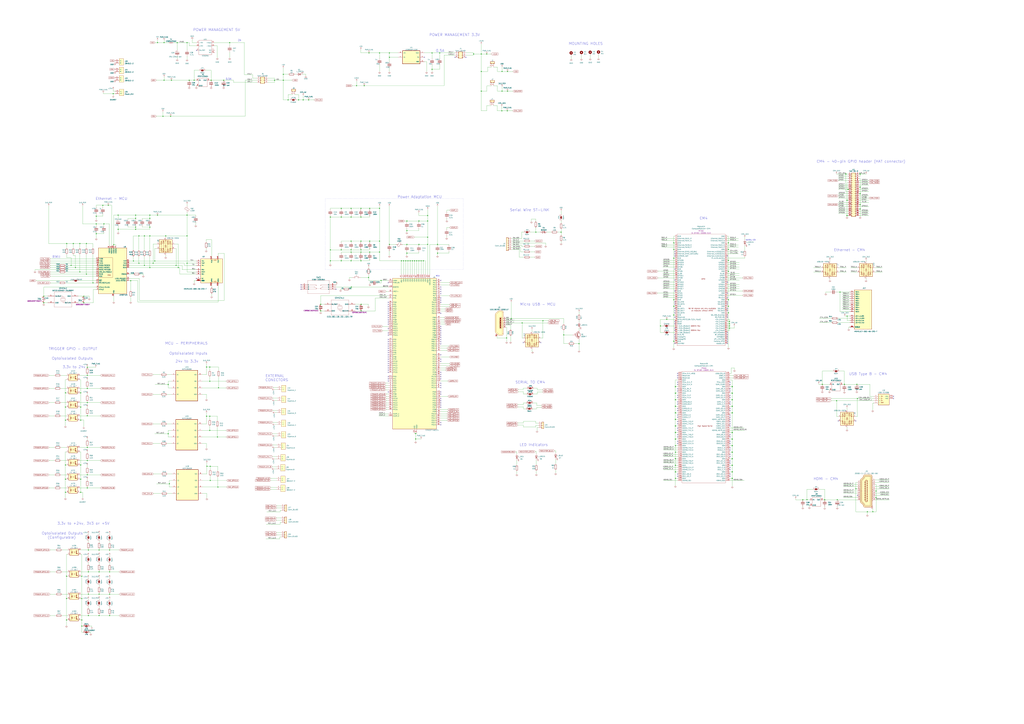
<source format=kicad_sch>
(kicad_sch (version 20230121) (generator eeschema)
  (paper "A0")
  (lib_symbols
    (symbol "+24V_1" (power) (pin_numbers hide) (pin_names (offset 0) hide)
      (property "Value" "+24V_1" (at 0 3.556 0))
      (symbol "+24V_1_1_1"
        (pin power_in line (at 0 0 90) (length 0) hide (name "+24V") (number "1"))
      )
    )
    (symbol "+24V_2" (power) (pin_numbers hide) (pin_names (offset 0) hide)
      (property "Value" "+24V_2" (at 0 3.556 0))
      (symbol "+24V_2_1_1"
        (pin power_in line (at 0 0 90) (length 0) hide (name "+24V") (number "1"))
      )
    )
    (symbol "+24V_3" (power) (pin_numbers hide) (pin_names (offset 0) hide)
      (property "Value" "+24V_3" (at 0 3.556 0))
      (symbol "+24V_3_1_1"
        (pin power_in line (at 0 0 90) (length 0) hide (name "+24V") (number "1"))
      )
    )
    (symbol "+24V_4" (power) (pin_numbers hide) (pin_names (offset 0) hide)
      (property "Value" "+24V_4" (at 0 3.556 0))
      (symbol "+24V_4_1_1"
        (pin power_in line (at 0 0 90) (length 0) hide (name "+24V") (number "1"))
      )
    )
    (symbol "+24V_5" (power) (pin_names (offset 0))
      (property "Value" "+24V_5" (at 0 3.556 0))
      (symbol "+24V_5_1_1"
        (pin power_in line (at 0 0 90) (length 0) hide (name "+24V") (number "1"))
      )
    )
    (symbol "+24V_6" (power) (pin_numbers hide) (pin_names (offset 0) hide)
      (property "Value" "+24V_6" (at 0 3.556 0))
      (symbol "+24V_6_1_1"
        (pin power_in line (at 0 0 90) (length 0) hide (name "+24V") (number "1"))
      )
    )
    (symbol "+24V_7" (power) (pin_numbers hide) (pin_names (offset 0) hide)
      (property "Value" "+24V_7" (at 0 3.556 0))
      (symbol "+24V_7_1_1"
        (pin power_in line (at 0 0 90) (length 0) hide (name "+24V") (number "1"))
      )
    )
    (symbol "+5V_1" (power) (pin_numbers hide) (pin_names (offset 0) hide)
      (property "Value" "+5V_1" (at 0 3.556 0))
      (symbol "+5V_1_1_1"
        (pin power_in line (at 0 0 90) (length 0) hide (name "+5V") (number "1"))
      )
    )
    (symbol "284512-2:284512-2" (pin_names (offset 1.016))
      (property "Reference" "J" (at -2.5403 3.3024 0))
      (property "Value" "284512-2" (at -2.5407 -7.368 0))
      (symbol "284512-2_0_0"
        (pin passive line (at 7.62 0 180) (length 5.08) (name "1") (number "1"))
        (pin passive line (at 7.62 -2.54 180) (length 5.08) (name "2") (number "2"))
      )
    )
    (symbol "3V3_PER_1" (power) (pin_numbers hide) (pin_names (offset 0) hide)
      (property "Value" "3V3_PER_1" (at 0 3.81 0))
      (symbol "3V3_PER_1_1_1"
        (pin power_in line (at 0 0 90) (length 0) hide (name "3v3_PER") (number "1"))
      )
    )
    (symbol "3V3_PER_2" (power) (pin_numbers hide) (pin_names (offset 0) hide)
      (property "Value" "3V3_PER_2" (at 0 3.81 0))
      (symbol "3V3_PER_2_1_1"
        (pin power_in line (at 0 0 90) (length 0) hide (name "3v3_PER") (number "1"))
      )
    )
    (symbol "3V3_PER_3" (power) (pin_numbers hide) (pin_names (offset 0) hide)
      (property "Value" "3V3_PER_3" (at 0 3.81 0))
      (symbol "3V3_PER_3_1_1"
        (pin power_in line (at 0 0 90) (length 0) hide (name "3v3_PER") (number "1"))
      )
    )
    (symbol "3V3_PER_4" (power) (pin_numbers hide) (pin_names (offset 0) hide)
      (property "Value" "3V3_PER_4" (at 0 3.81 0))
      (symbol "3V3_PER_4_1_1"
        (pin power_in line (at 0 0 90) (length 0) hide (name "3v3_PER") (number "1"))
      )
    )
    (symbol "3V3_PER_5" (power) (pin_numbers hide) (pin_names (offset 0) hide)
      (property "Value" "3V3_PER_5" (at 0 3.81 0))
      (symbol "3V3_PER_5_1_1"
        (pin power_in line (at 0 0 90) (length 0) hide (name "3v3_PER") (number "1"))
      )
    )
    (symbol "3V3_PER_6" (power) (pin_numbers hide) (pin_names (offset 0) hide)
      (property "Value" "3V3_PER_6" (at 0 3.81 0))
      (symbol "3V3_PER_6_1_1"
        (pin power_in line (at 0 0 90) (length 0) hide (name "3v3_PER") (number "1"))
      )
    )
    (symbol "3V3_PER_7" (power) (pin_numbers hide) (pin_names (offset 0) hide)
      (property "Value" "3V3_PER_7" (at 0 3.81 0))
      (symbol "3V3_PER_7_1_1"
        (pin power_in line (at 0 0 90) (length 0) hide (name "3v3_PER") (number "1"))
      )
    )
    (symbol "600S300FT250XT:600S300FT250XT" (pin_names (offset 0.254))
      (property "Reference" "C" (at 3.81 3.81 0))
      (property "Value" "30P - 600S300FT250XT" (at 3.81 -3.81 0))
      (symbol "600S300FT250XT_1_1"
        (pin bidirectional line (at 0 0 0) (length 2.54) (name "") (number "1"))
        (pin bidirectional line (at 7.62 0 180) (length 2.54) (name "") (number "2"))
      )
      (symbol "600S300FT250XT_1_2"
        (pin unspecified line (at 0 0 270) (length 2.54) (name "") (number "1"))
        (pin unspecified line (at 0 -7.62 90) (length 2.54) (name "") (number "2"))
      )
    )
    (symbol "600S300FT250XT_1" (pin_names (offset 0.254))
      (property "Reference" "C" (at 3.81 3.81 0))
      (property "Value" "30P - 600S300FT250XT" (at 3.81 -3.81 0))
      (symbol "600S300FT250XT_1_1_1"
        (pin bidirectional line (at 0 0 0) (length 2.54) (name "") (number "1"))
        (pin bidirectional line (at 7.62 0 180) (length 2.54) (name "") (number "2"))
      )
      (symbol "600S300FT250XT_1_1_2"
        (pin unspecified line (at 0 0 270) (length 2.54) (name "") (number "1"))
        (pin unspecified line (at 0 -7.62 90) (length 2.54) (name "") (number "2"))
      )
    )
    (symbol "ARJM11A3-009-AB-ER2-T:ARJM11A3-009-AB-ER2-T" (pin_names (offset 1.016))
      (property "Reference" "U" (at 0 0 0))
      (property "Value" "ARJM11A3-009-AB-ER2-T" (at 0 0 0))
      (symbol "ARJM11A3-009-AB-ER2-T_0_0"
        (pin bidirectional line (at 0 20.32 0) (length 5.08) (name "TD+") (number "1"))
        (pin bidirectional line (at 0 15.24 0) (length 5.08) (name "TD-") (number "2"))
        (pin bidirectional line (at 0 10.16 0) (length 5.08) (name "RD+") (number "3"))
        (pin bidirectional line (at 0 17.78 0) (length 5.08) (name "TXCT") (number "4"))
        (pin bidirectional line (at 0 7.62 0) (length 5.08) (name "RXCT") (number "5"))
        (pin bidirectional line (at 0 5.08 0) (length 5.08) (name "RD-") (number "6"))
        (pin bidirectional line (at 0 0 0) (length 5.08) (name "NC") (number "7"))
        (pin bidirectional line (at 0 -2.54 0) (length 5.08) (name "GND") (number "8"))
        (pin bidirectional line (at 25.4 -7.62 90) (length 2.54) (name "GRNA") (number "GRNA"))
        (pin bidirectional line (at 17.78 -7.62 90) (length 2.54) (name "GRNC") (number "GRNC"))
        (pin bidirectional line (at 0 -2.54 0) (length 5.08) (name "GND") (number "P$3"))
        (pin bidirectional line (at 0 -2.54 0) (length 5.08) (name "GND") (number "P$4"))
        (pin bidirectional line (at 25.4 25.4 270) (length 2.54) (name "YELA") (number "YLWA"))
        (pin bidirectional line (at 17.78 25.4 270) (length 2.54) (name "YELC") (number "YLWC"))
      )
    )
    (symbol "ARJM11C7-502-AB-ER2-T:ARJM11C7-502-AB-ER2-T" (pin_names (offset 1.016))
      (property "Reference" "J" (at -10.16 23.622 0))
      (property "Value" "ARJM11C7-502-AB-ER2-T" (at -10.16 -25.4 0))
      (symbol "ARJM11C7-502-AB-ER2-T_0_0"
        (pin passive line (at -15.24 17.78 0) (length 5.08) (name "TRD1+") (number "1"))
        (pin passive line (at -15.24 0 0) (length 5.08) (name "TRD4-") (number "10"))
        (pin passive line (at -15.24 15.24 0) (length 5.08) (name "TRD1-") (number "2"))
        (pin passive line (at -15.24 12.7 0) (length 5.08) (name "TRD2+") (number "3"))
        (pin passive line (at -15.24 10.16 0) (length 5.08) (name "TRD2-") (number "4"))
        (pin passive line (at -15.24 20.32 0) (length 5.08) (name "TRCT1") (number "5"))
        (pin passive line (at -15.24 -2.54 0) (length 5.08) (name "TRCT2") (number "6"))
        (pin passive line (at -15.24 7.62 0) (length 5.08) (name "TRD3+") (number "7"))
        (pin passive line (at -15.24 5.08 0) (length 5.08) (name "TRD3-") (number "8"))
        (pin passive line (at -15.24 2.54 0) (length 5.08) (name "TRD4+") (number "9"))
        (pin passive line (at -15.24 -7.62 0) (length 5.08) (name "LED-L_A_GRN") (number "L1"))
        (pin passive line (at -15.24 -10.16 0) (length 5.08) (name "LED-L_K_GRN") (number "L2"))
        (pin passive line (at -15.24 -12.7 0) (length 5.08) (name "LED-R_A_YLW") (number "L3"))
        (pin passive line (at -15.24 -15.24 0) (length 5.08) (name "LED-R_K_YLW") (number "L4"))
        (pin passive line (at -15.24 -20.32 0) (length 5.08) (name "SHIELD") (number "S1"))
        (pin passive line (at -15.24 -20.32 0) (length 5.08) (name "SHIELD") (number "S2"))
      )
    )
    (symbol "CBR06C160F5GAC:CBR06C160F5GAC" (pin_names (offset 1.016))
      (property "Reference" "C" (at 0 3.8109 0))
      (property "Value" "16p" (at 0 -3.81 0))
      (symbol "CBR06C160F5GAC_0_0"
        (pin passive line (at -2.54 0 0) (length 2.54) (name "~") (number "1"))
        (pin passive line (at 5.08 0 180) (length 2.54) (name "~") (number "2"))
      )
    )
    (symbol "CM4IO:ComputeModule4-CM4"
      (property "Reference" "Module" (at 113.03 -68.58 0))
      (property "Value" "ComputeModule4-CM4" (at 140.97 2.54 0))
      (property "Field4" "Hirose" (at 0 0 0))
      (property "Field5" "2x DF40C-100DS-0.4V" (at 0 -2.54 0))
      (symbol "ComputeModule4-CM4_1_0"
        (text "GPIO" (at 0 6.35 0) (effects (font (size 1.27 1.27))))
      )
      (symbol "ComputeModule4-CM4_1_1"
        (text "600mA Max" (at -8.89 -53.34 0) (effects (font (size 1.27 1.27))))
        (text "600mA Max" (at -8.89 -48.26 0) (effects (font (size 1.27 1.27))))
        (text "NB SD signals are only available" (at -1.27 -27.94 0) (effects (font (size 1.27 1.27))))
        (text "on modules without eMMC" (at -1.27 -30.48 0) (effects (font (size 1.27 1.27))))
        (pin power_in line (at 27.94 55.88 180) (length 2.54) (name "GND") (number "1"))
        (pin passive line (at -33.02 45.72 0) (length 2.54) (name "Ethernet_Pair0_N") (number "10"))
        (pin output line (at -33.02 -68.58 0) (length 2.54) (name "nEXTRST") (number "100"))
        (pin passive line (at 27.94 43.18 180) (length 2.54) (name "Ethernet_Pair2_P") (number "11"))
        (pin passive line (at -33.02 43.18 0) (length 2.54) (name "Ethernet_Pair0_P") (number "12"))
        (pin power_in line (at 27.94 40.64 180) (length 2.54) (name "GND") (number "13"))
        (pin power_in line (at -33.02 40.64 0) (length 2.54) (name "GND") (number "14"))
        (pin output line (at 27.94 38.1 180) (length 2.54) (name "Ethernet_nLED3(3.3v)") (number "15"))
        (pin input line (at -33.02 38.1 0) (length 2.54) (name "Ethernet_SYNC_IN(1.8v)") (number "16"))
        (pin output line (at 27.94 35.56 180) (length 2.54) (name "Ethernet_nLED2(3.3v)") (number "17"))
        (pin input line (at -33.02 35.56 0) (length 2.54) (name "Ethernet_SYNC_OUT(1.8v)") (number "18"))
        (pin output line (at 27.94 33.02 180) (length 2.54) (name "Ethernet_nLED1(3.3v)") (number "19"))
        (pin power_in line (at -33.02 55.88 0) (length 2.54) (name "GND") (number "2"))
        (pin passive line (at -33.02 33.02 0) (length 2.54) (name "EEPROM_nWP") (number "20"))
        (pin open_collector line (at 27.94 30.48 180) (length 2.54) (name "PI_nLED_Activity") (number "21"))
        (pin power_in line (at -33.02 30.48 0) (length 2.54) (name "GND") (number "22"))
        (pin power_in line (at 27.94 27.94 180) (length 2.54) (name "GND") (number "23"))
        (pin passive line (at -33.02 27.94 0) (length 2.54) (name "GPIO26") (number "24"))
        (pin passive line (at 27.94 25.4 180) (length 2.54) (name "GPIO21") (number "25"))
        (pin passive line (at -33.02 25.4 0) (length 2.54) (name "GPIO19") (number "26"))
        (pin passive line (at 27.94 22.86 180) (length 2.54) (name "GPIO20") (number "27"))
        (pin passive line (at -33.02 22.86 0) (length 2.54) (name "GPIO13") (number "28"))
        (pin passive line (at 27.94 20.32 180) (length 2.54) (name "GPIO16") (number "29"))
        (pin passive line (at 27.94 53.34 180) (length 2.54) (name "Ethernet_Pair3_P") (number "3"))
        (pin passive line (at -33.02 20.32 0) (length 2.54) (name "GPIO6") (number "30"))
        (pin passive line (at 27.94 17.78 180) (length 2.54) (name "GPIO12") (number "31"))
        (pin power_in line (at -33.02 17.78 0) (length 2.54) (name "GND") (number "32"))
        (pin power_in line (at 27.94 15.24 180) (length 2.54) (name "GND") (number "33"))
        (pin passive line (at -33.02 15.24 0) (length 2.54) (name "GPIO5") (number "34"))
        (pin passive line (at 27.94 12.7 180) (length 2.54) (name "ID_SC") (number "35"))
        (pin passive line (at -33.02 12.7 0) (length 2.54) (name "ID_SD") (number "36"))
        (pin passive line (at 27.94 10.16 180) (length 2.54) (name "GPIO7") (number "37"))
        (pin passive line (at -33.02 10.16 0) (length 2.54) (name "GPIO11") (number "38"))
        (pin passive line (at 27.94 7.62 180) (length 2.54) (name "GPIO8") (number "39"))
        (pin passive line (at -33.02 53.34 0) (length 2.54) (name "Ethernet_Pair1_P") (number "4"))
        (pin passive line (at -33.02 7.62 0) (length 2.54) (name "GPIO9") (number "40"))
        (pin passive line (at 27.94 5.08 180) (length 2.54) (name "GPIO25") (number "41"))
        (pin power_in line (at -33.02 5.08 0) (length 2.54) (name "GND") (number "42"))
        (pin power_in line (at 27.94 2.54 180) (length 2.54) (name "GND") (number "43"))
        (pin passive line (at -33.02 2.54 0) (length 2.54) (name "GPIO10") (number "44"))
        (pin passive line (at 27.94 0 180) (length 2.54) (name "GPIO24") (number "45"))
        (pin passive line (at -33.02 0 0) (length 2.54) (name "GPIO22") (number "46"))
        (pin passive line (at 27.94 -2.54 180) (length 2.54) (name "GPIO23") (number "47"))
        (pin passive line (at -33.02 -2.54 0) (length 2.54) (name "GPIO27") (number "48"))
        (pin passive line (at 27.94 -5.08 180) (length 2.54) (name "GPIO18") (number "49"))
        (pin passive line (at 27.94 50.8 180) (length 2.54) (name "Ethernet_Pair3_N") (number "5"))
        (pin passive line (at -33.02 -5.08 0) (length 2.54) (name "GPIO17") (number "50"))
        (pin passive line (at 27.94 -7.62 180) (length 2.54) (name "GPIO15") (number "51"))
        (pin power_in line (at -33.02 -7.62 0) (length 2.54) (name "GND") (number "52"))
        (pin power_in line (at 27.94 -10.16 180) (length 2.54) (name "GND") (number "53"))
        (pin passive line (at -33.02 -10.16 0) (length 2.54) (name "GPIO4") (number "54"))
        (pin passive line (at 27.94 -12.7 180) (length 2.54) (name "GPIO14") (number "55"))
        (pin passive line (at -33.02 -12.7 0) (length 2.54) (name "GPIO3") (number "56"))
        (pin passive line (at 27.94 -15.24 180) (length 2.54) (name "SD_CLK") (number "57"))
        (pin passive line (at -33.02 -15.24 0) (length 2.54) (name "GPIO2") (number "58"))
        (pin power_in line (at 27.94 -17.78 180) (length 2.54) (name "GND") (number "59"))
        (pin passive line (at -33.02 50.8 0) (length 2.54) (name "Ethernet_Pair1_N") (number "6"))
        (pin power_in line (at -33.02 -17.78 0) (length 2.54) (name "GND") (number "60"))
        (pin passive line (at 27.94 -20.32 180) (length 2.54) (name "SD_DAT3") (number "61"))
        (pin passive line (at -33.02 -20.32 0) (length 2.54) (name "SD_CMD") (number "62"))
        (pin passive line (at 27.94 -22.86 180) (length 2.54) (name "SD_DAT0") (number "63"))
        (pin passive line (at -33.02 -22.86 0) (length 2.54) (name "SD_DAT5") (number "64"))
        (pin power_in line (at 27.94 -25.4 180) (length 2.54) (name "GND") (number "65"))
        (pin power_in line (at -33.02 -25.4 0) (length 2.54) (name "GND") (number "66"))
        (pin passive line (at 27.94 -27.94 180) (length 2.54) (name "SD_DAT1") (number "67"))
        (pin passive line (at -33.02 -27.94 0) (length 2.54) (name "SD_DAT4") (number "68"))
        (pin passive line (at 27.94 -30.48 180) (length 2.54) (name "SD_DAT2") (number "69"))
        (pin power_in line (at 27.94 48.26 180) (length 2.54) (name "GND") (number "7"))
        (pin passive line (at -33.02 -30.48 0) (length 2.54) (name "SD_DAT7") (number "70"))
        (pin power_in line (at 27.94 -33.02 180) (length 2.54) (name "GND") (number "71"))
        (pin passive line (at -33.02 -33.02 0) (length 2.54) (name "SD_DAT6") (number "72"))
        (pin input line (at 27.94 -35.56 180) (length 2.54) (name "SD_VDD_Override") (number "73"))
        (pin power_in line (at -33.02 -35.56 0) (length 2.54) (name "GND") (number "74"))
        (pin output line (at 27.94 -38.1 180) (length 2.54) (name "SD_PWR_ON") (number "75"))
        (pin passive line (at -33.02 -38.1 0) (length 2.54) (name "Reserved") (number "76"))
        (pin power_in line (at 27.94 -40.64 180) (length 2.54) (name "+5v_(Input)") (number "77"))
        (pin power_in line (at -33.02 -40.64 0) (length 2.54) (name "GPIO_VREF(1.8v/3.3v_Input)") (number "78"))
        (pin power_in line (at 27.94 -43.18 180) (length 2.54) (name "+5v_(Input)") (number "79"))
        (pin power_in line (at -33.02 48.26 0) (length 2.54) (name "GND") (number "8"))
        (pin passive line (at -33.02 -43.18 0) (length 2.54) (name "SCL0") (number "80"))
        (pin power_in line (at 27.94 -45.72 180) (length 2.54) (name "+5v_(Input)") (number "81"))
        (pin passive line (at -33.02 -45.72 0) (length 2.54) (name "SDA0") (number "82"))
        (pin power_in line (at 27.94 -48.26 180) (length 2.54) (name "+5v_(Input)") (number "83"))
        (pin power_out line (at -33.02 -48.26 0) (length 2.54) (name "+3.3v_(Output)") (number "84"))
        (pin power_in line (at 27.94 -50.8 180) (length 2.54) (name "+5v_(Input)") (number "85"))
        (pin power_out line (at -33.02 -50.8 0) (length 2.54) (name "+3.3v_(Output)") (number "86"))
        (pin power_in line (at 27.94 -53.34 180) (length 2.54) (name "+5v_(Input)") (number "87"))
        (pin power_out line (at -33.02 -53.34 0) (length 2.54) (name "+1.8v_(Output)") (number "88"))
        (pin power_in line (at 27.94 -55.88 180) (length 2.54) (name "WiFi_nDisable") (number "89"))
        (pin passive line (at 27.94 45.72 180) (length 2.54) (name "Ethernet_Pair2_N") (number "9"))
        (pin power_out line (at -33.02 -55.88 0) (length 2.54) (name "+1.8v_(Output)") (number "90"))
        (pin power_in line (at 27.94 -58.42 180) (length 2.54) (name "BT_nDisable") (number "91"))
        (pin passive line (at -33.02 -58.42 0) (length 2.54) (name "RUN_PG") (number "92"))
        (pin input line (at 27.94 -60.96 180) (length 2.54) (name "nRPIBOOT") (number "93"))
        (pin passive line (at -33.02 -60.96 0) (length 2.54) (name "AnalogIP1") (number "94"))
        (pin output line (at 27.94 -63.5 180) (length 2.54) (name "nPI_LED_PWR") (number "95"))
        (pin passive line (at -33.02 -63.5 0) (length 2.54) (name "AnalogIP0") (number "96"))
        (pin passive line (at 27.94 -66.04 180) (length 2.54) (name "Camera_GPIO") (number "97"))
        (pin power_in line (at -33.02 -66.04 0) (length 2.54) (name "GND") (number "98"))
        (pin input line (at 27.94 -68.58 180) (length 2.54) (name "Global_EN") (number "99"))
      )
      (symbol "ComputeModule4-CM4_2_1"
        (text "High Speed Serial" (at 140.97 0 0) (effects (font (size 1.27 1.27))))
        (pin input line (at 170.18 60.96 180) (length 5.08) (name "USB_OTG_ID") (number "101"))
        (pin input line (at 109.22 60.96 0) (length 5.08) (name "PCIe_CLK_nREQ") (number "102"))
        (pin passive line (at 170.18 58.42 180) (length 5.08) (name "USB2_N") (number "103"))
        (pin passive line (at 109.22 58.42 0) (length 5.08) (name "Reserved") (number "104"))
        (pin passive line (at 170.18 55.88 180) (length 5.08) (name "USB2_P") (number "105"))
        (pin passive line (at 109.22 55.88 0) (length 5.08) (name "Reserved") (number "106"))
        (pin power_in line (at 170.18 53.34 180) (length 5.08) (name "GND") (number "107"))
        (pin power_in line (at 109.22 53.34 0) (length 5.08) (name "GND") (number "108"))
        (pin bidirectional line (at 170.18 50.8 180) (length 5.08) (name "PCIe_nRST") (number "109"))
        (pin output line (at 109.22 50.8 0) (length 5.08) (name "PCIe_CLK_P") (number "110"))
        (pin passive line (at 170.18 48.26 180) (length 5.08) (name "VDAC_COMP") (number "111"))
        (pin output line (at 109.22 48.26 0) (length 5.08) (name "PCIe_CLK_N") (number "112"))
        (pin power_in line (at 170.18 45.72 180) (length 5.08) (name "GND") (number "113"))
        (pin power_in line (at 109.22 45.72 0) (length 5.08) (name "GND") (number "114"))
        (pin input line (at 170.18 43.18 180) (length 5.08) (name "CAM1_D0_N") (number "115"))
        (pin input line (at 109.22 43.18 0) (length 5.08) (name "PCIe_RX_P") (number "116"))
        (pin input line (at 170.18 40.64 180) (length 5.08) (name "CAM1_D0_P") (number "117"))
        (pin input line (at 109.22 40.64 0) (length 5.08) (name "PCIe_RX_N") (number "118"))
        (pin power_in line (at 170.18 38.1 180) (length 5.08) (name "GND") (number "119"))
        (pin power_in line (at 109.22 38.1 0) (length 5.08) (name "GND") (number "120"))
        (pin input line (at 170.18 35.56 180) (length 5.08) (name "CAM1_D1_N") (number "121"))
        (pin output line (at 109.22 35.56 0) (length 5.08) (name "PCIe_TX_P") (number "122"))
        (pin input line (at 170.18 33.02 180) (length 5.08) (name "CAM1_D1_P") (number "123"))
        (pin output line (at 109.22 33.02 0) (length 5.08) (name "PCIe_TX_N") (number "124"))
        (pin power_in line (at 170.18 30.48 180) (length 5.08) (name "GND") (number "125"))
        (pin power_in line (at 109.22 30.48 0) (length 5.08) (name "GND") (number "126"))
        (pin input line (at 170.18 27.94 180) (length 5.08) (name "CAM1_C_N") (number "127"))
        (pin input line (at 109.22 27.94 0) (length 5.08) (name "CAM0_D0_N") (number "128"))
        (pin input line (at 170.18 25.4 180) (length 5.08) (name "CAM1_C_P") (number "129"))
        (pin input line (at 109.22 25.4 0) (length 5.08) (name "CAM0_D0_P") (number "130"))
        (pin power_in line (at 170.18 22.86 180) (length 5.08) (name "GND") (number "131"))
        (pin power_in line (at 109.22 22.86 0) (length 5.08) (name "GND") (number "132"))
        (pin input line (at 170.18 20.32 180) (length 5.08) (name "CAM1_D2_N") (number "133"))
        (pin input line (at 109.22 20.32 0) (length 5.08) (name "CAM0_D1_N") (number "134"))
        (pin input line (at 170.18 17.78 180) (length 5.08) (name "CAM1_D2_P") (number "135"))
        (pin input line (at 109.22 17.78 0) (length 5.08) (name "CAM0_D1_P") (number "136"))
        (pin power_in line (at 170.18 15.24 180) (length 5.08) (name "GND") (number "137"))
        (pin power_in line (at 109.22 15.24 0) (length 5.08) (name "GND") (number "138"))
        (pin input line (at 170.18 12.7 180) (length 5.08) (name "CAM1_D3_N") (number "139"))
        (pin input line (at 109.22 12.7 0) (length 5.08) (name "CAM0_C_N") (number "140"))
        (pin input line (at 170.18 10.16 180) (length 5.08) (name "CAM1_D3_P") (number "141"))
        (pin input line (at 109.22 10.16 0) (length 5.08) (name "CAM0_C_P") (number "142"))
        (pin input line (at 170.18 7.62 180) (length 5.08) (name "HDMI1_HOTPLUG") (number "143"))
        (pin power_in line (at 109.22 7.62 0) (length 5.08) (name "GND") (number "144"))
        (pin bidirectional line (at 170.18 5.08 180) (length 5.08) (name "HDMI1_SDA") (number "145"))
        (pin output line (at 109.22 5.08 0) (length 5.08) (name "HDMI1_TX2_P") (number "146"))
        (pin open_collector line (at 170.18 2.54 180) (length 5.08) (name "HDMI1_SCL") (number "147"))
        (pin output line (at 109.22 2.54 0) (length 5.08) (name "HDMI1_TX2_N") (number "148"))
        (pin open_collector line (at 170.18 0 180) (length 5.08) (name "HDMI1_CEC") (number "149"))
        (pin power_in line (at 109.22 0 0) (length 5.08) (name "GND") (number "150"))
        (pin open_collector line (at 170.18 -2.54 180) (length 5.08) (name "HDMI0_CEC") (number "151"))
        (pin output line (at 109.22 -2.54 0) (length 5.08) (name "HDMI1_TX1_P") (number "152"))
        (pin input line (at 170.18 -5.08 180) (length 5.08) (name "HDMI0_HOTPLUG") (number "153"))
        (pin output line (at 109.22 -5.08 0) (length 5.08) (name "HDMI1_TX1_N") (number "154"))
        (pin power_in line (at 170.18 -7.62 180) (length 5.08) (name "GND") (number "155"))
        (pin power_in line (at 109.22 -7.62 0) (length 5.08) (name "GND") (number "156"))
        (pin output line (at 170.18 -10.16 180) (length 5.08) (name "DSI0_D0_N") (number "157"))
        (pin output line (at 109.22 -10.16 0) (length 5.08) (name "HDMI1_TX0_P") (number "158"))
        (pin output line (at 170.18 -12.7 180) (length 5.08) (name "DSI0_D0_P") (number "159"))
        (pin output line (at 109.22 -12.7 0) (length 5.08) (name "HDMI1_TX0_N") (number "160"))
        (pin power_in line (at 170.18 -15.24 180) (length 5.08) (name "GND") (number "161"))
        (pin power_in line (at 109.22 -15.24 0) (length 5.08) (name "GND") (number "162"))
        (pin output line (at 170.18 -17.78 180) (length 5.08) (name "DSI0_D1_N") (number "163"))
        (pin output line (at 109.22 -17.78 0) (length 5.08) (name "HDMI1_CLK_P") (number "164"))
        (pin output line (at 170.18 -20.32 180) (length 5.08) (name "DSI0_D1_P") (number "165"))
        (pin output line (at 109.22 -20.32 0) (length 5.08) (name "HDMI1_CLK_N") (number "166"))
        (pin power_in line (at 170.18 -22.86 180) (length 5.08) (name "GND") (number "167"))
        (pin power_in line (at 109.22 -22.86 0) (length 5.08) (name "GND") (number "168"))
        (pin output line (at 170.18 -25.4 180) (length 5.08) (name "DSI0_C_N") (number "169"))
        (pin output line (at 109.22 -25.4 0) (length 5.08) (name "HDMI0_TX2_P") (number "170"))
        (pin output line (at 170.18 -27.94 180) (length 5.08) (name "DSI0_C_P") (number "171"))
        (pin output line (at 109.22 -27.94 0) (length 5.08) (name "HDMI0_TX2_N") (number "172"))
        (pin power_in line (at 170.18 -30.48 180) (length 5.08) (name "GND") (number "173"))
        (pin power_in line (at 109.22 -30.48 0) (length 5.08) (name "GND") (number "174"))
        (pin output line (at 170.18 -33.02 180) (length 5.08) (name "DSI1_D0_N") (number "175"))
        (pin output line (at 109.22 -33.02 0) (length 5.08) (name "HDMI0_TX1_P") (number "176"))
        (pin output line (at 170.18 -35.56 180) (length 5.08) (name "DSI1_D0_P") (number "177"))
        (pin output line (at 109.22 -35.56 0) (length 5.08) (name "HDMI0_TX1_N") (number "178"))
        (pin power_in line (at 170.18 -38.1 180) (length 5.08) (name "GND") (number "179"))
        (pin power_in line (at 109.22 -38.1 0) (length 5.08) (name "GND") (number "180"))
        (pin output line (at 170.18 -40.64 180) (length 5.08) (name "DSI1_D1_N") (number "181"))
        (pin output line (at 109.22 -40.64 0) (length 5.08) (name "HDMI0_TX0_P") (number "182"))
        (pin output line (at 170.18 -43.18 180) (length 5.08) (name "DSI1_D1_P") (number "183"))
        (pin output line (at 109.22 -43.18 0) (length 5.08) (name "HDMI0_TX0_N") (number "184"))
        (pin power_in line (at 170.18 -45.72 180) (length 5.08) (name "GND") (number "185"))
        (pin power_in line (at 109.22 -45.72 0) (length 5.08) (name "GND") (number "186"))
        (pin output line (at 170.18 -48.26 180) (length 5.08) (name "DSI1_C_N") (number "187"))
        (pin output line (at 109.22 -48.26 0) (length 5.08) (name "HDMI0_CLK_P") (number "188"))
        (pin output line (at 170.18 -50.8 180) (length 5.08) (name "DSI1_C_P") (number "189"))
        (pin output line (at 109.22 -50.8 0) (length 5.08) (name "HDMI0_CLK_N") (number "190"))
        (pin power_in line (at 170.18 -53.34 180) (length 5.08) (name "GND") (number "191"))
        (pin power_in line (at 109.22 -53.34 0) (length 5.08) (name "GND") (number "192"))
        (pin output line (at 170.18 -55.88 180) (length 5.08) (name "DSI1_D2_N") (number "193"))
        (pin output line (at 109.22 -55.88 0) (length 5.08) (name "DSI1_D3_N") (number "194"))
        (pin output line (at 170.18 -58.42 180) (length 5.08) (name "DSI1_D2_P") (number "195"))
        (pin output line (at 109.22 -58.42 0) (length 5.08) (name "DSI1_D3_P") (number "196"))
        (pin power_in line (at 170.18 -60.96 180) (length 5.08) (name "GND") (number "197"))
        (pin power_in line (at 109.22 -60.96 0) (length 5.08) (name "GND") (number "198"))
        (pin bidirectional line (at 170.18 -63.5 180) (length 5.08) (name "HDMI0_SDA") (number "199"))
        (pin open_collector line (at 109.22 -63.5 0) (length 5.08) (name "HDMI0_SCL") (number "200"))
      )
    )
    (symbol "CM4IO:RT9742SNGV"
      (property "Reference" "U" (at -2.54 7.62 0))
      (property "Value" "RT9742SNGV" (at 3.81 -5.08 0))
      (symbol "RT9742SNGV_1_1"
        (pin power_in line (at -5.08 3.81 0) (length 2.54) (name "IN") (number "1"))
        (pin power_in line (at 10.16 3.81 180) (length 2.54) (name "OUT") (number "2"))
        (pin power_in line (at -5.08 -2.54 0) (length 2.54) (name "GND") (number "3"))
      )
    )
    (symbol "CM4_3V3_1" (power) (pin_numbers hide) (pin_names (offset 0) hide)
      (property "Value" "CM4_3V3_1" (at 0 3.81 0))
      (symbol "CM4_3V3_1_1_1"
        (pin power_in line (at 0 0 90) (length 0) hide (name "CM4_3V3") (number "1"))
      )
    )
    (symbol "CM4_3V3_2" (power) (pin_numbers hide) (pin_names (offset 0) hide)
      (property "Value" "CM4_3V3_2" (at 0 3.81 0))
      (symbol "CM4_3V3_2_1_1"
        (pin power_in line (at 0 0 90) (length 0) hide (name "CM4_3V3") (number "1"))
      )
    )
    (symbol "CM4_3V3_3" (power) (pin_numbers hide) (pin_names (offset 0) hide)
      (property "Value" "CM4_3V3_3" (at 0 3.81 0))
      (symbol "CM4_3V3_3_1_1"
        (pin power_in line (at 0 0 90) (length 0) hide (name "CM4_3V3") (number "1"))
      )
    )
    (symbol "CM4_3V3_4" (power) (pin_numbers hide) (pin_names (offset 0) hide)
      (property "Value" "CM4_3V3_4" (at 0 3.81 0))
      (symbol "CM4_3V3_4_1_1"
        (pin power_in line (at 0 0 90) (length 0) hide (name "CM4_3V3") (number "1"))
      )
    )
    (symbol "CM4_3V3_5" (power) (pin_numbers hide) (pin_names (offset 0) hide)
      (property "Value" "CM4_3V3_5" (at 0 3.81 0))
      (symbol "CM4_3V3_5_1_1"
        (pin power_in line (at 0 0 90) (length 0) hide (name "CM4_3V3") (number "1"))
      )
    )
    (symbol "CM4_3V3_6" (power) (pin_numbers hide) (pin_names (offset 0) hide)
      (property "Value" "CM4_3V3_6" (at 0 3.81 0))
      (symbol "CM4_3V3_6_1_1"
        (pin power_in line (at 0 0 90) (length 0) hide (name "CM4_3V3") (number "1"))
      )
    )
    (symbol "CM4_5V_1" (power) (pin_numbers hide) (pin_names (offset 0) hide)
      (property "Value" "CM4_5V_1" (at 0 3.81 0))
      (symbol "CM4_5V_1_1_1"
        (pin power_in line (at 0 0 90) (length 0) hide (name "CM4_5V") (number "1"))
      )
    )
    (symbol "CM4_5V_2" (power) (pin_numbers hide) (pin_names (offset 0) hide)
      (property "Value" "CM4_5V_2" (at 0 3.81 0))
      (symbol "CM4_5V_2_1_1"
        (pin power_in line (at 0 0 90) (length 0) hide (name "CM4_5V") (number "1"))
      )
    )
    (symbol "CM4_5V_3" (power) (pin_numbers hide) (pin_names (offset 0) hide)
      (property "Value" "CM4_5V_3" (at 0 3.81 0))
      (symbol "CM4_5V_3_1_1"
        (pin power_in line (at 0 0 90) (length 0) hide (name "CM4_5V") (number "1"))
      )
    )
    (symbol "CM4_5V_4" (power) (pin_numbers hide) (pin_names (offset 0) hide)
      (property "Value" "CM4_5V_4" (at 0 3.81 0))
      (symbol "CM4_5V_4_1_1"
        (pin power_in line (at 0 0 90) (length 0) hide (name "CM4_5V") (number "1"))
      )
    )
    (symbol "Connector_Generic:Conn_01x02" (pin_names (offset 1.016) hide)
      (property "Reference" "J" (at 0 2.54 0))
      (property "Value" "Conn_01x02" (at 0 -5.08 0))
      (symbol "Conn_01x02_1_1"
        (pin passive line (at -5.08 0 0) (length 3.81) (name "Pin_1") (number "1"))
        (pin passive line (at -5.08 -2.54 0) (length 3.81) (name "Pin_2") (number "2"))
      )
    )
    (symbol "Connector_Generic:Conn_01x03" (pin_names (offset 1.016) hide)
      (property "Reference" "J" (at 0 5.08 0))
      (property "Value" "Conn_01x03" (at 0 -5.08 0))
      (symbol "Conn_01x03_1_1"
        (pin passive line (at -5.08 2.54 0) (length 3.81) (name "Pin_1") (number "1"))
        (pin passive line (at -5.08 0 0) (length 3.81) (name "Pin_2") (number "2"))
        (pin passive line (at -5.08 -2.54 0) (length 3.81) (name "Pin_3") (number "3"))
      )
    )
    (symbol "Connector_Generic:Conn_01x06" (pin_names (offset 1.016) hide)
      (property "Reference" "J" (at 0 7.62 0))
      (property "Value" "Conn_01x06" (at 0 -10.16 0))
      (symbol "Conn_01x06_1_1"
        (pin passive line (at -5.08 5.08 0) (length 3.81) (name "Pin_1") (number "1"))
        (pin passive line (at -5.08 2.54 0) (length 3.81) (name "Pin_2") (number "2"))
        (pin passive line (at -5.08 0 0) (length 3.81) (name "Pin_3") (number "3"))
        (pin passive line (at -5.08 -2.54 0) (length 3.81) (name "Pin_4") (number "4"))
        (pin passive line (at -5.08 -5.08 0) (length 3.81) (name "Pin_5") (number "5"))
        (pin passive line (at -5.08 -7.62 0) (length 3.81) (name "Pin_6") (number "6"))
      )
    )
    (symbol "Connector_Generic:Conn_02x03_Odd_Even" (pin_names (offset 1.016) hide)
      (property "Reference" "J" (at 1.27 5.08 0))
      (property "Value" "Conn_02x03_Odd_Even" (at 1.27 -5.08 0))
      (symbol "Conn_02x03_Odd_Even_1_1"
        (pin passive line (at -5.08 2.54 0) (length 3.81) (name "Pin_1") (number "1"))
        (pin passive line (at 7.62 2.54 180) (length 3.81) (name "Pin_2") (number "2"))
        (pin passive line (at -5.08 0 0) (length 3.81) (name "Pin_3") (number "3"))
        (pin passive line (at 7.62 0 180) (length 3.81) (name "Pin_4") (number "4"))
        (pin passive line (at -5.08 -2.54 0) (length 3.81) (name "Pin_5") (number "5"))
        (pin passive line (at 7.62 -2.54 180) (length 3.81) (name "Pin_6") (number "6"))
      )
    )
    (symbol "Connector_Generic:Conn_02x20_Odd_Even" (pin_names hide)
      (property "Reference" "J" (at 1.27 25.4 0))
      (property "Value" "Conn_02x20_Odd_Even" (at 1.27 -27.94 0))
      (symbol "Conn_02x20_Odd_Even_1_1"
        (pin passive line (at -5.08 22.86 0) (length 3.81) (name "Pin_1") (number "1"))
        (pin passive line (at 7.62 12.7 180) (length 3.81) (name "Pin_10") (number "10"))
        (pin passive line (at -5.08 10.16 0) (length 3.81) (name "Pin_11") (number "11"))
        (pin passive line (at 7.62 10.16 180) (length 3.81) (name "Pin_12") (number "12"))
        (pin passive line (at -5.08 7.62 0) (length 3.81) (name "Pin_13") (number "13"))
        (pin passive line (at 7.62 7.62 180) (length 3.81) (name "Pin_14") (number "14"))
        (pin passive line (at -5.08 5.08 0) (length 3.81) (name "Pin_15") (number "15"))
        (pin passive line (at 7.62 5.08 180) (length 3.81) (name "Pin_16") (number "16"))
        (pin passive line (at -5.08 2.54 0) (length 3.81) (name "Pin_17") (number "17"))
        (pin passive line (at 7.62 2.54 180) (length 3.81) (name "Pin_18") (number "18"))
        (pin passive line (at -5.08 0 0) (length 3.81) (name "Pin_19") (number "19"))
        (pin passive line (at 7.62 22.86 180) (length 3.81) (name "Pin_2") (number "2"))
        (pin passive line (at 7.62 0 180) (length 3.81) (name "Pin_20") (number "20"))
        (pin passive line (at -5.08 -2.54 0) (length 3.81) (name "Pin_21") (number "21"))
        (pin passive line (at 7.62 -2.54 180) (length 3.81) (name "Pin_22") (number "22"))
        (pin passive line (at -5.08 -5.08 0) (length 3.81) (name "Pin_23") (number "23"))
        (pin passive line (at 7.62 -5.08 180) (length 3.81) (name "Pin_24") (number "24"))
        (pin passive line (at -5.08 -7.62 0) (length 3.81) (name "Pin_25") (number "25"))
        (pin passive line (at 7.62 -7.62 180) (length 3.81) (name "Pin_26") (number "26"))
        (pin passive line (at -5.08 -10.16 0) (length 3.81) (name "Pin_27") (number "27"))
        (pin passive line (at 7.62 -10.16 180) (length 3.81) (name "Pin_28") (number "28"))
        (pin passive line (at -5.08 -12.7 0) (length 3.81) (name "Pin_29") (number "29"))
        (pin passive line (at -5.08 20.32 0) (length 3.81) (name "Pin_3") (number "3"))
        (pin passive line (at 7.62 -12.7 180) (length 3.81) (name "Pin_30") (number "30"))
        (pin passive line (at -5.08 -15.24 0) (length 3.81) (name "Pin_31") (number "31"))
        (pin passive line (at 7.62 -15.24 180) (length 3.81) (name "Pin_32") (number "32"))
        (pin passive line (at -5.08 -17.78 0) (length 3.81) (name "Pin_33") (number "33"))
        (pin passive line (at 7.62 -17.78 180) (length 3.81) (name "Pin_34") (number "34"))
        (pin passive line (at -5.08 -20.32 0) (length 3.81) (name "Pin_35") (number "35"))
        (pin passive line (at 7.62 -20.32 180) (length 3.81) (name "Pin_36") (number "36"))
        (pin passive line (at -5.08 -22.86 0) (length 3.81) (name "Pin_37") (number "37"))
        (pin passive line (at 7.62 -22.86 180) (length 3.81) (name "Pin_38") (number "38"))
        (pin passive line (at -5.08 -25.4 0) (length 3.81) (name "Pin_39") (number "39"))
        (pin passive line (at 7.62 20.32 180) (length 3.81) (name "Pin_4") (number "4"))
        (pin passive line (at 7.62 -25.4 180) (length 3.81) (name "Pin_40") (number "40"))
        (pin passive line (at -5.08 17.78 0) (length 3.81) (name "Pin_5") (number "5"))
        (pin passive line (at 7.62 17.78 180) (length 3.81) (name "Pin_6") (number "6"))
        (pin passive line (at -5.08 15.24 0) (length 3.81) (name "Pin_7") (number "7"))
        (pin passive line (at 7.62 15.24 180) (length 3.81) (name "Pin_8") (number "8"))
        (pin passive line (at -5.08 12.7 0) (length 3.81) (name "Pin_9") (number "9"))
      )
    )
    (symbol "Device:C" (pin_numbers hide) (pin_names (offset 0.254))
      (property "Reference" "C" (at 0.635 2.54 0))
      (property "Value" "C" (at 0.635 -2.54 0))
      (symbol "C_1_1"
        (pin passive line (at 0 3.81 270) (length 2.794) (name "~") (number "1"))
        (pin passive line (at 0 -3.81 90) (length 2.794) (name "~") (number "2"))
      )
    )
    (symbol "Device:C_Polarized" (pin_numbers hide) (pin_names (offset 0.254))
      (property "Reference" "C" (at 0.635 2.54 0))
      (property "Value" "C_Polarized" (at 0.635 -2.54 0))
      (symbol "C_Polarized_1_1"
        (pin passive line (at 0 3.81 270) (length 2.794) (name "~") (number "1"))
        (pin passive line (at 0 -3.81 90) (length 2.794) (name "~") (number "2"))
      )
    )
    (symbol "Device:FerriteBead" (pin_numbers hide) (pin_names (offset 0))
      (property "Reference" "FB" (at -3.81 0.635 90))
      (property "Value" "FerriteBead" (at 3.81 0 90))
      (symbol "FerriteBead_1_1"
        (pin passive line (at 0 3.81 270) (length 2.54) (name "~") (number "1"))
        (pin passive line (at 0 -3.81 90) (length 2.54) (name "~") (number "2"))
      )
    )
    (symbol "Device:Fuse_Small" (pin_numbers hide) (pin_names (offset 0.254) hide)
      (property "Reference" "F" (at 0 -1.524 0))
      (property "Value" "Fuse_Small" (at 0 1.524 0))
      (symbol "Fuse_Small_1_1"
        (pin passive line (at -2.54 0 0) (length 1.27) (name "~") (number "1"))
        (pin passive line (at 2.54 0 180) (length 1.27) (name "~") (number "2"))
      )
    )
    (symbol "Device:LED" (pin_numbers hide) (pin_names (offset 1.016) hide)
      (property "Reference" "D" (at 0 2.54 0))
      (property "Value" "LED" (at 0 -2.54 0))
      (symbol "LED_1_1"
        (pin passive line (at -3.81 0 0) (length 2.54) (name "K") (number "1"))
        (pin passive line (at 3.81 0 180) (length 2.54) (name "A") (number "2"))
      )
    )
    (symbol "Device:R" (pin_numbers hide) (pin_names (offset 0))
      (property "Reference" "R" (at 2.032 0 90))
      (property "Value" "R" (at 0 0 90))
      (symbol "R_1_1"
        (pin passive line (at 0 3.81 270) (length 1.27) (name "~") (number "1"))
        (pin passive line (at 0 -3.81 90) (length 1.27) (name "~") (number "2"))
      )
    )
    (symbol "Diode:BAT60A" (pin_numbers hide) (pin_names (offset 1.016) hide)
      (property "Reference" "D" (at 0 2.54 0))
      (property "Value" "BAT60A" (at 0 -2.54 0))
      (symbol "BAT60A_1_1"
        (pin passive line (at -3.81 0 0) (length 2.54) (name "K") (number "1"))
        (pin passive line (at 3.81 0 180) (length 2.54) (name "A") (number "2"))
      )
    )
    (symbol "ECS-80-18-33-JGN-TR:ECS-80-18-33-JGN-TR" (pin_names (offset 0.254))
      (property "Reference" "XTAL" (at 17.78 10.16 0))
      (property "Value" "ECS-80-18-33-JGN-TR" (at 40.64 7.62 0))
      (symbol "ECS-80-18-33-JGN-TR_1_1"
        (pin bidirectional line (at 0 0 0) (length 7.62) (name "IN/OUT") (number "1"))
        (pin bidirectional line (at 0 -7.62 0) (length 7.62) (name "GND") (number "2"))
        (pin bidirectional line (at 35.56 -7.62 180) (length 7.62) (name "OUT/IN") (number "3"))
        (pin bidirectional line (at 35.56 0 180) (length 7.62) (name "GND") (number "4"))
      )
    )
    (symbol "ESB_33535A:ESB-33535A" (pin_names (offset 0.254))
      (property "Reference" "SW" (at 20.32 10.16 0))
      (property "Value" "ESB-33535A" (at 20.32 7.62 0))
      (symbol "ESB-33535A_0_1"
        (pin unspecified line (at 0 0 0) (length 7.62) (name "1") (number "1"))
        (pin unspecified line (at 0 -2.54 0) (length 7.62) (name "2") (number "2"))
        (pin unspecified line (at 0 -5.08 0) (length 7.62) (name "3") (number "3"))
        (pin unspecified line (at 40.64 -5.08 180) (length 7.62) (name "4") (number "4"))
        (pin unspecified line (at 40.64 -2.54 180) (length 7.62) (name "5") (number "5"))
        (pin unspecified line (at 40.64 0 180) (length 7.62) (name "6") (number "6"))
      )
    )
    (symbol "GNDREF_1" (power) (pin_numbers hide) (pin_names (offset 0) hide)
      (property "Value" "GNDREF_1" (at 0 -3.81 0))
      (symbol "GNDREF_1_1_1"
        (pin power_in line (at 0 0 270) (length 0) hide (name "GNDREF") (number "1"))
      )
    )
    (symbol "GND_1" (power) (pin_numbers hide) (pin_names (offset 0) hide)
      (property "Value" "GND_1" (at 0 -3.81 0))
      (symbol "GND_1_1_1"
        (pin power_in line (at 0 0 270) (length 0) hide (name "GND") (number "1"))
      )
    )
    (symbol "GND_12" (power) (pin_numbers hide) (pin_names (offset 0) hide)
      (property "Value" "GND_12" (at 0 -3.81 0))
      (symbol "GND_12_1_1"
        (pin power_in line (at 0 0 270) (length 0) hide (name "GND") (number "1"))
      )
    )
    (symbol "GND_13" (power) (pin_numbers hide) (pin_names (offset 0) hide)
      (property "Value" "GND_13" (at 0 -3.81 0))
      (symbol "GND_13_1_1"
        (pin power_in line (at 0 0 270) (length 0) hide (name "GND") (number "1"))
      )
    )
    (symbol "GND_14" (power) (pin_numbers hide) (pin_names (offset 0) hide)
      (property "Value" "GND_14" (at 0 -3.81 0))
      (symbol "GND_14_1_1"
        (pin power_in line (at 0 0 270) (length 0) hide (name "GND") (number "1"))
      )
    )
    (symbol "GND_15" (power) (pin_numbers hide) (pin_names (offset 0) hide)
      (property "Value" "GND_15" (at 0 -3.81 0))
      (symbol "GND_15_1_1"
        (pin power_in line (at 0 0 270) (length 0) hide (name "GND") (number "1"))
      )
    )
    (symbol "GND_16" (power) (pin_numbers hide) (pin_names (offset 0) hide)
      (property "Value" "GND_16" (at 0 -3.81 0))
      (symbol "GND_16_1_1"
        (pin power_in line (at 0 0 270) (length 0) hide (name "GND") (number "1"))
      )
    )
    (symbol "GND_17" (power) (pin_numbers hide) (pin_names (offset 0) hide)
      (property "Value" "GND_17" (at 0 -3.81 0))
      (symbol "GND_17_1_1"
        (pin power_in line (at 0 0 270) (length 0) hide (name "GND") (number "1"))
      )
    )
    (symbol "GND_18" (power) (pin_numbers hide) (pin_names (offset 0) hide)
      (property "Value" "GND_18" (at 0 -3.81 0))
      (symbol "GND_18_1_1"
        (pin power_in line (at 0 0 270) (length 0) hide (name "GND") (number "1"))
      )
    )
    (symbol "GND_19" (power) (pin_numbers hide) (pin_names (offset 0) hide)
      (property "Value" "GND_19" (at 0 -3.81 0))
      (symbol "GND_19_1_1"
        (pin power_in line (at 0 0 270) (length 0) hide (name "GND") (number "1"))
      )
    )
    (symbol "GND_2" (power) (pin_numbers hide) (pin_names (offset 0) hide)
      (property "Value" "GND_2" (at 0 -3.81 0))
      (symbol "GND_2_1_1"
        (pin power_in line (at 0 0 270) (length 0) hide (name "GND") (number "1"))
      )
    )
    (symbol "GND_20" (power) (pin_numbers hide) (pin_names (offset 0) hide)
      (property "Value" "GND_20" (at 0 -3.81 0))
      (symbol "GND_20_1_1"
        (pin power_in line (at 0 0 270) (length 0) hide (name "GND") (number "1"))
      )
    )
    (symbol "GND_22" (power) (pin_numbers hide) (pin_names (offset 0) hide)
      (property "Value" "GND_22" (at 0 -3.81 0))
      (symbol "GND_22_1_1"
        (pin power_in line (at 0 0 270) (length 0) hide (name "GND") (number "1"))
      )
    )
    (symbol "GND_23" (power) (pin_numbers hide) (pin_names (offset 0) hide)
      (property "Value" "GND_23" (at 0 -3.81 0))
      (symbol "GND_23_1_1"
        (pin power_in line (at 0 0 270) (length 0) hide (name "GND") (number "1"))
      )
    )
    (symbol "GND_24" (power) (pin_numbers hide) (pin_names (offset 0) hide)
      (property "Value" "GND_24" (at 0 -3.81 0))
      (symbol "GND_24_1_1"
        (pin power_in line (at 0 0 270) (length 0) hide (name "GND") (number "1"))
      )
    )
    (symbol "GND_25" (power) (pin_numbers hide) (pin_names (offset 0) hide)
      (property "Value" "GND_25" (at 0 -3.81 0))
      (symbol "GND_25_1_1"
        (pin power_in line (at 0 0 270) (length 0) hide (name "GND") (number "1"))
      )
    )
    (symbol "GND_26" (power) (pin_numbers hide) (pin_names (offset 0) hide)
      (property "Value" "GND_26" (at 0 -3.81 0))
      (symbol "GND_26_1_1"
        (pin power_in line (at 0 0 270) (length 0) hide (name "GND") (number "1"))
      )
    )
    (symbol "GND_27" (power) (pin_numbers hide) (pin_names (offset 0) hide)
      (property "Value" "GND_27" (at 0 -3.81 0))
      (symbol "GND_27_1_1"
        (pin power_in line (at 0 0 270) (length 0) hide (name "GND") (number "1"))
      )
    )
    (symbol "GND_3" (power) (pin_numbers hide) (pin_names (offset 0) hide)
      (property "Value" "GND_3" (at 0 -3.81 0))
      (symbol "GND_3_1_1"
        (pin power_in line (at 0 0 270) (length 0) hide (name "GND") (number "1"))
      )
    )
    (symbol "GND_30" (power) (pin_numbers hide) (pin_names (offset 0) hide)
      (property "Value" "GND_30" (at 0 -3.81 0))
      (symbol "GND_30_1_1"
        (pin power_in line (at 0 0 270) (length 0) hide (name "GND") (number "1"))
      )
    )
    (symbol "GND_31" (power) (pin_numbers hide) (pin_names (offset 0) hide)
      (property "Value" "GND_31" (at 0 -3.81 0))
      (symbol "GND_31_1_1"
        (pin power_in line (at 0 0 270) (length 0) hide (name "GND") (number "1"))
      )
    )
    (symbol "GND_32" (power) (pin_numbers hide) (pin_names (offset 0) hide)
      (property "Value" "GND_32" (at 0 -3.81 0))
      (symbol "GND_32_1_1"
        (pin power_in line (at 0 0 270) (length 0) hide (name "GND") (number "1"))
      )
    )
    (symbol "GND_33" (power) (pin_numbers hide) (pin_names (offset 0) hide)
      (property "Value" "GND_33" (at 0 -3.81 0))
      (symbol "GND_33_1_1"
        (pin power_in line (at 0 0 270) (length 0) hide (name "GND") (number "1"))
      )
    )
    (symbol "GND_34" (power) (pin_numbers hide) (pin_names (offset 0) hide)
      (property "Value" "GND_34" (at 0 -3.81 0))
      (symbol "GND_34_1_1"
        (pin power_in line (at 0 0 270) (length 0) hide (name "GND") (number "1"))
      )
    )
    (symbol "GND_35" (power) (pin_numbers hide) (pin_names (offset 0) hide)
      (property "Value" "GND_35" (at 0 -3.81 0))
      (symbol "GND_35_1_1"
        (pin power_in line (at 0 0 270) (length 0) hide (name "GND") (number "1"))
      )
    )
    (symbol "GND_36" (power) (pin_numbers hide) (pin_names (offset 0) hide)
      (property "Value" "GND_36" (at 0 -3.81 0))
      (symbol "GND_36_1_1"
        (pin power_in line (at 0 0 270) (length 0) hide (name "GND") (number "1"))
      )
    )
    (symbol "GND_37" (power) (pin_numbers hide) (pin_names (offset 0) hide)
      (property "Value" "GND_37" (at 0 -3.81 0))
      (symbol "GND_37_1_1"
        (pin power_in line (at 0 0 270) (length 0) hide (name "GND") (number "1"))
      )
    )
    (symbol "GND_38" (power) (pin_numbers hide) (pin_names (offset 0) hide)
      (property "Value" "GND_38" (at 0 -3.81 0))
      (symbol "GND_38_1_1"
        (pin power_in line (at 0 0 270) (length 0) hide (name "GND") (number "1"))
      )
    )
    (symbol "GND_39" (power) (pin_numbers hide) (pin_names (offset 0) hide)
      (property "Value" "GND_39" (at 0 -3.81 0))
      (symbol "GND_39_1_1"
        (pin power_in line (at 0 0 270) (length 0) hide (name "GND") (number "1"))
      )
    )
    (symbol "GND_4" (power) (pin_numbers hide) (pin_names (offset 0) hide)
      (property "Value" "GND_4" (at 0 -3.81 0))
      (symbol "GND_4_1_1"
        (pin power_in line (at 0 0 270) (length 0) hide (name "GND") (number "1"))
      )
    )
    (symbol "GND_5" (power) (pin_numbers hide) (pin_names (offset 0) hide)
      (property "Value" "GND_5" (at 0 -3.81 0))
      (symbol "GND_5_1_1"
        (pin power_in line (at 0 0 270) (length 0) hide (name "GND") (number "1"))
      )
    )
    (symbol "GND_6" (power) (pin_numbers hide) (pin_names (offset 0) hide)
      (property "Value" "GND_6" (at 0 -3.81 0))
      (symbol "GND_6_1_1"
        (pin power_in line (at 0 0 270) (length 0) hide (name "GND") (number "1"))
      )
    )
    (symbol "GND_7" (power) (pin_numbers hide) (pin_names (offset 0) hide)
      (property "Value" "GND_7" (at 0 -3.81 0))
      (symbol "GND_7_1_1"
        (pin power_in line (at 0 0 270) (length 0) hide (name "GND") (number "1"))
      )
    )
    (symbol "GND_8" (power) (pin_numbers hide) (pin_names (offset 0) hide)
      (property "Value" "GND_8" (at 0 -3.81 0))
      (symbol "GND_8_1_1"
        (pin power_in line (at 0 0 270) (length 0) hide (name "GND") (number "1"))
      )
    )
    (symbol "GND_9" (power) (pin_numbers hide) (pin_names (offset 0) hide)
      (property "Value" "GND_9" (at 0 -3.81 0))
      (symbol "GND_9_1_1"
        (pin power_in line (at 0 0 270) (length 0) hide (name "GND") (number "1"))
      )
    )
    (symbol "HCPL2630M:HCPL2630M" (pin_names (offset 1.016))
      (property "Reference" "U" (at -12.7 18.78 0))
      (property "Value" "HCPL2630M" (at -12.7 -21.78 0))
      (symbol "HCPL2630M_0_0"
        (pin bidirectional line (at -17.78 12.7 0) (length 5.08) (name "A1") (number "1"))
        (pin bidirectional line (at -17.78 5.08 0) (length 5.08) (name "C1") (number "2"))
        (pin bidirectional line (at -17.78 -2.54 0) (length 5.08) (name "C2") (number "3"))
        (pin bidirectional line (at -17.78 -10.16 0) (length 5.08) (name "A2") (number "4"))
        (pin bidirectional line (at 17.78 -10.16 180) (length 5.08) (name "GND") (number "5"))
        (pin bidirectional line (at 17.78 -2.54 180) (length 5.08) (name "VO2") (number "6"))
        (pin bidirectional line (at 17.78 5.08 180) (length 5.08) (name "VO1") (number "7"))
      )
      (symbol "HCPL2630M_1_0"
        (pin bidirectional line (at 17.78 12.7 180) (length 5.08) (name "VCC") (number "8"))
      )
    )
    (symbol "HDMI_CNC_TECH:2000-1-2-41-00-BK" (pin_names (offset 1.016))
      (property "Reference" "J" (at -6.35 20.32 0))
      (property "Value" "2000-1-2-41-00-BK" (at 2.54 -20.32 0))
      (symbol "2000-1-2-41-00-BK_1_1"
        (pin passive line (at -10.16 12.7 0) (length 2.54) (name "~") (number "1"))
        (pin passive line (at 10.16 0 180) (length 2.921) (name "~") (number "10"))
        (pin passive line (at -10.16 0 0) (length 2.54) (name "~") (number "11"))
        (pin passive line (at 10.16 -2.54 180) (length 2.921) (name "~") (number "12"))
        (pin passive line (at -10.16 -2.54 0) (length 2.54) (name "~") (number "13"))
        (pin passive line (at 10.16 -5.08 180) (length 2.921) (name "~") (number "14"))
        (pin passive line (at -10.16 -5.08 0) (length 2.54) (name "~") (number "15"))
        (pin passive line (at 10.16 -7.62 180) (length 2.921) (name "~") (number "16"))
        (pin passive line (at -10.16 -7.62 0) (length 2.54) (name "~") (number "17"))
        (pin passive line (at 10.16 -10.16 180) (length 2.921) (name "~") (number "18"))
        (pin passive line (at -10.16 -10.16 0) (length 2.54) (name "~") (number "19"))
        (pin passive line (at 10.16 10.16 180) (length 2.921) (name "~") (number "2"))
        (pin passive line (at -10.16 10.16 0) (length 2.54) (name "~") (number "3"))
        (pin passive line (at 10.16 7.62 180) (length 2.921) (name "~") (number "4"))
        (pin passive line (at -10.16 7.62 0) (length 2.54) (name "~") (number "5"))
        (pin passive line (at 10.16 5.08 180) (length 2.921) (name "~") (number "6"))
        (pin passive line (at -10.16 5.08 0) (length 2.54) (name "~") (number "7"))
        (pin passive line (at 10.16 2.54 180) (length 2.921) (name "~") (number "8"))
        (pin passive line (at -10.16 2.54 0) (length 2.54) (name "~") (number "9"))
        (pin passive line (at -7.62 -20.32 90) (length 2.54) (name "~") (number "SH"))
      )
    )
    (symbol "Interface_Ethernet:LAN8742A"
      (property "Reference" "U" (at -13.97 29.21 0))
      (property "Value" "LAN8742A" (at 15.24 29.21 0))
      (symbol "LAN8742A_0_0"
        (text "RMII" (at -5.08 -3.81 0) (effects (font (size 1.27 1.27))))
      )
      (symbol "LAN8742A_1_1"
        (pin power_in line (at 2.54 30.48 270) (length 2.54) (name "VDD2A") (number "1"))
        (pin output line (at -20.32 2.54 0) (length 2.54) (name "RXER/PHYAD0") (number "10"))
        (pin bidirectional line (at -20.32 0 0) (length 2.54) (name "CRS_DV/MODE2") (number "11"))
        (pin bidirectional line (at -20.32 -2.54 0) (length 2.54) (name "MDIO") (number "12"))
        (pin input line (at -20.32 -5.08 0) (length 2.54) (name "MDC") (number "13"))
        (pin output line (at -20.32 -12.7 0) (length 2.54) (name "~{INT}/REFCLKO") (number "14"))
        (pin input line (at -20.32 -10.16 0) (length 2.54) (name "~{RST}") (number "15"))
        (pin input line (at -20.32 10.16 0) (length 2.54) (name "TXEN") (number "16"))
        (pin input line (at -20.32 15.24 0) (length 2.54) (name "TXD0") (number "17"))
        (pin input line (at -20.32 12.7 0) (length 2.54) (name "TXD1") (number "18"))
        (pin power_in line (at 0 30.48 270) (length 2.54) (name "VDD1A") (number "19"))
        (pin bidirectional line (at 17.78 -10.16 180) (length 2.54) (name "LED2/~{INTSEL}") (number "2"))
        (pin passive line (at 17.78 10.16 180) (length 2.54) (name "TXN") (number "20"))
        (pin passive line (at 17.78 12.7 180) (length 2.54) (name "TXP") (number "21"))
        (pin passive line (at 17.78 5.08 180) (length 2.54) (name "RXN") (number "22"))
        (pin passive line (at 17.78 7.62 180) (length 2.54) (name "RXP") (number "23"))
        (pin passive line (at 17.78 -2.54 180) (length 2.54) (name "RBIAS") (number "24"))
        (pin power_in line (at 0 -27.94 90) (length 2.54) (name "VSS") (number "25"))
        (pin bidirectional line (at 17.78 -7.62 180) (length 2.54) (name "LED1/REGOFF") (number "3"))
        (pin output line (at -20.32 -20.32 0) (length 2.54) (name "XTAL2") (number "4"))
        (pin input line (at -20.32 -17.78 0) (length 2.54) (name "XTAL1/CLKIN") (number "5"))
        (pin power_in line (at -2.54 30.48 270) (length 2.54) (name "VDDCR") (number "6"))
        (pin bidirectional line (at -20.32 5.08 0) (length 2.54) (name "RXD1/MODE1") (number "7"))
        (pin bidirectional line (at -20.32 7.62 0) (length 2.54) (name "RXD0/MODE0") (number "8"))
        (pin power_in line (at -5.08 30.48 270) (length 2.54) (name "VDDIO") (number "9"))
      )
    )
    (symbol "Isolator:LTV-847" (pin_names (offset 1.016))
      (property "Reference" "U" (at -5.08 5.08 0))
      (property "Value" "LTV-847" (at 0 5.08 0))
      (symbol "LTV-847_1_1"
        (pin passive line (at -7.62 2.54 0) (length 2.54) (name "~") (number "1"))
        (pin passive line (at 7.62 -2.54 180) (length 2.54) (name "~") (number "15"))
        (pin passive line (at 7.62 2.54 180) (length 2.54) (name "~") (number "16"))
        (pin passive line (at -7.62 -2.54 0) (length 2.54) (name "~") (number "2"))
      )
      (symbol "LTV-847_2_1"
        (pin passive line (at 7.62 -2.54 180) (length 2.54) (name "~") (number "13"))
        (pin passive line (at 7.62 2.54 180) (length 2.54) (name "~") (number "14"))
        (pin passive line (at -7.62 2.54 0) (length 2.54) (name "~") (number "3"))
        (pin passive line (at -7.62 -2.54 0) (length 2.54) (name "~") (number "4"))
      )
      (symbol "LTV-847_3_1"
        (pin passive line (at 7.62 -2.54 180) (length 2.54) (name "~") (number "11"))
        (pin passive line (at 7.62 2.54 180) (length 2.54) (name "~") (number "12"))
        (pin passive line (at -7.62 2.54 0) (length 2.54) (name "~") (number "5"))
        (pin passive line (at -7.62 -2.54 0) (length 2.54) (name "~") (number "6"))
      )
      (symbol "LTV-847_4_1"
        (pin passive line (at 7.62 2.54 180) (length 2.54) (name "~") (number "10"))
        (pin passive line (at -7.62 2.54 0) (length 2.54) (name "~") (number "7"))
        (pin passive line (at -7.62 -2.54 0) (length 2.54) (name "~") (number "8"))
        (pin passive line (at 7.62 -2.54 180) (length 2.54) (name "~") (number "9"))
      )
    )
    (symbol "Jumper:SolderJumper_2_Open" (pin_names (offset 0) hide)
      (property "Reference" "JP" (at 0 2.032 0))
      (property "Value" "SolderJumper_2_Open" (at 0 -2.54 0))
      (symbol "SolderJumper_2_Open_1_1"
        (pin passive line (at -3.81 0 0) (length 2.54) (name "A") (number "1"))
        (pin passive line (at 3.81 0 180) (length 2.54) (name "B") (number "2"))
      )
    )
    (symbol "LD39050PU33R:LD39050PU33R" (pin_names (offset 1.016))
      (property "Reference" "U" (at -10.16 8.62 0))
      (property "Value" "LD39050PU33R" (at -10.16 -11.62 0))
      (symbol "LD39050PU33R_0_0"
        (pin input line (at -15.24 0 0) (length 5.08) (name "EN") (number "1"))
        (pin power_in line (at 15.24 -5.08 180) (length 5.08) (name "GND") (number "2"))
        (pin bidirectional line (at 15.24 0 180) (length 5.08) (name "PG") (number "3"))
        (pin output line (at 15.24 5.08 180) (length 5.08) (name "VOUT") (number "4"))
        (pin power_in line (at -15.24 5.08 0) (length 5.08) (name "VIN") (number "6"))
        (pin power_in line (at 15.24 -5.08 180) (length 5.08) (name "GND") (number "7"))
      )
    )
    (symbol "MCU_ST_STM32F7:STM32F746ZETx"
      (property "Reference" "U" (at -25.4 90.17 0))
      (property "Value" "STM32F746ZETx" (at 20.32 90.17 0))
      (symbol "STM32F746ZETx_1_1"
        (pin bidirectional line (at -30.48 -30.48 0) (length 5.08) (name "PE2") (number "1"))
        (pin bidirectional line (at -30.48 17.78 0) (length 5.08) (name "PF0") (number "10"))
        (pin bidirectional line (at 30.48 66.04 180) (length 5.08) (name "PA8") (number "100"))
        (pin bidirectional line (at 30.48 63.5 180) (length 5.08) (name "PA9") (number "101"))
        (pin bidirectional line (at 30.48 60.96 180) (length 5.08) (name "PA10") (number "102"))
        (pin bidirectional line (at 30.48 58.42 180) (length 5.08) (name "PA11") (number "103"))
        (pin bidirectional line (at 30.48 55.88 180) (length 5.08) (name "PA12") (number "104"))
        (pin bidirectional line (at 30.48 53.34 180) (length 5.08) (name "PA13") (number "105"))
        (pin power_out line (at -30.48 -71.12 0) (length 5.08) (name "VCAP_2") (number "106"))
        (pin passive line (at 0 -91.44 90) (length 5.08) hide (name "VSS") (number "107"))
        (pin power_in line (at 5.08 93.98 270) (length 5.08) (name "VDD") (number "108"))
        (pin bidirectional line (at 30.48 50.8 180) (length 5.08) (name "PA14") (number "109"))
        (pin bidirectional line (at -30.48 15.24 0) (length 5.08) (name "PF1") (number "11"))
        (pin bidirectional line (at 30.48 48.26 180) (length 5.08) (name "PA15") (number "110"))
        (pin bidirectional line (at 30.48 -25.4 180) (length 5.08) (name "PC10") (number "111"))
        (pin bidirectional line (at 30.48 -27.94 180) (length 5.08) (name "PC11") (number "112"))
        (pin bidirectional line (at 30.48 -30.48 180) (length 5.08) (name "PC12") (number "113"))
        (pin bidirectional line (at 30.48 -43.18 180) (length 5.08) (name "PD0") (number "114"))
        (pin bidirectional line (at 30.48 -45.72 180) (length 5.08) (name "PD1") (number "115"))
        (pin bidirectional line (at 30.48 -48.26 180) (length 5.08) (name "PD2") (number "116"))
        (pin bidirectional line (at 30.48 -50.8 180) (length 5.08) (name "PD3") (number "117"))
        (pin bidirectional line (at 30.48 -53.34 180) (length 5.08) (name "PD4") (number "118"))
        (pin bidirectional line (at 30.48 -55.88 180) (length 5.08) (name "PD5") (number "119"))
        (pin bidirectional line (at -30.48 12.7 0) (length 5.08) (name "PF2") (number "12"))
        (pin passive line (at 0 -91.44 90) (length 5.08) hide (name "VSS") (number "120"))
        (pin power_in line (at 7.62 93.98 270) (length 5.08) (name "VDD") (number "121"))
        (pin bidirectional line (at 30.48 -58.42 180) (length 5.08) (name "PD6") (number "122"))
        (pin bidirectional line (at 30.48 -60.96 180) (length 5.08) (name "PD7") (number "123"))
        (pin bidirectional line (at -30.48 38.1 0) (length 5.08) (name "PG9") (number "124"))
        (pin bidirectional line (at -30.48 35.56 0) (length 5.08) (name "PG10") (number "125"))
        (pin bidirectional line (at -30.48 33.02 0) (length 5.08) (name "PG11") (number "126"))
        (pin bidirectional line (at -30.48 30.48 0) (length 5.08) (name "PG12") (number "127"))
        (pin bidirectional line (at -30.48 27.94 0) (length 5.08) (name "PG13") (number "128"))
        (pin bidirectional line (at -30.48 25.4 0) (length 5.08) (name "PG14") (number "129"))
        (pin bidirectional line (at -30.48 10.16 0) (length 5.08) (name "PF3") (number "13"))
        (pin passive line (at 0 -91.44 90) (length 5.08) hide (name "VSS") (number "130"))
        (pin power_in line (at 10.16 93.98 270) (length 5.08) (name "VDD") (number "131"))
        (pin bidirectional line (at -30.48 22.86 0) (length 5.08) (name "PG15") (number "132"))
        (pin bidirectional line (at 30.48 35.56 180) (length 5.08) (name "PB3") (number "133"))
        (pin bidirectional line (at 30.48 33.02 180) (length 5.08) (name "PB4") (number "134"))
        (pin bidirectional line (at 30.48 30.48 180) (length 5.08) (name "PB5") (number "135"))
        (pin bidirectional line (at 30.48 27.94 180) (length 5.08) (name "PB6") (number "136"))
        (pin bidirectional line (at 30.48 25.4 180) (length 5.08) (name "PB7") (number "137"))
        (pin input line (at -30.48 78.74 0) (length 5.08) (name "BOOT0") (number "138"))
        (pin bidirectional line (at 30.48 22.86 180) (length 5.08) (name "PB8") (number "139"))
        (pin bidirectional line (at -30.48 7.62 0) (length 5.08) (name "PF4") (number "14"))
        (pin bidirectional line (at 30.48 20.32 180) (length 5.08) (name "PB9") (number "140"))
        (pin bidirectional line (at -30.48 -25.4 0) (length 5.08) (name "PE0") (number "141"))
        (pin bidirectional line (at -30.48 -27.94 0) (length 5.08) (name "PE1") (number "142"))
        (pin input line (at -30.48 83.82 0) (length 5.08) (name "PDR_ON") (number "143"))
        (pin power_in line (at 12.7 93.98 270) (length 5.08) (name "VDD") (number "144"))
        (pin bidirectional line (at -30.48 5.08 0) (length 5.08) (name "PF5") (number "15"))
        (pin power_in line (at 0 -91.44 90) (length 5.08) (name "VSS") (number "16"))
        (pin power_in line (at -12.7 93.98 270) (length 5.08) (name "VDD") (number "17"))
        (pin bidirectional line (at -30.48 2.54 0) (length 5.08) (name "PF6") (number "18"))
        (pin bidirectional line (at -30.48 0 0) (length 5.08) (name "PF7") (number "19"))
        (pin bidirectional line (at -30.48 -33.02 0) (length 5.08) (name "PE3") (number "2"))
        (pin bidirectional line (at -30.48 -2.54 0) (length 5.08) (name "PF8") (number "20"))
        (pin bidirectional line (at -30.48 -5.08 0) (length 5.08) (name "PF9") (number "21"))
        (pin bidirectional line (at -30.48 -7.62 0) (length 5.08) (name "PF10") (number "22"))
        (pin bidirectional line (at -30.48 68.58 0) (length 5.08) (name "PH0") (number "23"))
        (pin bidirectional line (at -30.48 66.04 0) (length 5.08) (name "PH1") (number "24"))
        (pin input line (at -30.48 86.36 0) (length 5.08) (name "NRST") (number "25"))
        (pin bidirectional line (at 30.48 0 180) (length 5.08) (name "PC0") (number "26"))
        (pin bidirectional line (at 30.48 -2.54 180) (length 5.08) (name "PC1") (number "27"))
        (pin bidirectional line (at 30.48 -5.08 180) (length 5.08) (name "PC2") (number "28"))
        (pin bidirectional line (at 30.48 -7.62 180) (length 5.08) (name "PC3") (number "29"))
        (pin bidirectional line (at -30.48 -35.56 0) (length 5.08) (name "PE4") (number "3"))
        (pin power_in line (at -10.16 93.98 270) (length 5.08) (name "VDD") (number "30"))
        (pin power_in line (at 2.54 -91.44 90) (length 5.08) (name "VSSA") (number "31"))
        (pin input line (at -30.48 73.66 0) (length 5.08) (name "VREF+") (number "32"))
        (pin power_in line (at 15.24 93.98 270) (length 5.08) (name "VDDA") (number "33"))
        (pin bidirectional line (at 30.48 86.36 180) (length 5.08) (name "PA0") (number "34"))
        (pin bidirectional line (at 30.48 83.82 180) (length 5.08) (name "PA1") (number "35"))
        (pin bidirectional line (at 30.48 81.28 180) (length 5.08) (name "PA2") (number "36"))
        (pin bidirectional line (at 30.48 78.74 180) (length 5.08) (name "PA3") (number "37"))
        (pin passive line (at 0 -91.44 90) (length 5.08) hide (name "VSS") (number "38"))
        (pin power_in line (at -7.62 93.98 270) (length 5.08) (name "VDD") (number "39"))
        (pin bidirectional line (at -30.48 -38.1 0) (length 5.08) (name "PE5") (number "4"))
        (pin bidirectional line (at 30.48 76.2 180) (length 5.08) (name "PA4") (number "40"))
        (pin bidirectional line (at 30.48 73.66 180) (length 5.08) (name "PA5") (number "41"))
        (pin bidirectional line (at 30.48 71.12 180) (length 5.08) (name "PA6") (number "42"))
        (pin bidirectional line (at 30.48 68.58 180) (length 5.08) (name "PA7") (number "43"))
        (pin bidirectional line (at 30.48 -10.16 180) (length 5.08) (name "PC4") (number "44"))
        (pin bidirectional line (at 30.48 -12.7 180) (length 5.08) (name "PC5") (number "45"))
        (pin bidirectional line (at 30.48 43.18 180) (length 5.08) (name "PB0") (number "46"))
        (pin bidirectional line (at 30.48 40.64 180) (length 5.08) (name "PB1") (number "47"))
        (pin bidirectional line (at 30.48 38.1 180) (length 5.08) (name "PB2") (number "48"))
        (pin bidirectional line (at -30.48 -10.16 0) (length 5.08) (name "PF11") (number "49"))
        (pin bidirectional line (at -30.48 -40.64 0) (length 5.08) (name "PE6") (number "5"))
        (pin bidirectional line (at -30.48 -12.7 0) (length 5.08) (name "PF12") (number "50"))
        (pin passive line (at 0 -91.44 90) (length 5.08) hide (name "VSS") (number "51"))
        (pin power_in line (at -5.08 93.98 270) (length 5.08) (name "VDD") (number "52"))
        (pin bidirectional line (at -30.48 -15.24 0) (length 5.08) (name "PF13") (number "53"))
        (pin bidirectional line (at -30.48 -17.78 0) (length 5.08) (name "PF14") (number "54"))
        (pin bidirectional line (at -30.48 -20.32 0) (length 5.08) (name "PF15") (number "55"))
        (pin bidirectional line (at -30.48 60.96 0) (length 5.08) (name "PG0") (number "56"))
        (pin bidirectional line (at -30.48 58.42 0) (length 5.08) (name "PG1") (number "57"))
        (pin bidirectional line (at -30.48 -43.18 0) (length 5.08) (name "PE7") (number "58"))
        (pin bidirectional line (at -30.48 -45.72 0) (length 5.08) (name "PE8") (number "59"))
        (pin power_in line (at -15.24 93.98 270) (length 5.08) (name "VBAT") (number "6"))
        (pin bidirectional line (at -30.48 -48.26 0) (length 5.08) (name "PE9") (number "60"))
        (pin passive line (at 0 -91.44 90) (length 5.08) hide (name "VSS") (number "61"))
        (pin power_in line (at -2.54 93.98 270) (length 5.08) (name "VDD") (number "62"))
        (pin bidirectional line (at -30.48 -50.8 0) (length 5.08) (name "PE10") (number "63"))
        (pin bidirectional line (at -30.48 -53.34 0) (length 5.08) (name "PE11") (number "64"))
        (pin bidirectional line (at -30.48 -55.88 0) (length 5.08) (name "PE12") (number "65"))
        (pin bidirectional line (at -30.48 -58.42 0) (length 5.08) (name "PE13") (number "66"))
        (pin bidirectional line (at -30.48 -60.96 0) (length 5.08) (name "PE14") (number "67"))
        (pin bidirectional line (at -30.48 -63.5 0) (length 5.08) (name "PE15") (number "68"))
        (pin bidirectional line (at 30.48 17.78 180) (length 5.08) (name "PB10") (number "69"))
        (pin bidirectional line (at 30.48 -33.02 180) (length 5.08) (name "PC13") (number "7"))
        (pin bidirectional line (at 30.48 15.24 180) (length 5.08) (name "PB11") (number "70"))
        (pin power_out line (at -30.48 -68.58 0) (length 5.08) (name "VCAP_1") (number "71"))
        (pin power_in line (at 0 93.98 270) (length 5.08) (name "VDD") (number "72"))
        (pin bidirectional line (at 30.48 12.7 180) (length 5.08) (name "PB12") (number "73"))
        (pin bidirectional line (at 30.48 10.16 180) (length 5.08) (name "PB13") (number "74"))
        (pin bidirectional line (at 30.48 7.62 180) (length 5.08) (name "PB14") (number "75"))
        (pin bidirectional line (at 30.48 5.08 180) (length 5.08) (name "PB15") (number "76"))
        (pin bidirectional line (at 30.48 -63.5 180) (length 5.08) (name "PD8") (number "77"))
        (pin bidirectional line (at 30.48 -66.04 180) (length 5.08) (name "PD9") (number "78"))
        (pin bidirectional line (at 30.48 -68.58 180) (length 5.08) (name "PD10") (number "79"))
        (pin bidirectional line (at 30.48 -35.56 180) (length 5.08) (name "PC14") (number "8"))
        (pin bidirectional line (at 30.48 -71.12 180) (length 5.08) (name "PD11") (number "80"))
        (pin bidirectional line (at 30.48 -73.66 180) (length 5.08) (name "PD12") (number "81"))
        (pin bidirectional line (at 30.48 -76.2 180) (length 5.08) (name "PD13") (number "82"))
        (pin passive line (at 0 -91.44 90) (length 5.08) hide (name "VSS") (number "83"))
        (pin power_in line (at 2.54 93.98 270) (length 5.08) (name "VDD") (number "84"))
        (pin bidirectional line (at 30.48 -78.74 180) (length 5.08) (name "PD14") (number "85"))
        (pin bidirectional line (at 30.48 -81.28 180) (length 5.08) (name "PD15") (number "86"))
        (pin bidirectional line (at -30.48 55.88 0) (length 5.08) (name "PG2") (number "87"))
        (pin bidirectional line (at -30.48 53.34 0) (length 5.08) (name "PG3") (number "88"))
        (pin bidirectional line (at -30.48 50.8 0) (length 5.08) (name "PG4") (number "89"))
        (pin bidirectional line (at 30.48 -38.1 180) (length 5.08) (name "PC15") (number "9"))
        (pin bidirectional line (at -30.48 48.26 0) (length 5.08) (name "PG5") (number "90"))
        (pin bidirectional line (at -30.48 45.72 0) (length 5.08) (name "PG6") (number "91"))
        (pin bidirectional line (at -30.48 43.18 0) (length 5.08) (name "PG7") (number "92"))
        (pin bidirectional line (at -30.48 40.64 0) (length 5.08) (name "PG8") (number "93"))
        (pin passive line (at 0 -91.44 90) (length 5.08) hide (name "VSS") (number "94"))
        (pin power_in line (at 17.78 93.98 270) (length 5.08) (name "VDDUSB") (number "95"))
        (pin bidirectional line (at 30.48 -15.24 180) (length 5.08) (name "PC6") (number "96"))
        (pin bidirectional line (at 30.48 -17.78 180) (length 5.08) (name "PC7") (number "97"))
        (pin bidirectional line (at 30.48 -20.32 180) (length 5.08) (name "PC8") (number "98"))
        (pin bidirectional line (at 30.48 -22.86 180) (length 5.08) (name "PC9") (number "99"))
      )
    )
    (symbol "Mechanical:MountingHole_Pad" (pin_numbers hide) (pin_names (offset 1.016) hide)
      (property "Reference" "H" (at 0 6.35 0))
      (property "Value" "MountingHole_Pad" (at 0 4.445 0))
      (symbol "MountingHole_Pad_1_1"
        (pin input line (at 0 -2.54 90) (length 2.54) (name "1") (number "1"))
      )
    )
    (symbol "Power_Protection:USBLC6-4SC6" (pin_names hide)
      (property "Reference" "U" (at 2.54 8.89 0))
      (property "Value" "USBLC6-4SC6" (at 2.54 -8.89 0))
      (symbol "USBLC6-4SC6_1_1"
        (pin passive line (at -10.16 2.54 0) (length 2.54) (name "I/O1") (number "1"))
        (pin passive line (at 0 -10.16 90) (length 2.54) (name "GND") (number "2"))
        (pin passive line (at -10.16 -2.54 0) (length 2.54) (name "I/O2") (number "3"))
        (pin passive line (at 10.16 2.54 180) (length 2.54) (name "I/O3") (number "4"))
        (pin passive line (at 0 10.16 270) (length 2.54) (name "VBUS") (number "5"))
        (pin passive line (at 10.16 -2.54 180) (length 2.54) (name "I/O4") (number "6"))
      )
    )
    (symbol "RT9742SNGV_1"
      (property "Reference" "U12" (at 2.54 10.541 0))
      (property "Value" "RT9742SNGV" (at 2.54 8.2296 0))
      (symbol "RT9742SNGV_1_1_1"
        (pin power_in line (at -5.08 3.81 0) (length 2.54) (name "IN") (number "1"))
        (pin output line (at 10.16 3.81 180) (length 2.54) (name "OUT") (number "2"))
        (pin power_in line (at -5.08 -2.54 0) (length 2.54) (name "GND") (number "3"))
      )
    )
    (symbol "RT9742SNGV_2"
      (property "Reference" "U" (at -2.54 7.62 0))
      (property "Value" "RT9742SNGV" (at 3.81 -5.08 0))
      (symbol "RT9742SNGV_2_1_1"
        (pin power_in line (at -5.08 3.81 0) (length 2.54) (name "IN") (number "1"))
        (pin power_in line (at 10.16 3.81 180) (length 2.54) (name "OUT") (number "2"))
        (pin power_in line (at -5.08 -2.54 0) (length 2.54) (name "GND") (number "3"))
      )
    )
    (symbol "SXT21422AA07_25_000M:SXT21422AA07-25.000MT" (pin_names (offset 1.016))
      (property "Reference" "Y" (at -6.35 8.89 0))
      (property "Value" "SXT21422AA07-25.000MT" (at -12.7 -12.7 0))
      (symbol "SXT21422AA07-25.000MT_1_1"
        (pin bidirectional line (at -17.78 3.81 0) (length 7.62) (name "IN/OUT") (number "1"))
        (pin bidirectional line (at -17.78 -3.81 0) (length 7.62) (name "GND") (number "2"))
        (pin bidirectional line (at 17.78 -3.81 180) (length 7.62) (name "OUT/IN") (number "3"))
        (pin bidirectional line (at 17.78 3.81 180) (length 7.62) (name "GND") (number "4"))
      )
    )
    (symbol "Switch:SW_Omron_B3FS" (pin_numbers hide) (pin_names (offset 1.016) hide)
      (property "Reference" "SW" (at 1.27 2.54 0))
      (property "Value" "SW_Omron_B3FS" (at 0 -1.524 0))
      (symbol "SW_Omron_B3FS_0_1"
        (pin passive line (at -5.08 0 0) (length 2.54) (name "1") (number "1"))
        (pin passive line (at 5.08 0 180) (length 2.54) (name "2") (number "2"))
      )
    )
    (symbol "Transistor_BJT:BC847" (pin_names (offset 0) hide)
      (property "Reference" "Q" (at 5.08 1.905 0))
      (property "Value" "BC847" (at 5.08 0 0))
      (symbol "BC847_1_1"
        (pin input line (at -5.08 0 0) (length 5.715) (name "B") (number "1"))
        (pin passive line (at 2.54 -5.08 90) (length 2.54) (name "E") (number "2"))
        (pin passive line (at 2.54 5.08 270) (length 2.54) (name "C") (number "3"))
      )
    )
    (symbol "U5V_2" (power) (pin_numbers hide) (pin_names (offset 0) hide)
      (property "Value" "U5V_2" (at 0 3.81 0))
      (symbol "U5V_2_1_1"
        (pin power_in line (at 0 0 90) (length 0) hide (name "U5V") (number "1"))
      )
    )
    (symbol "USB-A1HSB6:USB-A1HSB6" (pin_names (offset 1.016))
      (property "Reference" "J" (at 8.89 10.16 0))
      (property "Value" "USB-A1HSB6" (at 8.89 7.62 0))
      (symbol "USB-A1HSB6_0_0"
        (text "5V" (at 2.286 2.032 0) (effects (font (size 1.016 1.016)) (justify left bottom)))
        (text "D+" (at 2.032 -2.794 0) (effects (font (size 1.016 1.016)) (justify left bottom)))
        (text "D-" (at 2.032 -0.508 0) (effects (font (size 1.016 1.016)) (justify left bottom)))
        (text "GND" (at 1.27 -5.334 0) (effects (font (size 1.016 1.016)) (justify left bottom)))
        (pin bidirectional line (at 12.7 2.54 180) (length 5.08) (name "1") (number "1"))
        (pin bidirectional line (at 12.7 0 180) (length 5.08) (name "2") (number "2"))
        (pin bidirectional line (at 12.7 -2.54 180) (length 5.08) (name "3") (number "3"))
        (pin bidirectional line (at 12.7 -5.08 180) (length 5.08) (name "4") (number "4"))
        (pin bidirectional line (at -10.16 2.54 0) (length 5.08) (name "MH1") (number "MH1"))
        (pin bidirectional line (at -10.16 0 0) (length 5.08) (name "MH2") (number "MH2"))
      )
    )
    (symbol "VDDA_1" (power) (pin_numbers hide) (pin_names (offset 0) hide)
      (property "Value" "VDDA_1" (at 0 3.81 0))
      (symbol "VDDA_1_1_1"
        (pin power_in line (at 0 0 90) (length 0) hide (name "VDDA") (number "1"))
      )
    )
    (symbol "VDD_1" (power) (pin_numbers hide) (pin_names (offset 0) hide)
      (property "Value" "VDD_1" (at 0 3.81 0))
      (symbol "VDD_1_1_1"
        (pin power_in line (at 0 0 90) (length 0) hide (name "VDD") (number "1"))
      )
    )
    (symbol "VDD_2" (power) (pin_numbers hide) (pin_names (offset 0) hide)
      (property "Value" "VDD_2" (at 0 3.81 0))
      (symbol "VDD_2_1_1"
        (pin power_in line (at 0 0 90) (length 0) hide (name "VDD") (number "1"))
      )
    )
    (symbol "VDD_3" (power) (pin_numbers hide) (pin_names (offset 0) hide)
      (property "Value" "VDD_3" (at 0 3.81 0))
      (symbol "VDD_3_1_1"
        (pin power_in line (at 0 0 90) (length 0) hide (name "VDD") (number "1"))
      )
    )
    (symbol "VDD_4" (power) (pin_numbers hide) (pin_names (offset 0) hide)
      (property "Value" "VDD_4" (at 0 3.81 0))
      (symbol "VDD_4_1_1"
        (pin power_in line (at 0 0 90) (length 0) hide (name "VDD") (number "1"))
      )
    )
    (symbol "VIN:3V3_PER" (power) (pin_numbers hide) (pin_names (offset 0) hide)
      (property "Value" "3V3_PER" (at 0 3.81 0))
      (symbol "3V3_PER_1_1"
        (pin power_in line (at 0 0 90) (length 0) hide (name "3v3_PER") (number "1"))
      )
    )
    (symbol "VIN:CM4_3V3" (power) (pin_numbers hide) (pin_names (offset 0) hide)
      (property "Value" "CM4_3V3" (at 0 3.81 0))
      (symbol "CM4_3V3_1_1"
        (pin power_in line (at 0 0 90) (length 0) hide (name "CM4_3V3") (number "1"))
      )
    )
    (symbol "VIN:CM4_5V" (power) (pin_numbers hide) (pin_names (offset 0) hide)
      (property "Value" "CM4_5V" (at 0 3.81 0))
      (symbol "CM4_5V_1_1"
        (pin power_in line (at 0 0 90) (length 0) hide (name "CM4_5V") (number "1"))
      )
    )
    (symbol "VIN:E3V3" (power) (pin_names (offset 0))
      (property "Value" "E3V3" (at 0 3.81 0))
      (symbol "E3V3_1_1"
        (pin power_in line (at 0 0 90) (length 0) hide (name "E3V3") (number "1"))
      )
    )
    (symbol "VIN:E5V" (power) (pin_names (offset 0))
      (property "Value" "E5V" (at 0 3.81 0))
      (symbol "E5V_1_1"
        (pin power_in line (at 0 0 90) (length 0) hide (name "E5V") (number "1"))
      )
    )
    (symbol "VIN:U5V" (power) (pin_names (offset 0))
      (property "Value" "U5V" (at 0 3.81 0))
      (symbol "U5V_1_1"
        (pin power_in line (at 0 0 90) (length 0) hide (name "U5V") (number "1"))
      )
    )
    (symbol "VIN:VIN" (power) (pin_names (offset 0))
      (property "Value" "VIN" (at 0 3.81 0))
      (symbol "VIN_1_1"
        (pin power_in line (at 0 0 90) (length 0) hide (name "VIN") (number "1"))
      )
    )
    (symbol "dk_USB-DVI-HDMI-Connectors:10118194-0001LF" (pin_names (offset 1.016))
      (property "Reference" "J" (at -4.445 15.24 0))
      (property "Value" "10118194-0001LF" (at -6.35 -7.62 90))
      (symbol "10118194-0001LF_1_1"
        (pin passive line (at 7.62 5.08 180) (length 2.794) (name "~") (number "1"))
        (pin passive line (at 7.62 2.54 180) (length 2.794) (name "~") (number "2"))
        (pin passive line (at 7.62 0 180) (length 2.794) (name "~") (number "3"))
        (pin passive line (at 7.62 -2.54 180) (length 2.794) (name "~") (number "4"))
        (pin passive line (at 7.62 -5.08 180) (length 2.794) (name "~") (number "5"))
        (pin passive line (at -2.54 -15.24 90) (length 2.032) (name "~") (number "SH"))
      )
    )
    (symbol "mr_Library:EC5DAW_Cincon"
      (property "Reference" "U" (at -5.08 8.89 0))
      (property "Value" "EC5DAW" (at 0 -10.16 0))
      (symbol "EC5DAW_Cincon_1_1"
        (pin input line (at -10.16 5.08 0) (length 2.54) (name "-Vin") (number "1"))
        (pin output line (at 10.16 1.27 180) (length 2.54) (name "-Vout") (number "10"))
        (pin input line (at -10.16 1.27 0) (length 2.54) (name "+Vin") (number "16"))
        (pin input line (at -10.16 -3.81 0) (length 2.54) (name "On/Off") (number "2"))
        (pin no_connect line (at 10.16 -3.81 180) (length 2.54) (name "NC") (number "7"))
        (pin no_connect line (at 10.16 -6.35 180) (length 2.54) (name "NC") (number "8"))
        (pin output line (at 10.16 5.08 180) (length 2.54) (name "+Vout") (number "9"))
      )
    )
    (symbol "power:+24V" (power) (pin_numbers hide) (pin_names (offset 0) hide)
      (property "Value" "+24V" (at 0 3.556 0))
      (symbol "+24V_1_1"
        (pin power_in line (at 0 0 90) (length 0) hide (name "+24V") (number "1"))
      )
    )
    (symbol "power:+3.3V" (power) (pin_names (offset 0))
      (property "Value" "+3.3V" (at 0 3.556 0))
      (symbol "+3.3V_1_1"
        (pin power_in line (at 0 0 90) (length 0) hide (name "+3.3V") (number "1"))
      )
    )
    (symbol "power:+5V" (power) (pin_names (offset 0))
      (property "Value" "+5V" (at 0 3.556 0))
      (symbol "+5V_1_1"
        (pin power_in line (at 0 0 90) (length 0) hide (name "+5V") (number "1"))
      )
    )
    (symbol "power:GNDREF" (power) (pin_names (offset 0))
      (property "Value" "GNDREF" (at 0 -3.81 0))
      (symbol "GNDREF_1_1"
        (pin power_in line (at 0 0 270) (length 0) hide (name "GNDREF") (number "1"))
      )
    )
    (symbol "power:PWR_FLAG" (power) (pin_numbers hide) (pin_names (offset 0) hide)
      (property "Value" "PWR_FLAG" (at 0 3.81 0))
      (symbol "PWR_FLAG_0_0"
        (pin power_out line (at 0 0 90) (length 0) (name "pwr") (number "1"))
      )
    )
  )
  (junction (at 182.88 49.53))
  (junction (at 428.4446 61.468))
  (junction (at 179.705 303.276))
  (junction (at 243.586 426.466))
  (junction (at 845.82 282.194))
  (junction (at 396.24 303.022))
  (junction (at 983.488 250.444) (diameter 1.016))
  (junction (at 100.33 282.956))
  (junction (at 850.265 517.779) (diameter 1.016))
  (junction (at 472.44 267.97))
  (junction (at 94.996 669.544))
  (junction (at 207.01 310.896))
  (junction (at 784.225 464.439) (diameter 1.016))
  (junction (at 850.265 540.639) (diameter 1.016))
  (junction (at 419.1 252.222))
  (junction (at 582.93 83.058))
  (junction (at 151.765 326.136))
  (junction (at 998.728 242.824) (diameter 1.016))
  (junction (at 173.99 253.746))
  (junction (at 383.54 252.222))
  (junction (at 101.346 551.688))
  (junction (at 452.12 283.972))
  (junction (at 75.946 540.258))
  (junction (at 225.425 93.218))
  (junction (at 845.82 289.814))
  (junction (at 998.728 225.044) (diameter 1.016))
  (junction (at 77.216 669.544))
  (junction (at 346.71 116.078))
  (junction (at 407.67 292.862))
  (junction (at 589.026 128.778))
  (junction (at 328.93 86.36))
  (junction (at 182.88 249.936))
  (junction (at 654.558 389.128))
  (junction (at 558.8 83.058))
  (junction (at 486.41 283.972))
  (junction (at 100.33 318.516))
  (junction (at 167.64 308.356))
  (junction (at 217.17 305.816))
  (junction (at 266.7 49.53))
  (junction (at 173.99 249.936))
  (junction (at 422.91 99.568))
  (junction (at 1017.27 578.104))
  (junction (at 77.216 720.344))
  (junction (at 199.0521 93.218))
  (junction (at 102.616 715.264))
  (junction (at 496.57 256.794))
  (junction (at 651.51 269.748))
  (junction (at 440.69 292.862))
  (junction (at 192.405 274.066))
  (junction (at 107.95 328.676))
  (junction (at 94.996 720.344))
  (junction (at 419.1 280.162))
  (junction (at 558.8 62.738))
  (junction (at 784.225 494.919) (diameter 1.016))
  (junction (at 975.36 339.344))
  (junction (at 252.476 507.746))
  (junction (at 998.728 202.184) (diameter 1.016))
  (junction (at 97.282 351.79))
  (junction (at 177.8 305.816))
  (junction (at 137.16 249.936))
  (junction (at 850.265 464.439) (diameter 1.016))
  (junction (at 161.29 274.066))
  (junction (at 127.254 639.064))
  (junction (at 245.11 93.218))
  (junction (at 239.776 483.616))
  (junction (at 111.76 251.206))
  (junction (at 93.726 488.188))
  (junction (at 244.094 558.292))
  (junction (at 119.38 238.506))
  (junction (at 630.428 372.618))
  (junction (at 101.346 519.938))
  (junction (at 954.786 446.532))
  (junction (at 488.95 303.022))
  (junction (at 115.062 664.464))
  (junction (at 784.225 456.819) (diameter 1.016))
  (junction (at 75.946 556.768))
  (junction (at 672.338 399.288))
  (junction (at 496.57 283.972))
  (junction (at 850.265 472.059) (diameter 1.016))
  (junction (at 204.47 308.356))
  (junction (at 784.225 525.399))
  (junction (at 998.728 237.744) (diameter 1.016))
  (junction (at 407.67 290.322))
  (junction (at 102.616 690.372))
  (junction (at 782.32 299.974))
  (junction (at 190.5 93.218))
  (junction (at 173.99 274.066))
  (junction (at 419.354 361.188))
  (junction (at 92.71 282.956))
  (junction (at 217.17 249.936))
  (junction (at 93.726 540.258))
  (junction (at 93.726 456.438))
  (junction (at 784.225 502.539) (diameter 1.016))
  (junction (at 358.394 116.078))
  (junction (at 111.76 271.526))
  (junction (at 440.69 61.468))
  (junction (at 850.265 548.259) (diameter 1.016))
  (junction (at 50.8 351.79))
  (junction (at 482.6 503.682))
  (junction (at 496.57 275.59))
  (junction (at 196.723 562.102))
  (junction (at 427.99 322.453))
  (junction (at 440.69 242.062))
  (junction (at 111.76 260.096))
  (junction (at 766.826 378.714))
  (junction (at 482.6 510.032))
  (junction (at 984.758 219.964) (diameter 1.016))
  (junction (at 850.265 533.019) (diameter 1.016))
  (junction (at 784.225 540.639) (diameter 1.016))
  (junction (at 850.265 456.819) (diameter 1.016))
  (junction (at 932.18 580.644))
  (junction (at 115.062 639.064))
  (junction (at 472.44 256.794))
  (junction (at 606.298 375.158))
  (junction (at 115.062 690.372))
  (junction (at 75.946 488.188))
  (junction (at 244.094 541.782))
  (junction (at 157.48 253.746))
  (junction (at 137.16 266.446))
  (junction (at 622.173 269.748))
  (junction (at 190.5 49.53))
  (junction (at 92.71 315.976))
  (junction (at 195.326 503.936))
  (junction (at 845.82 355.854))
  (junction (at 419.1 303.022))
  (junction (at 468.63 303.022))
  (junction (at 847.09 381.254))
  (junction (at 93.726 472.948))
  (junction (at 784.225 472.059) (diameter 1.016))
  (junction (at 452.12 66.548))
  (junction (at 372.364 353.568))
  (junction (at 318.77 93.218))
  (junction (at 850.265 502.539) (diameter 1.016))
  (junction (at 383.54 290.322))
  (junction (at 980.44 446.532))
  (junction (at 472.44 294.132))
  (junction (at 473.71 303.022))
  (junction (at 994.918 446.532))
  (junction (at 588.264 392.684))
  (junction (at 847.09 373.634))
  (junction (at 94.996 695.452))
  (junction (at 1007.11 594.614))
  (junction (at 240.284 541.782))
  (junction (at 847.09 376.174))
  (junction (at 782.32 366.014))
  (junction (at 173.99 310.896))
  (junction (at 75.946 472.948))
  (junction (at 396.24 290.322))
  (junction (at 93.726 572.008))
  (junction (at 508 283.972))
  (junction (at 414.02 99.568))
  (junction (at 957.58 580.644))
  (junction (at 195.326 446.786))
  (junction (at 243.586 442.976))
  (junction (at 486.41 256.794))
  (junction (at 471.17 303.022))
  (junction (at 352.044 116.078))
  (junction (at 582.93 105.918))
  (junction (at 993.775 567.944))
  (junction (at 982.218 202.184) (diameter 1.016))
  (junction (at 157.48 249.936))
  (junction (at 407.67 280.162))
  (junction (at 101.346 483.108))
  (junction (at 101.346 566.928))
  (junction (at 173.99 263.906))
  (junction (at 483.87 303.022))
  (junction (at 784.225 510.159) (diameter 1.016))
  (junction (at 983.488 232.664) (diameter 1.016))
  (junction (at 995.553 463.042))
  (junction (at 589.28 105.918))
  (junction (at 50.8 344.17))
  (junction (at 998.728 217.424) (diameter 1.016))
  (junction (at 589.28 83.058))
  (junction (at 419.1 242.062))
  (junction (at 850.265 479.679) (diameter 1.016))
  (junction (at 101.346 436.118))
  (junction (at 85.09 282.956))
  (junction (at 219.71 93.218))
  (junction (at 784.225 533.019) (diameter 1.016))
  (junction (at 101.346 451.358))
  (junction (at 217.17 274.066))
  (junction (at 127.254 690.372))
  (junction (at 501.65 80.518))
  (junction (at 75.946 456.438))
  (junction (at 93.726 556.768))
  (junction (at 510.54 61.468))
  (junction (at 101.346 426.72))
  (junction (at 419.1 290.322))
  (junction (at 784.225 548.259) (diameter 1.016))
  (junction (at 481.33 303.022))
  (junction (at 101.346 535.178))
  (junction (at 115.062 715.264))
  (junction (at 75.946 572.008))
  (junction (at 845.82 315.214))
  (junction (at 407.67 252.222))
  (junction (at 784.225 479.679) (diameter 1.016))
  (junction (at 937.006 580.644))
  (junction (at 77.47 282.956))
  (junction (at 971.423 465.582))
  (junction (at 87.63 310.896))
  (junction (at 127.254 715.264))
  (junction (at 452.12 61.468))
  (junction (at 784.225 555.879))
  (junction (at 101.346 467.868))
  (junction (at 1017.27 570.484))
  (junction (at 154.94 303.276))
  (junction (at 850.265 555.879) (diameter 1.016))
  (junction (at 429.26 242.062))
  (junction (at 442.468 325.882))
  (junction (at 120.65 260.096))
  (junction (at 845.82 348.234))
  (junction (at 850.265 525.399) (diameter 1.016))
  (junction (at 157.48 263.906))
  (junction (at 419.354 353.568))
  (junction (at 784.225 487.299) (diameter 1.016))
  (junction (at 782.32 282.194))
  (junction (at 396.24 252.222))
  (junction (at 167.64 274.066))
  (junction (at 845.82 363.474))
  (junction (at 582.676 128.778))
  (junction (at 549.91 62.738))
  (junction (at 102.616 664.464))
  (junction (at 205.74 49.53))
  (junction (at 77.216 695.452))
  (junction (at 253.746 450.596))
  (junction (at 243.586 483.616))
  (junction (at 782.32 289.814))
  (junction (at 440.69 280.162))
  (junction (at 1013.46 594.614))
  (junction (at 97.282 344.17))
  (junction (at 496.57 250.444))
  (junction (at 845.82 302.514))
  (junction (at 850.265 510.159) (diameter 1.016))
  (junction (at 198.12 135.128))
  (junction (at 593.598 370.078))
  (junction (at 983.615 367.284))
  (junction (at 501.65 61.468))
  (junction (at 972.185 580.644))
  (junction (at 243.586 500.126))
  (junction (at 383.54 303.022))
  (junction (at 429.26 292.862))
  (junction (at 131.445 108.712))
  (junction (at 782.32 348.234))
  (junction (at 334.518 116.078))
  (junction (at 850.265 449.199) (diameter 1.016))
  (junction (at 782.32 355.854))
  (junction (at 486.41 303.022))
  (junction (at 472.44 283.972))
  (junction (at 217.17 49.53))
  (junction (at 419.1 292.862))
  (junction (at 94.996 727.456))
  (junction (at 558.8 105.918))
  (junction (at 127.254 664.464))
  (junction (at 476.25 303.022))
  (junction (at 429.26 280.162))
  (junction (at 407.924 333.502))
  (junction (at 407.67 242.062))
  (junction (at 239.776 426.466))
  (junction (at 774.192 371.094))
  (junction (at 259.715 93.218))
  (junction (at 784.225 449.199) (diameter 1.016))
  (junction (at 466.09 303.022))
  (junction (at 125.73 238.506))
  (junction (at 565.15 62.738))
  (junction (at 478.79 303.022))
  (junction (at 102.616 639.064))
  (junction (at 491.49 303.022))
  (junction (at 784.225 517.779))
  (junction (at 252.984 565.912))
  (junction (at 189.23 135.128))
  (junction (at 82.55 308.356))
  (junction (at 157.48 266.446))
  (junction (at 372.364 361.188))
  (junction (at 782.32 396.494))
  (junction (at 328.93 93.218))
  (junction (at 396.24 242.062))
  (junction (at 847.09 378.714))
  (junction (at 132.08 284.226))
  (junction (at 161.29 305.816))
  (junction (at 508 294.132))
  (junction (at 407.67 303.022))
  (no_connect (at 450.85 455.422))
  (no_connect (at 511.81 389.382))
  (no_connect (at 847.725 469.519))
  (no_connect (at 786.765 436.499))
  (no_connect (at 783.59 353.314))
  (no_connect (at 847.725 477.139))
  (no_connect (at 450.85 424.942))
  (no_connect (at 511.81 445.262))
  (no_connect (at 511.81 397.002))
  (no_connect (at 541.02 66.548))
  (no_connect (at 786.765 451.739))
  (no_connect (at 847.725 451.739))
  (no_connect (at 227.965 323.596))
  (no_connect (at 847.725 444.119))
  (no_connect (at 450.85 381.762))
  (no_connect (at 450.85 430.022))
  (no_connect (at 450.85 419.862))
  (no_connect (at 511.81 450.342))
  (no_connect (at 783.59 312.674))
  (no_connect (at 847.725 527.939))
  (no_connect (at 786.765 497.459))
  (no_connect (at 511.81 399.542))
  (no_connect (at 450.85 417.322))
  (no_connect (at 783.59 360.934))
  (no_connect (at 511.81 336.042))
  (no_connect (at 844.55 391.414))
  (no_connect (at 786.765 489.839))
  (no_connect (at 511.81 348.742))
  (no_connect (at 844.55 388.874))
  (no_connect (at 847.725 446.659))
  (no_connect (at 450.85 353.822))
  (no_connect (at 450.85 376.682))
  (no_connect (at 786.765 433.959))
  (no_connect (at 450.85 422.402))
  (no_connect (at 450.85 409.702))
  (no_connect (at 995.68 575.564))
  (no_connect (at 450.85 440.182))
  (no_connect (at 511.81 440.182))
  (no_connect (at 511.81 346.202))
  (no_connect (at 511.81 447.802))
  (no_connect (at 783.59 294.894))
  (no_connect (at 450.85 389.382))
  (no_connect (at 844.55 358.394))
  (no_connect (at 511.81 333.502))
  (no_connect (at 847.725 466.979))
  (no_connect (at 786.765 461.899))
  (no_connect (at 511.81 455.422))
  (no_connect (at 847.725 543.179))
  (no_connect (at 786.765 553.339))
  (no_connect (at 844.55 396.494))
  (no_connect (at 847.725 507.619))
  (no_connect (at 349.504 330.962))
  (no_connect (at 1037.463 463.042))
  (no_connect (at 511.81 351.282))
  (no_connect (at 783.59 399.034))
  (no_connect (at 450.85 371.602))
  (no_connect (at 786.765 505.079))
  (no_connect (at 786.765 466.979))
  (no_connect (at 511.81 457.962))
  (no_connect (at 786.765 459.359))
  (no_connect (at 511.81 432.562))
  (no_connect (at 786.765 482.219))
  (no_connect (at 511.81 437.642))
  (no_connect (at 511.81 473.202))
  (no_connect (at 786.765 484.759))
  (no_connect (at 844.55 345.694))
  (no_connect (at 844.55 399.034))
  (no_connect (at 786.765 454.279))
  (no_connect (at 783.59 358.394))
  (no_connect (at 450.85 356.362))
  (no_connect (at 993.648 489.077))
  (no_connect (at 786.765 512.699))
  (no_connect (at 450.85 363.982))
  (no_connect (at 783.59 383.794))
  (no_connect (at 973.328 489.077))
  (no_connect (at 511.81 490.982))
  (no_connect (at 450.85 412.242))
  (no_connect (at 847.725 487.299))
  (no_connect (at 511.81 363.982))
  (no_connect (at 450.85 374.142))
  (no_connect (at 349.504 333.502))
  (no_connect (at 511.81 465.582))
  (no_connect (at 450.85 328.422))
  (no_connect (at 783.59 363.474))
  (no_connect (at 786.765 515.239))
  (no_connect (at 844.55 350.774))
  (no_connect (at 847.725 520.319))
  (no_connect (at 844.55 297.434))
  (no_connect (at 847.725 553.339))
  (no_connect (at 783.59 381.254))
  (no_connect (at 786.765 507.619))
  (no_connect (at 786.765 550.799))
  (no_connect (at 450.85 394.462))
  (no_connect (at 450.85 427.482))
  (no_connect (at 783.59 325.374))
  (no_connect (at 847.725 538.099))
  (no_connect (at 349.504 336.042))
  (no_connect (at 450.85 369.062))
  (no_connect (at 847.725 545.719))
  (no_connect (at 844.55 366.014))
  (no_connect (at 844.55 393.954))
  (no_connect (at 847.725 494.919))
  (no_connect (at 847.725 492.379))
  (no_connect (at 511.81 493.522))
  (no_connect (at 511.81 341.122))
  (no_connect (at 783.59 292.354))
  (no_connect (at 847.725 550.799))
  (no_connect (at 511.81 391.922))
  (no_connect (at 783.59 297.434))
  (no_connect (at 511.81 384.302))
  (no_connect (at 847.725 505.079))
  (no_connect (at 450.85 358.902))
  (no_connect (at 847.725 522.859))
  (no_connect (at 450.85 407.162))
  (no_connect (at 450.85 404.622))
  (no_connect (at 511.81 394.462))
  (no_connect (at 844.55 327.914))
  (no_connect (at 511.81 417.322))
  (no_connect (at 450.85 386.842))
  (no_connect (at 511.81 412.242))
  (no_connect (at 450.85 399.542))
  (no_connect (at 844.55 360.934))
  (no_connect (at 847.725 482.219))
  (no_connect (at 450.85 351.282))
  (no_connect (at 786.765 492.379))
  (no_connect (at 783.59 376.174))
  (no_connect (at 511.81 468.122))
  (no_connect (at 847.725 459.359))
  (no_connect (at 228.219 58.547))
  (no_connect (at 607.568 398.018))
  (no_connect (at 786.765 444.119))
  (no_connect (at 783.59 373.634))
  (no_connect (at 450.85 402.082))
  (no_connect (at 511.81 470.662))
  (no_connect (at 783.59 338.074))
  (no_connect (at 847.725 489.839))
  (no_connect (at 511.81 325.882))
  (no_connect (at 450.85 414.782))
  (no_connect (at 786.765 439.039))
  (no_connect (at 786.765 446.659))
  (no_connect (at 847.725 484.759))
  (no_connect (at 450.85 397.002))
  (no_connect (at 783.59 391.414))
  (no_connect (at 528.32 66.548))
  (no_connect (at 511.81 381.762))
  (no_connect (at 511.81 338.582))
  (no_connect (at 786.765 474.599))
  (no_connect (at 783.59 388.874))
  (no_connect (at 844.55 368.554))
  (no_connect (at 390.144 336.042))
  (no_connect (at 511.81 419.862))
  (no_connect (at 844.55 386.334))
  (no_connect (at 1037.463 460.502))
  (no_connect (at 847.725 461.899))
  (no_connect (at 627.888 398.018))
  (no_connect (at 783.59 350.774))
  (no_connect (at 847.725 512.699))
  (no_connect (at 847.725 535.559))
  (no_connect (at 450.85 432.562))
  (no_connect (at 511.81 379.222))
  (no_connect (at 450.85 366.522))
  (no_connect (at 511.81 463.042))
  (no_connect (at 847.725 530.479))
  (no_connect (at 844.55 340.614))
  (no_connect (at 847.725 454.279))
  (no_connect (at 847.725 515.239))
  (no_connect (at 786.765 469.519))
  (no_connect (at 511.81 435.102))
  (no_connect (at 450.85 437.642))
  (no_connect (at 511.81 386.842))
  (no_connect (at 783.59 368.554))
  (no_connect (at 847.725 474.599))
  (no_connect (at 492.76 66.548))
  (no_connect (at 786.765 477.139))
  (no_connect (at 786.765 499.999))
  (no_connect (at 450.85 361.442))
  (no_connect (at 783.59 393.954))
  (no_connect (at 844.55 353.314))
  (no_connect (at 450.85 442.722))
  (wire (pts (xy 997.458 245.364) (xy 1008.888 245.364)))
  (wire (pts (xy 111.76 238.506) (xy 111.76 241.046)))
  (wire (pts (xy 72.136 690.372) (xy 78.486 690.372)))
  (wire (pts (xy 161.925 323.596) (xy 149.86 323.596)))
  (wire (pts (xy 770.255 538.099) (xy 786.765 538.099)))
  (wire (pts (xy 225.425 326.136) (xy 225.425 328.676)))
  (wire (pts (xy 864.87 285.75) (xy 864.87 290.83)))
  (wire (pts (xy 70.866 467.868) (xy 77.216 467.868)))
  (wire (pts (xy 651.51 266.446) (xy 651.51 269.748)))
  (wire (pts (xy 1005.586 323.85) (xy 1005.586 325.12)))
  (wire (pts (xy 271.145 95.758) (xy 271.145 93.218)))
  (wire (pts (xy 101.346 457.708) (xy 101.346 458.978)))
  (wire (pts (xy 127.254 690.372) (xy 138.43 690.372)))
  (wire (pts (xy 844.55 292.354) (xy 857.504 292.354)))
  (wire (pts (xy 58.42 303.276) (xy 111.76 303.276)))
  (wire (pts (xy 298.45 95.758) (xy 271.145 95.758)))
  (wire (pts (xy 151.765 326.136) (xy 160.02 326.136)))
  (wire (pts (xy 217.17 274.066) (xy 217.17 305.816)))
  (wire (pts (xy 997.458 250.444) (xy 1008.888 250.444)))
  (wire (pts (xy 96.012 578.358) (xy 96.012 572.008)))
  (wire (pts (xy 178.054 573.532) (xy 186.944 573.532)))
  (wire (pts (xy 518.668 274.066) (xy 518.668 275.844)))
  (wire (pts (xy 847.725 433.959) (xy 848.995 433.959)))
  (wire (pts (xy 192.405 274.066) (xy 217.17 274.066)))
  (wire (pts (xy 769.62 332.994) (xy 783.59 332.994)))
  (wire (pts (xy 987.298 219.964) (xy 984.758 219.964)))
  (wire (pts (xy 997.458 240.284) (xy 1008.888 240.284)))
  (wire (pts (xy 1017.27 578.104) (xy 1017.27 594.614)))
  (wire (pts (xy 217.17 249.936) (xy 227.33 249.936)))
  (wire (pts (xy 115.062 695.706) (xy 115.062 696.976)))
  (wire (pts (xy 178.054 550.672) (xy 186.944 550.672)))
  (wire (pts (xy 447.802 450.342) (xy 450.85 450.342)))
  (wire (pts (xy 782.32 396.494) (xy 782.32 366.014)))
  (wire (pts (xy 102.616 664.464) (xy 115.062 664.464)))
  (wire (pts (xy 483.87 303.022) (xy 486.41 303.022)))
  (wire (pts (xy 932.18 589.153) (xy 932.18 588.264)))
  (wire (pts (xy 623.824 451.104) (xy 623.824 452.882)))
  (wire (pts (xy 50.8 351.79) (xy 55.372 351.79)))
  (wire (pts (xy 245.745 278.511) (xy 245.745 298.196)))
  (wire (pts (xy 107.95 295.656) (xy 107.95 328.676)))
  (wire (pts (xy 231.14 81.788) (xy 225.425 81.788)))
  (wire (pts (xy 407.67 290.322) (xy 419.1 290.322)))
  (wire (pts (xy 496.57 256.794) (xy 496.57 275.59)))
  (wire (pts (xy 148.59 262.636) (xy 148.59 263.906)))
  (wire (pts (xy 328.93 86.36) (xy 334.772 86.36)))
  (wire (pts (xy 844.55 315.214) (xy 845.82 315.214)))
  (wire (pts (xy 195.326 503.936) (xy 195.326 507.746)))
  (wire (pts (xy 76.2 313.436) (xy 111.76 313.436)))
  (wire (pts (xy 372.364 361.188) (xy 376.936 361.188)))
  (wire (pts (xy 419.1 292.862) (xy 419.1 294.132)))
  (wire (pts (xy 309.753 594.614) (xy 325.374 594.614)))
  (wire (pts (xy 850.265 548.259) (xy 850.265 555.879)))
  (wire (pts (xy 40.64 314.706) (xy 40.64 313.436)))
  (wire (pts (xy 440.69 239.522) (xy 440.69 242.062)))
  (wire (pts (xy 769.62 302.514) (xy 783.59 302.514)))
  (wire (pts (xy 111.76 260.096) (xy 111.76 262.636)))
  (wire (pts (xy 974.598 431.292) (xy 980.44 431.292)))
  (wire (pts (xy 998.728 237.744) (xy 998.728 225.044)))
  (wire (pts (xy 228.219 53.34) (xy 219.837 53.34)))
  (wire (pts (xy 511.81 478.282) (xy 519.684 478.282)))
  (wire (pts (xy 997.458 207.264) (xy 998.728 207.264)))
  (wire (pts (xy 239.776 426.466) (xy 239.776 422.656)))
  (wire (pts (xy 511.81 488.442) (xy 519.176 488.442)))
  (wire (pts (xy 419.354 361.188) (xy 435.864 361.188)))
  (wire (pts (xy 607.822 468.122) (xy 611.124 468.122)))
  (wire (pts (xy 132.08 343.916) (xy 132.08 350.266)))
  (wire (pts (xy 847.725 555.879) (xy 850.265 555.879)))
  (wire (pts (xy 111.76 238.506) (xy 119.38 238.506)))
  (wire (pts (xy 766.826 378.714) (xy 770.128 378.714)))
  (wire (pts (xy 763.27 340.614) (xy 783.59 340.614)))
  (wire (pts (xy 607.822 470.154) (xy 607.822 468.122)))
  (wire (pts (xy 101.346 551.688) (xy 92.456 551.688)))
  (wire (pts (xy 592.836 390.398) (xy 592.836 396.748)))
  (wire (pts (xy 321.056 618.871) (xy 326.39 618.871)))
  (wire (pts (xy 70.866 519.938) (xy 77.216 519.938)))
  (wire (pts (xy 845.82 315.214) (xy 845.82 348.234)))
  (wire (pts (xy 786.765 441.579) (xy 784.225 441.579)))
  (wire (pts (xy 101.346 467.868) (xy 92.456 467.868)))
  (wire (pts (xy 501.65 75.438) (xy 501.65 80.518)))
  (wire (pts (xy 248.539 49.53) (xy 266.7 49.53)))
  (wire (pts (xy 195.326 500.126) (xy 195.326 503.936)))
  (wire (pts (xy 56.896 566.928) (xy 63.246 566.928)))
  (wire (pts (xy 501.65 80.518) (xy 501.65 83.058)))
  (wire (pts (xy 419.1 301.752) (xy 419.1 303.022)))
  (wire (pts (xy 769.62 310.134) (xy 783.59 310.134)))
  (wire (pts (xy 1017.27 578.104) (xy 1016 578.104)))
  (wire (pts (xy 41.91 326.136) (xy 84.074 326.136)))
  (wire (pts (xy 217.17 249.936) (xy 217.17 274.066)))
  (wire (pts (xy 179.705 288.671) (xy 179.705 303.276)))
  (wire (pts (xy 115.062 619.506) (xy 115.062 620.776)))
  (wire (pts (xy 132.08 249.936) (xy 132.08 284.226)))
  (wire (pts (xy 252.349 67.056) (xy 252.349 53.34)))
  (wire (pts (xy 622.173 257.048) (xy 622.173 254.508)))
  (wire (pts (xy 572.77 122.682) (xy 577.342 122.682)))
  (wire (pts (xy 784.225 487.299) (xy 786.765 487.299)))
  (wire (pts (xy 782.32 282.194) (xy 782.32 274.574)))
  (wire (pts (xy 621.538 524.764) (xy 622.808 524.764)))
  (wire (pts (xy 950.7982 445.9478) (xy 950.7982 446.532)))
  (wire (pts (xy 396.24 252.222) (xy 407.67 252.222)))
  (wire (pts (xy 93.726 644.144) (xy 94.996 644.144)))
  (wire (pts (xy 211.455 313.436) (xy 211.455 308.356)))
  (wire (pts (xy 501.65 61.468) (xy 510.54 61.468)))
  (wire (pts (xy 844.55 289.814) (xy 845.82 289.814)))
  (wire (pts (xy 654.558 389.128) (xy 654.558 399.288)))
  (wire (pts (xy 963.676 302.26) (xy 963.676 303.53)))
  (wire (pts (xy 346.71 109.982) (xy 346.71 116.078)))
  (wire (pts (xy 622.808 547.37) (xy 622.808 550.418)))
  (wire (pts (xy 607.568 452.628) (xy 607.568 451.104)))
  (wire (pts (xy 101.346 483.108) (xy 92.456 483.108)))
  (wire (pts (xy 943.737 568.452) (xy 937.006 568.452)))
  (wire (pts (xy 983.488 212.344) (xy 983.488 232.664)))
  (wire (pts (xy 318.389 544.83) (xy 320.802 544.83)))
  (wire (pts (xy 173.99 310.896) (xy 207.01 310.896)))
  (wire (pts (xy 87.63 296.926) (xy 87.63 310.896)))
  (wire (pts (xy 75.946 472.948) (xy 77.216 472.948)))
  (wire (pts (xy 92.456 572.008) (xy 93.726 572.008)))
  (wire (pts (xy 129.54 238.506) (xy 129.54 285.496)))
  (wire (pts (xy 864.87 298.45) (xy 864.87 299.974)))
  (wire (pts (xy 784.225 494.919) (xy 786.765 494.919)))
  (wire (pts (xy 75.946 572.008) (xy 77.216 572.008)))
  (wire (pts (xy 120.65 260.096) (xy 120.65 262.636)))
  (wire (pts (xy 777.748 378.714) (xy 783.59 378.714)))
  (wire (pts (xy 995.68 560.324) (xy 993.775 560.324)))
  (wire (pts (xy 577.596 83.058) (xy 582.93 83.058)))
  (wire (pts (xy 320.929 604.393) (xy 326.517 604.393)))
  (wire (pts (xy 923.925 579.501) (xy 923.925 580.644)))
  (wire (pts (xy 643.89 523.748) (xy 645.16 523.748)))
  (wire (pts (xy 472.44 283.972) (xy 472.44 285.242)))
  (wire (pts (xy 234.696 442.976) (xy 243.586 442.976)))
  (wire (pts (xy 518.922 254) (xy 518.922 255.778)))
  (wire (pts (xy 973.328 217.424) (xy 984.758 217.424)))
  (wire (pts (xy 165.1 263.906) (xy 173.99 263.906)))
  (wire (pts (xy 769.62 305.054) (xy 783.59 305.054)))
  (wire (pts (xy 111.76 251.206) (xy 111.76 255.016)))
  (wire (pts (xy 198.12 135.128) (xy 284.607 135.128)))
  (wire (pts (xy 672.338 381.508) (xy 672.338 384.048)))
  (wire (pts (xy 134.62 284.226) (xy 134.62 285.496)))
  (wire (pts (xy 983.615 367.284) (xy 983.615 372.364)))
  (wire (pts (xy 594.233 284.988) (xy 605.663 284.988)))
  (wire (pts (xy 97.282 495.808) (xy 97.282 488.188)))
  (wire (pts (xy 481.33 503.682) (xy 482.6 503.682)))
  (wire (pts (xy 92.456 488.188) (xy 93.726 488.188)))
  (wire (pts (xy 847.09 381.254) (xy 847.09 383.794)))
  (wire (pts (xy 137.16 266.446) (xy 157.48 266.446)))
  (wire (pts (xy 339.09 93.218) (xy 328.93 93.218)))
  (wire (pts (xy 253.746 450.596) (xy 262.636 450.596)))
  (wire (pts (xy 106.68 727.456) (xy 106.68 728.472)))
  (wire (pts (xy 844.55 332.994) (xy 858.52 332.994)))
  (wire (pts (xy 342.138 109.982) (xy 346.71 109.982)))
  (wire (pts (xy 850.265 540.639) (xy 850.265 548.259)))
  (wire (pts (xy 937.006 568.452) (xy 937.006 580.644)))
  (wire (pts (xy 234.696 515.366) (xy 239.776 515.366)))
  (wire (pts (xy 986.79 379.984) (xy 985.52 379.984)))
  (wire (pts (xy 593.598 370.078) (xy 654.558 370.078)))
  (wire (pts (xy 850.265 525.399) (xy 850.265 533.019)))
  (wire (pts (xy 77.216 669.544) (xy 77.216 695.452)))
  (wire (pts (xy 983.488 496.697) (xy 983.488 498.602)))
  (wire (pts (xy 419.1 280.162) (xy 419.1 281.432)))
  (wire (pts (xy 92.71 315.976) (xy 111.76 315.976)))
  (wire (pts (xy 510.54 80.518) (xy 501.65 80.518)))
  (wire (pts (xy 320.929 601.853) (xy 326.517 601.853)))
  (wire (pts (xy 1017.27 570.484) (xy 1017.27 578.104)))
  (wire (pts (xy 119.38 238.506) (xy 119.38 241.046)))
  (wire (pts (xy 314.198 566.166) (xy 320.929 566.166)))
  (wire (pts (xy 482.6 510.032) (xy 482.6 503.682)))
  (wire (pts (xy 486.41 318.262) (xy 486.41 303.022)))
  (wire (pts (xy 58.42 305.816) (xy 111.76 305.816)))
  (wire (pts (xy 607.822 494.03) (xy 607.822 496.316)))
  (wire (pts (xy 784.225 449.199) (xy 784.225 456.819)))
  (wire (pts (xy 615.823 286.258) (xy 620.903 286.258)))
  (wire (pts (xy 132.08 285.496) (xy 132.08 284.226)))
  (wire (pts (xy 448.31 463.042) (xy 450.85 463.042)))
  (wire (pts (xy 847.09 376.174) (xy 847.09 378.714)))
  (wire (pts (xy 672.338 362.458) (xy 672.338 364.998)))
  (wire (pts (xy 997.458 230.124) (xy 1008.888 230.124)))
  (wire (pts (xy 92.71 282.956) (xy 100.33 282.956)))
  (wire (pts (xy 973.328 227.584) (xy 984.758 227.584)))
  (wire (pts (xy 104.14 727.456) (xy 106.68 727.456)))
  (wire (pts (xy 784.225 479.679) (xy 784.225 487.299)))
  (wire (pts (xy 983.488 473.837) (xy 983.488 476.377)))
  (wire (pts (xy 205.74 65.532) (xy 205.74 68.453)))
  (wire (pts (xy 85.09 282.956) (xy 92.71 282.956)))
  (wire (pts (xy 447.802 445.262) (xy 450.85 445.262)))
  (wire (pts (xy 429.514 328.93) (xy 430.784 328.93)))
  (wire (pts (xy 852.805 427.609) (xy 852.805 429.514)))
  (wire (pts (xy 105.41 734.568) (xy 104.14 734.568)))
  (wire (pts (xy 448.31 470.662) (xy 450.85 470.662)))
  (wire (pts (xy 321.183 587.756) (xy 326.644 587.756)))
  (wire (pts (xy 243.586 483.616) (xy 252.476 483.616)))
  (wire (pts (xy 245.11 93.218) (xy 259.715 93.218)))
  (wire (pts (xy 845.82 302.514) (xy 845.82 289.814)))
  (wire (pts (xy 997.458 247.904) (xy 1008.888 247.904)))
  (wire (pts (xy 252.984 554.482) (xy 252.984 565.912)))
  (wire (pts (xy 195.326 442.976) (xy 195.326 446.786)))
  (wire (pts (xy 440.69 75.438) (xy 440.69 83.058)))
  (wire (pts (xy 997.458 204.724) (xy 998.728 204.724)))
  (wire (pts (xy 478.79 303.022) (xy 476.25 303.022)))
  (wire (pts (xy 977.9 359.664) (xy 986.79 359.664)))
  (wire (pts (xy 50.8 351.79) (xy 50.8 352.806)))
  (wire (pts (xy 511.81 343.662) (xy 521.97 343.662)))
  (wire (pts (xy 675.132 67.818) (xy 675.132 64.77)))
  (wire (pts (xy 161.29 305.816) (xy 177.8 305.816)))
  (wire (pts (xy 986.79 367.284) (xy 983.615 367.284)))
  (wire (pts (xy 161.29 290.576) (xy 161.29 274.066)))
  (wire (pts (xy 977.9 352.044) (xy 986.79 352.044)))
  (wire (pts (xy 235.204 558.292) (xy 244.094 558.292)))
  (wire (pts (xy 217.17 305.816) (xy 227.965 305.816)))
  (wire (pts (xy 645.16 523.748) (xy 645.16 526.034)))
  (wire (pts (xy 93.726 556.768) (xy 93.726 572.008)))
  (wire (pts (xy 204.47 308.356) (xy 211.455 308.356)))
  (wire (pts (xy 396.24 250.952) (xy 396.24 252.222)))
  (wire (pts (xy 101.346 551.688) (xy 116.586 551.688)))
  (wire (pts (xy 982.218 222.504) (xy 984.758 222.504)))
  (wire (pts (xy 977.9 341.884) (xy 986.79 341.884)))
  (wire (pts (xy 973.328 483.997) (xy 971.423 483.997)))
  (wire (pts (xy 973.328 225.044) (xy 984.758 225.044)))
  (wire (pts (xy 577.342 128.778) (xy 582.676 128.778)))
  (wire (pts (xy 173.99 274.066) (xy 173.99 290.576)))
  (wire (pts (xy 101.346 436.118) (xy 116.586 436.118)))
  (wire (pts (xy 973.328 207.264) (xy 984.758 207.264)))
  (wire (pts (xy 102.616 628.396) (xy 102.616 630.174)))
  (wire (pts (xy 442.468 328.93) (xy 442.468 325.882)))
  (wire (pts (xy 1016 562.864) (xy 1017.27 562.864)))
  (wire (pts (xy 407.67 280.162) (xy 419.1 280.162)))
  (wire (pts (xy 980.44 446.786) (xy 980.44 446.532)))
  (wire (pts (xy 101.346 525.018) (xy 101.346 526.288)))
  (wire (pts (xy 105.41 734.568) (xy 105.41 735.838)))
  (wire (pts (xy 972.185 589.28) (xy 972.185 588.264)))
  (wire (pts (xy 75.946 540.258) (xy 75.946 556.768)))
  (wire (pts (xy 598.932 525.018) (xy 600.202 525.018)))
  (wire (pts (xy 395.478 336.042) (xy 398.272 336.042)))
  (wire (pts (xy 97.282 351.79) (xy 108.458 351.79)))
  (wire (pts (xy 784.225 525.399) (xy 784.225 533.019)))
  (wire (pts (xy 521.335 292.227) (xy 521.335 294.132)))
  (wire (pts (xy 111.76 270.256) (xy 111.76 271.526)))
  (wire (pts (xy 939.8 586.994) (xy 939.8 588.899)))
  (wire (pts (xy 850.265 472.059) (xy 850.265 464.439)))
  (wire (pts (xy 253.746 437.896) (xy 253.746 450.596)))
  (wire (pts (xy 983.488 250.444) (xy 984.758 250.444)))
  (wire (pts (xy 407.67 242.062) (xy 419.1 242.062)))
  (wire (pts (xy 435.864 346.202) (xy 435.864 361.188)))
  (wire (pts (xy 92.456 540.258) (xy 93.726 540.258)))
  (wire (pts (xy 101.346 566.928) (xy 116.586 566.928)))
  (wire (pts (xy 77.47 295.656) (xy 77.47 299.466)))
  (wire (pts (xy 253.365 350.901) (xy 160.02 350.901)))
  (wire (pts (xy 58.42 315.976) (xy 68.58 315.976)))
  (wire (pts (xy 419.354 353.568) (xy 427.736 353.568)))
  (wire (pts (xy 58.42 318.516) (xy 100.33 318.516)))
  (wire (pts (xy 1013.968 468.122) (xy 1014.603 468.122)))
  (wire (pts (xy 94.996 669.544) (xy 94.996 695.452)))
  (wire (pts (xy 844.55 363.474) (xy 845.82 363.474)))
  (wire (pts (xy 622.046 491.744) (xy 625.094 491.744)))
  (wire (pts (xy 148.59 255.016) (xy 148.59 253.746)))
  (wire (pts (xy 511.81 460.502) (xy 520.065 460.502)))
  (wire (pts (xy 419.1 61.468) (xy 428.4446 61.468)))
  (wire (pts (xy 667.258 399.288) (xy 672.338 399.288)))
  (wire (pts (xy 845.82 289.814) (xy 845.82 282.194)))
  (wire (pts (xy 115.062 644.906) (xy 115.062 646.176)))
  (wire (pts (xy 491.49 303.022) (xy 494.03 303.022)))
  (wire (pts (xy 90.932 344.17) (xy 97.282 344.17)))
  (wire (pts (xy 372.364 343.662) (xy 372.364 353.568)))
  (wire (pts (xy 102.616 713.994) (xy 102.616 715.264)))
  (wire (pts (xy 511.81 402.082) (xy 521.462 402.082)))
  (wire (pts (xy 407.67 301.752) (xy 407.67 303.022)))
  (wire (pts (xy 481.076 275.59) (xy 496.57 275.59)))
  (wire (pts (xy 977.9 357.124) (xy 986.79 357.124)))
  (wire (pts (xy 995.68 567.944) (xy 993.775 567.944)))
  (wire (pts (xy 252.984 565.912) (xy 263.144 565.912)))
  (wire (pts (xy 1013.968 468.757) (xy 1013.968 468.122)))
  (wire (pts (xy 486.41 283.972) (xy 496.57 283.972)))
  (wire (pts (xy 577.596 99.822) (xy 577.596 105.918)))
  (wire (pts (xy 769.62 330.454) (xy 783.59 330.454)))
  (wire (pts (xy 844.55 294.894) (xy 857.504 294.894)))
  (wire (pts (xy 115.062 689.102) (xy 115.062 690.372)))
  (wire (pts (xy 511.81 353.822) (xy 521.97 353.822)))
  (wire (pts (xy 390.906 330.962) (xy 390.906 330.454)))
  (wire (pts (xy 75.946 572.008) (xy 75.946 578.358)))
  (wire (pts (xy 137.16 249.936) (xy 132.08 249.936)))
  (wire (pts (xy 1032.51 557.784) (xy 1016 557.784)))
  (wire (pts (xy 115.062 663.194) (xy 115.062 664.464)))
  (wire (pts (xy 605.663 277.368) (xy 594.233 277.368)))
  (wire (pts (xy 440.69 303.022) (xy 466.09 303.022)))
  (wire (pts (xy 782.32 289.814) (xy 782.32 282.194)))
  (wire (pts (xy 663.194 68.326) (xy 663.194 65.278)))
  (wire (pts (xy 429.26 252.222) (xy 429.26 250.952)))
  (wire (pts (xy 587.248 377.698) (xy 592.836 377.698)))
  (wire (pts (xy 217.17 246.761) (xy 217.17 249.936)))
  (wire (pts (xy 939.8 586.994) (xy 940.435 586.994)))
  (wire (pts (xy 452.12 71.628) (xy 452.12 66.548)))
  (wire (pts (xy 472.44 267.97) (xy 472.44 269.494)))
  (wire (pts (xy 850.265 464.439) (xy 850.265 456.819)))
  (wire (pts (xy 157.48 253.746) (xy 157.48 255.016)))
  (wire (pts (xy 243.586 426.466) (xy 239.776 426.466)))
  (wire (pts (xy 70.866 451.358) (xy 77.216 451.358)))
  (wire (pts (xy 482.6 512.572) (xy 482.6 510.032)))
  (wire (pts (xy 167.64 274.066) (xy 167.64 290.576)))
  (wire (pts (xy 405.765 322.453) (xy 408.813 322.453)))
  (wire (pts (xy 645.16 546.354) (xy 645.16 549.402)))
  (wire (pts (xy 127.254 704.85) (xy 127.254 706.628)))
  (wire (pts (xy 558.8 51.308) (xy 558.8 62.738)))
  (wire (pts (xy 594.233 279.908) (xy 608.203 279.908)))
  (wire (pts (xy 510.54 67.818) (xy 510.54 61.468)))
  (wire (pts (xy 111.76 333.756) (xy 50.8 333.756)))
  (wire (pts (xy 633.603 282.448) (xy 633.603 284.988)))
  (wire (pts (xy 496.57 250.444) (xy 496.57 256.794)))
  (wire (pts (xy 844.55 320.294) (xy 858.52 320.294)))
  (wire (pts (xy 101.346 509.778) (xy 101.346 511.048)))
  (wire (pts (xy 582.93 100.838) (xy 582.93 105.918)))
  (wire (pts (xy 162.56 318.516) (xy 166.37 318.516)))
  (wire (pts (xy 102.616 645.16) (xy 102.616 646.176)))
  (wire (pts (xy 239.776 458.216) (xy 239.776 463.296)))
  (wire (pts (xy 412.496 353.568) (xy 419.354 353.568)))
  (wire (pts (xy 179.959 446.786) (xy 195.326 446.786)))
  (wire (pts (xy 615.823 292.608) (xy 620.903 292.608)))
  (wire (pts (xy 486.41 283.972) (xy 472.44 283.972)))
  (wire (pts (xy 85.09 296.926) (xy 87.63 296.926)))
  (wire (pts (xy 115.062 637.794) (xy 115.062 639.064)))
  (wire (pts (xy 194.056 492.506) (xy 199.136 492.506)))
  (wire (pts (xy 157.48 249.936) (xy 173.99 249.936)))
  (wire (pts (xy 56.896 551.688) (xy 63.246 551.688)))
  (wire (pts (xy 845.82 274.574) (xy 844.55 274.574)))
  (wire (pts (xy 318.897 465.201) (xy 321.818 465.201)))
  (wire (pts (xy 604.393 292.608) (xy 608.203 292.608)))
  (wire (pts (xy 77.47 282.956) (xy 77.47 288.036)))
  (wire (pts (xy 471.17 303.022) (xy 471.17 318.262)))
  (wire (pts (xy 90.932 351.79) (xy 97.282 351.79)))
  (wire (pts (xy 452.12 291.592) (xy 452.12 296.672)))
  (wire (pts (xy 439.928 483.362) (xy 450.85 483.362)))
  (wire (pts (xy 383.54 306.832) (xy 383.54 303.022)))
  (wire (pts (xy 115.062 704.596) (xy 115.062 706.374)))
  (wire (pts (xy 94.996 695.452) (xy 94.996 720.344)))
  (wire (pts (xy 213.995 308.356) (xy 213.995 305.816)))
  (wire (pts (xy 419.1 242.062) (xy 419.1 243.332)))
  (wire (pts (xy 847.09 381.254) (xy 852.678 381.254)))
  (wire (pts (xy 622.173 269.748) (xy 627.253 269.748)))
  (wire (pts (xy 428.4446 61.468) (xy 440.69 61.468)))
  (wire (pts (xy 607.568 451.104) (xy 611.886 451.104)))
  (wire (pts (xy 549.91 62.738) (xy 549.91 64.008)))
  (wire (pts (xy 622.173 264.668) (xy 622.173 269.748)))
  (wire (pts (xy 600.202 525.018) (xy 600.202 527.304)))
  (wire (pts (xy 473.71 303.022) (xy 473.71 318.262)))
  (wire (pts (xy 429.26 280.162) (xy 440.69 280.162)))
  (wire (pts (xy 995.553 483.997) (xy 993.648 483.997)))
  (wire (pts (xy 570.484 77.978) (xy 566.166 77.978)))
  (wire (pts (xy 77.47 282.956) (xy 85.09 282.956)))
  (wire (pts (xy 605.663 269.748) (xy 608.203 269.748)))
  (wire (pts (xy 932.18 580.644) (xy 937.006 580.644)))
  (wire (pts (xy 847.725 517.779) (xy 850.265 517.779)))
  (wire (pts (xy 101.346 519.938) (xy 116.586 519.938)))
  (wire (pts (xy 194.056 515.366) (xy 199.136 515.366)))
  (wire (pts (xy 998.728 225.044) (xy 997.458 225.044)))
  (wire (pts (xy 483.87 303.022) (xy 483.87 318.262)))
  (wire (pts (xy 625.094 496.824) (xy 623.57 496.824)))
  (wire (pts (xy 993.775 567.944) (xy 993.775 594.614)))
  (wire (pts (xy 541.02 61.468) (xy 549.91 61.468)))
  (wire (pts (xy 998.728 217.424) (xy 997.458 217.424)))
  (wire (pts (xy 311.15 90.678) (xy 318.77 90.678)))
  (wire (pts (xy 77.216 525.018) (xy 75.946 525.018)))
  (wire (pts (xy 659.638 399.288) (xy 654.558 399.288)))
  (wire (pts (xy 182.88 46.609) (xy 182.88 49.53)))
  (wire (pts (xy 253.746 430.276) (xy 253.746 426.466)))
  (wire (pts (xy 784.225 494.919) (xy 784.225 502.539)))
  (wire (pts (xy 208.915 318.516) (xy 227.965 318.516)))
  (wire (pts (xy 448.31 468.122) (xy 450.85 468.122)))
  (wire (pts (xy 92.71 282.956) (xy 92.71 288.036)))
  (wire (pts (xy 58.42 308.356) (xy 68.58 308.356)))
  (wire (pts (xy 483.87 303.022) (xy 481.33 303.022)))
  (polyline (pts (xy 377.825 313.182) (xy 377.825 230.632)) (stroke (width 0) (type dot)))
  (wire (pts (xy 472.44 294.132) (xy 486.41 294.132)))
  (wire (pts (xy 217.17 315.976) (xy 227.965 315.976)))
  (wire (pts (xy 973.328 230.124) (xy 984.758 230.124)))
  (wire (pts (xy 419.1 280.162) (xy 429.26 280.162)))
  (wire (pts (xy 334.518 109.982) (xy 334.518 116.078)))
  (wire (pts (xy 448.31 475.742) (xy 450.85 475.742)))
  (wire (pts (xy 452.12 283.972) (xy 452.12 239.522)))
  (wire (pts (xy 407.67 250.952) (xy 407.67 252.222)))
  (wire (pts (xy 427.99 319.151) (xy 427.99 322.453)))
  (wire (pts (xy 316.738 462.661) (xy 321.818 462.661)))
  (wire (pts (xy 82.55 299.466) (xy 82.55 308.356)))
  (wire (pts (xy 587.248 375.158) (xy 606.298 375.158)))
  (wire (pts (xy 472.44 256.794) (xy 486.41 256.794)))
  (wire (pts (xy 101.346 434.848) (xy 101.346 436.118)))
  (wire (pts (xy 119.888 108.712) (xy 131.445 108.712)))
  (wire (pts (xy 181.737 562.102) (xy 196.723 562.102)))
  (wire (pts (xy 1024.636 316.23) (xy 1015.746 316.23)))
  (wire (pts (xy 101.346 565.658) (xy 101.346 566.928)))
  (wire (pts (xy 245.745 331.216) (xy 245.745 333.756)))
  (wire (pts (xy 845.82 302.514) (xy 845.82 315.214)))
  (wire (pts (xy 227.965 326.136) (xy 225.425 326.136)))
  (wire (pts (xy 137.16 249.936) (xy 137.16 255.016)))
  (wire (pts (xy 252.476 507.746) (xy 262.636 507.746)))
  (wire (pts (xy 429.26 292.862) (xy 440.69 292.862)))
  (wire (pts (xy 56.896 451.358) (xy 63.246 451.358)))
  (wire (pts (xy 973.836 316.23) (xy 982.726 316.23)))
  (wire (pts (xy 570.484 99.822) (xy 565.404 99.822)))
  (wire (pts (xy 127 285.496) (xy 127 260.096)))
  (wire (pts (xy 93.726 525.018) (xy 93.726 540.258)))
  (wire (pts (xy 93.726 695.452) (xy 94.996 695.452)))
  (wire (pts (xy 997.458 212.344) (xy 1008.888 212.344)))
  (wire (pts (xy 154.94 274.066) (xy 161.29 274.066)))
  (wire (pts (xy 511.81 430.022) (xy 517.398 430.022)))
  (wire (pts (xy 617.728 382.778) (xy 617.728 385.318)))
  (wire (pts (xy 847.725 558.419) (xy 864.235 558.419)))
  (wire (pts (xy 508 283.972) (xy 508 285.242)))
  (wire (pts (xy 115.062 653.796) (xy 115.062 655.574)))
  (wire (pts (xy 622.808 524.764) (xy 622.808 527.05)))
  (wire (pts (xy 844.55 307.594) (xy 858.52 307.594)))
  (wire (pts (xy 219.837 49.53) (xy 217.17 49.53)))
  (wire (pts (xy 161.29 274.066) (xy 167.64 274.066)))
  (wire (pts (xy 486.41 283.972) (xy 486.41 285.242)))
  (wire (pts (xy 978.408 446.532) (xy 980.44 446.532)))
  (wire (pts (xy 971.423 483.997) (xy 971.423 465.582)))
  (wire (pts (xy 770.255 558.419) (xy 786.765 558.419)))
  (wire (pts (xy 243.586 483.616) (xy 239.776 483.616)))
  (wire (pts (xy 607.822 491.49) (xy 607.822 489.458)))
  (wire (pts (xy 342.392 86.36) (xy 343.662 86.36)))
  (wire (pts (xy 318.77 90.678) (xy 318.77 93.218)))
  (wire (pts (xy 997.458 232.664) (xy 1008.888 232.664)))
  (wire (pts (xy 607.822 489.458) (xy 622.046 489.458)))
  (wire (pts (xy 199.136 442.976) (xy 195.326 442.976)))
  (wire (pts (xy 469.9 256.794) (xy 472.44 256.794)))
  (wire (pts (xy 784.225 456.819) (xy 784.225 464.439)))
  (wire (pts (xy 980.44 454.406) (xy 980.44 454.66)))
  (polyline (pts (xy 537.845 230.632) (xy 537.845 313.182)) (stroke (width 0) (type dot)))
  (wire (pts (xy 75.946 488.188) (xy 75.946 494.538)))
  (wire (pts (xy 466.09 303.022) (xy 468.63 303.022)))
  (wire (pts (xy 518.922 244.348) (xy 522.224 244.348)))
  (wire (pts (xy 481.33 303.022) (xy 478.79 303.022)))
  (wire (pts (xy 318.643 452.755) (xy 321.818 452.755)))
  (wire (pts (xy 594.233 282.448) (xy 633.603 282.448)))
  (wire (pts (xy 429.26 292.862) (xy 429.26 294.132)))
  (wire (pts (xy 786.765 543.179) (xy 770.255 543.179)))
  (wire (pts (xy 651.51 245.11) (xy 651.51 248.92)))
  (wire (pts (xy 253.365 331.216) (xy 253.365 350.901)))
  (wire (pts (xy 119.38 248.666) (xy 119.38 251.206)))
  (wire (pts (xy 283.845 49.403) (xy 283.845 86.868)))
  (wire (pts (xy 618.744 468.122) (xy 623.062 468.122)))
  (wire (pts (xy 352.044 110.998) (xy 352.044 116.078)))
  (wire (pts (xy 219.837 53.34) (xy 219.837 49.53)))
  (wire (pts (xy 774.192 371.094) (xy 766.826 371.094)))
  (wire (pts (xy 784.225 540.639) (xy 784.225 548.259)))
  (wire (pts (xy 630.428 372.618) (xy 636.778 372.618)))
  (wire (pts (xy 76.2 328.676) (xy 107.95 328.676)))
  (wire (pts (xy 407.67 280.162) (xy 407.67 281.432)))
  (wire (pts (xy 587.248 372.618) (xy 630.428 372.618)))
  (wire (pts (xy 173.99 274.066) (xy 192.405 274.066)))
  (wire (pts (xy 383.54 303.022) (xy 396.24 303.022)))
  (wire (pts (xy 995.426 316.23) (xy 987.806 316.23)))
  (wire (pts (xy 414.02 94.488) (xy 414.02 99.568)))
  (wire (pts (xy 325.374 592.836) (xy 326.644 592.836)))
  (wire (pts (xy 427.99 325.882) (xy 442.468 325.882)))
  (wire (pts (xy 119.888 107.95) (xy 119.888 108.712)))
  (wire (pts (xy 850.265 555.879) (xy 850.265 564.769)))
  (wire (pts (xy 149.86 303.276) (xy 154.94 303.276)))
  (wire (pts (xy 623.824 452.882) (xy 629.92 452.882)))
  (wire (pts (xy 951.23 369.824) (xy 965.454 369.824)))
  (wire (pts (xy 984.758 202.184) (xy 982.218 202.184)))
  (wire (pts (xy 630.428 392.938) (xy 630.428 372.618)))
  (wire (pts (xy 966.978 431.292) (xy 954.786 431.292)))
  (wire (pts (xy 864.87 275.844) (xy 864.87 278.13)))
  (wire (pts (xy 234.696 450.596) (xy 253.746 450.596)))
  (wire (pts (xy 973.328 240.284) (xy 984.758 240.284)))
  (wire (pts (xy 127.254 663.448) (xy 127.254 664.464)))
  (wire (pts (xy 495.3 71.628) (xy 492.76 71.628)))
  (wire (pts (xy 217.17 57.912) (xy 217.17 49.53)))
  (wire (pts (xy 127.254 639.064) (xy 138.43 639.064)))
  (wire (pts (xy 97.282 344.17) (xy 103.632 344.17)))
  (wire (pts (xy 407.67 292.862) (xy 419.1 292.862)))
  (wire (pts (xy 92.71 295.656) (xy 92.71 315.976)))
  (wire (pts (xy 119.38 251.206) (xy 111.76 251.206)))
  (wire (pts (xy 196.723 562.102) (xy 196.723 558.292)))
  (wire (pts (xy 958.85 339.344) (xy 963.93 339.344)))
  (wire (pts (xy 120.65 270.256) (xy 120.65 271.526)))
  (wire (pts (xy 266.7 49.53) (xy 266.7 53.086)))
  (wire (pts (xy 847.725 502.539) (xy 850.265 502.539)))
  (wire (pts (xy 971.296 202.184) (xy 982.218 202.184)))
  (wire (pts (xy 173.99 253.746) (xy 173.99 255.016)))
  (wire (pts (xy 651.51 256.54) (xy 651.51 258.826)))
  (wire (pts (xy 844.55 287.274) (xy 857.504 287.274)))
  (wire (pts (xy 77.216 720.344) (xy 77.216 726.694)))
  (wire (pts (xy 452.12 79.248) (xy 452.12 83.058)))
  (wire (pts (xy 93.726 572.008) (xy 96.012 572.008)))
  (wire (pts (xy 844.55 282.194) (xy 845.82 282.194)))
  (wire (pts (xy 998.728 202.184) (xy 1005.84 202.184)))
  (wire (pts (xy 167.64 308.356) (xy 204.47 308.356)))
  (wire (pts (xy 482.6 503.682) (xy 483.87 503.682)))
  (wire (pts (xy 165.1 253.746) (xy 173.99 253.746)))
  (wire (pts (xy 316.484 530.606) (xy 321.056 530.606)))
  (wire (pts (xy 782.32 299.974) (xy 783.59 299.974)))
  (wire (pts (xy 654.558 370.078) (xy 654.558 376.428)))
  (wire (pts (xy 252.476 496.316) (xy 252.476 507.746)))
  (wire (pts (xy 549.91 61.468) (xy 549.91 62.738)))
  (wire (pts (xy 511.81 442.722) (xy 520.065 442.722)))
  (wire (pts (xy 623.062 474.98) (xy 623.062 473.456)))
  (wire (pts (xy 318.897 506.476) (xy 321.691 506.476)))
  (wire (pts (xy 622.046 494.284) (xy 625.094 494.284)))
  (wire (pts (xy 205.74 49.53) (xy 205.74 57.912)))
  (wire (pts (xy 75.946 540.258) (xy 77.216 540.258)))
  (wire (pts (xy 101.346 451.358) (xy 101.346 450.088)))
  (wire (pts (xy 101.346 483.108) (xy 116.586 483.108)))
  (wire (pts (xy 622.808 534.67) (xy 622.808 539.75)))
  (wire (pts (xy 844.55 381.254) (xy 847.09 381.254)))
  (wire (pts (xy 603.123 290.068) (xy 603.123 298.958)))
  (wire (pts (xy 783.59 371.094) (xy 774.192 371.094)))
  (wire (pts (xy 396.24 294.132) (xy 396.24 292.862)))
  (wire (pts (xy 180.086 49.53) (xy 182.88 49.53)))
  (wire (pts (xy 383.54 290.322) (xy 396.24 290.322)))
  (wire (pts (xy 973.328 237.744) (xy 984.758 237.744)))
  (wire (pts (xy 784.225 487.299) (xy 784.225 494.919)))
  (wire (pts (xy 93.726 472.948) (xy 93.726 488.188)))
  (wire (pts (xy 998.728 242.824) (xy 998.728 251.714)))
  (wire (pts (xy 419.1 242.062) (xy 429.26 242.062)))
  (wire (pts (xy 770.382 386.334) (xy 766.826 386.334)))
  (wire (pts (xy 607.822 474.98) (xy 610.87 474.98)))
  (wire (pts (xy 319.151 493.268) (xy 321.691 493.268)))
  (wire (pts (xy 951.23 374.904) (xy 965.454 374.904)))
  (wire (pts (xy 601.726 452.628) (xy 607.568 452.628)))
  (wire (pts (xy 769.62 320.294) (xy 783.59 320.294)))
  (wire (pts (xy 120.65 260.096) (xy 111.76 260.096)))
  (wire (pts (xy 997.458 222.504) (xy 1008.888 222.504)))
  (wire (pts (xy 199.0521 93.218) (xy 219.71 93.218)))
  (wire (pts (xy 227.965 99.568) (xy 227.965 100.838)))
  (wire (pts (xy 622.046 496.316) (xy 622.046 494.284)))
  (wire (pts (xy 219.71 93.218) (xy 225.425 93.218)))
  (wire (pts (xy 486.41 256.794) (xy 496.57 256.794)))
  (wire (pts (xy 127.254 619.76) (xy 127.254 621.03)))
  (wire (pts (xy 845.82 282.194) (xy 845.82 274.574)))
  (wire (pts (xy 101.346 467.868) (xy 116.586 467.868)))
  (wire (pts (xy 72.136 664.464) (xy 78.486 664.464)))
  (wire (pts (xy 786.765 548.259) (xy 784.225 548.259)))
  (wire (pts (xy 472.44 267.97) (xy 486.41 267.97)))
  (wire (pts (xy 76.2 308.356) (xy 82.55 308.356)))
  (wire (pts (xy 1017.27 562.864) (xy 1017.27 570.484)))
  (wire (pts (xy 473.71 303.022) (xy 471.17 303.022)))
  (wire (pts (xy 102.616 679.704) (xy 102.616 681.482)))
  (wire (pts (xy 983.488 232.664) (xy 984.758 232.664)))
  (wire (pts (xy 784.225 510.159) (xy 786.765 510.159)))
  (wire (pts (xy 316.738 490.728) (xy 321.691 490.728)))
  (wire (pts (xy 50.8 344.17) (xy 55.372 344.17)))
  (wire (pts (xy 101.346 518.668) (xy 101.346 519.938)))
  (wire (pts (xy 199.644 565.912) (xy 196.723 565.912)))
  (wire (pts (xy 845.82 348.234) (xy 845.82 355.854)))
  (wire (pts (xy 266.7 60.706) (xy 266.7 67.056)))
  (wire (pts (xy 998.728 217.424) (xy 998.728 225.044)))
  (wire (pts (xy 75.946 556.768) (xy 75.946 572.008)))
  (wire (pts (xy 979.17 573.024) (xy 995.68 573.024)))
  (wire (pts (xy 651.51 280.67) (xy 651.51 282.321)))
  (wire (pts (xy 977.9 349.504) (xy 986.79 349.504)))
  (wire (pts (xy 953.516 316.23) (xy 944.626 316.23)))
  (wire (pts (xy 601.218 494.03) (xy 607.822 494.03)))
  (wire (pts (xy 496.57 243.332) (xy 496.57 250.444)))
  (wire (pts (xy 325.247 609.092) (xy 325.247 606.933)))
  (wire (pts (xy 634.873 269.748) (xy 639.953 269.748)))
  (wire (pts (xy 93.726 441.198) (xy 93.726 456.438)))
  (wire (pts (xy 429.26 280.162) (xy 429.26 281.432)))
  (wire (pts (xy 181.61 135.128) (xy 189.23 135.128)))
  (wire (pts (xy 101.346 472.948) (xy 101.346 474.218)))
  (wire (pts (xy 486.41 292.862) (xy 486.41 294.132)))
  (wire (pts (xy 997.458 227.584) (xy 1008.888 227.584)))
  (wire (pts (xy 549.91 64.008) (xy 541.02 64.008)))
  (wire (pts (xy 558.8 105.918) (xy 558.8 83.058)))
  (wire (pts (xy 986.79 372.364) (xy 983.615 372.364)))
  (wire (pts (xy 244.094 545.592) (xy 244.094 541.782)))
  (wire (pts (xy 199.136 500.126) (xy 195.326 500.126)))
  (wire (pts (xy 396.24 280.162) (xy 407.67 280.162)))
  (wire (pts (xy 207.01 310.896) (xy 208.915 310.896)))
  (wire (pts (xy 217.17 68.707) (xy 217.17 65.532)))
  (wire (pts (xy 75.946 456.438) (xy 75.946 472.948)))
  (wire (pts (xy 980.44 446.532) (xy 994.918 446.532)))
  (wire (pts (xy 85.09 295.656) (xy 85.09 296.926)))
  (wire (pts (xy 179.578 503.936) (xy 195.326 503.936)))
  (wire (pts (xy 784.225 464.439) (xy 784.225 472.059)))
  (wire (pts (xy 56.896 467.868) (xy 63.246 467.868)))
  (wire (pts (xy 173.99 298.196) (xy 173.99 310.896)))
  (wire (pts (xy 466.09 318.262) (xy 466.09 303.022)))
  (wire (pts (xy 293.37 90.678) (xy 298.45 90.678)))
  (wire (pts (xy 177.8 283.591) (xy 177.8 305.816)))
  (wire (pts (xy 407.924 333.502) (xy 407.924 336.042)))
  (wire (pts (xy 75.946 456.438) (xy 77.216 456.438)))
  (wire (pts (xy 850.265 441.579) (xy 847.725 441.579)))
  (wire (pts (xy 511.81 414.782) (xy 521.97 414.782)))
  (wire (pts (xy 284.607 135.128) (xy 284.607 93.218)))
  (wire (pts (xy 308.737 626.11) (xy 324.866 626.11)))
  (wire (pts (xy 76.2 315.976) (xy 92.71 315.976)))
  (wire (pts (xy 782.32 282.194) (xy 783.59 282.194)))
  (wire (pts (xy 778.002 386.334) (xy 783.59 386.334)))
  (wire (pts (xy 511.81 407.162) (xy 519.176 407.162)))
  (wire (pts (xy 419.1 303.022) (xy 429.26 303.022)))
  (wire (pts (xy 784.225 533.019) (xy 786.765 533.019)))
  (wire (pts (xy 850.265 449.199) (xy 850.265 441.579)))
  (wire (pts (xy 566.166 83.058) (xy 558.8 83.058)))
  (wire (pts (xy 111.76 271.526) (xy 120.65 271.526)))
  (wire (pts (xy 196.723 565.912) (xy 196.723 562.102)))
  (wire (pts (xy 963.676 323.85) (xy 963.676 325.12)))
  (wire (pts (xy 77.216 695.452) (xy 78.486 695.452)))
  (wire (pts (xy 56.515 239.141) (xy 56.515 282.956)))
  (wire (pts (xy 654.558 384.048) (xy 654.558 389.128)))
  (wire (pts (xy 607.822 496.316) (xy 622.046 496.316)))
  (wire (pts (xy 243.586 437.896) (xy 243.586 442.976)))
  (wire (pts (xy 194.056 435.356) (xy 199.136 435.356)))
  (wire (pts (xy 58.166 690.372) (xy 64.516 690.372)))
  (wire (pts (xy 120.65 260.096) (xy 127 260.096)))
  (wire (pts (xy 234.696 500.126) (xy 243.586 500.126)))
  (wire (pts (xy 101.346 426.72) (xy 101.346 427.228)))
  (wire (pts (xy 127.254 638.048) (xy 127.254 639.064)))
  (wire (pts (xy 77.216 644.144) (xy 77.216 669.544)))
  (wire (pts (xy 217.17 237.236) (xy 217.17 239.141)))
  (wire (pts (xy 786.765 555.879) (xy 784.225 555.879)))
  (wire (pts (xy 93.726 720.344) (xy 94.996 720.344)))
  (wire (pts (xy 102.616 715.264) (xy 93.726 715.264)))
  (wire (pts (xy 997.458 235.204) (xy 1008.888 235.204)))
  (wire (pts (xy 782.32 299.974) (xy 782.32 289.814)))
  (wire (pts (xy 588.264 380.238) (xy 588.264 392.684)))
  (wire (pts (xy 594.233 287.528) (xy 604.393 287.528)))
  (wire (pts (xy 355.092 88.138) (xy 355.092 86.36)))
  (wire (pts (xy 70.866 483.108) (xy 77.216 483.108)))
  (wire (pts (xy 844.55 338.074) (xy 862.33 338.074)))
  (wire (pts (xy 321.183 590.296) (xy 326.644 590.296)))
  (wire (pts (xy 589.026 128.778) (xy 595.376 128.778)))
  (wire (pts (xy 177.546 492.506) (xy 186.436 492.506)))
  (wire (pts (xy 405.765 322.453) (xy 405.765 324.104)))
  (wire (pts (xy 448.31 457.962) (xy 450.85 457.962)))
  (wire (pts (xy 850.265 479.679) (xy 850.265 502.539)))
  (wire (pts (xy 395.478 336.55) (xy 395.478 336.042)))
  (wire (pts (xy 570.23 122.682) (xy 565.15 122.682)))
  (wire (pts (xy 995.426 311.15) (xy 987.806 311.15)))
  (wire (pts (xy 396.24 289.052) (xy 396.24 290.322)))
  (wire (pts (xy 951.357 568.452) (xy 957.58 568.452)))
  (wire (pts (xy 782.32 396.494) (xy 783.59 396.494)))
  (wire (pts (xy 615.823 279.908) (xy 620.903 279.908)))
  (wire (pts (xy 617.728 405.638) (xy 617.728 408.178)))
  (wire (pts (xy 148.59 253.746) (xy 157.48 253.746)))
  (wire (pts (xy 954.786 431.292) (xy 954.786 446.532)))
  (wire (pts (xy 847.725 499.999) (xy 864.235 499.999)))
  (wire (pts (xy 195.326 507.746) (xy 199.136 507.746)))
  (wire (pts (xy 100.33 282.956) (xy 107.95 282.956)))
  (wire (pts (xy 606.298 375.158) (xy 606.298 392.938)))
  (wire (pts (xy 131.445 108.712) (xy 133.604 108.712)))
  (wire (pts (xy 245.11 81.788) (xy 245.11 93.218)))
  (wire (pts (xy 227.33 249.936) (xy 227.33 251.206)))
  (wire (pts (xy 127.254 714.248) (xy 127.254 715.264)))
  (wire (pts (xy 58.166 664.464) (xy 64.516 664.464)))
  (wire (pts (xy 358.394 116.078) (xy 364.744 116.078)))
  (wire (pts (xy 429.26 242.062) (xy 429.26 243.332)))
  (wire (pts (xy 607.822 472.694) (xy 607.822 474.98)))
  (wire (pts (xy 511.81 424.942) (xy 521.97 424.942)))
  (wire (pts (xy 92.456 436.118) (xy 101.346 436.118)))
  (wire (pts (xy 782.32 348.234) (xy 783.59 348.234)))
  (wire (pts (xy 782.32 355.854) (xy 782.32 348.234)))
  (wire (pts (xy 223.139 49.53) (xy 223.139 45.72)))
  (wire (pts (xy 407.67 289.052) (xy 407.67 290.322)))
  (wire (pts (xy 127.254 695.96) (xy 127.254 697.23)))
  (wire (pts (xy 208.915 310.896) (xy 208.915 318.516)))
  (wire (pts (xy 189.23 135.128) (xy 198.12 135.128)))
  (wire (pts (xy 486.41 303.022) (xy 488.95 303.022)))
  (wire (pts (xy 607.822 457.962) (xy 611.632 457.962)))
  (wire (pts (xy 782.32 366.014) (xy 782.32 355.854)))
  (wire (pts (xy 283.845 86.868) (xy 293.37 86.868)))
  (wire (pts (xy 314.198 558.292) (xy 321.056 558.292)))
  (wire (pts (xy 100.33 318.516) (xy 111.76 318.516)))
  (wire (pts (xy 92.456 525.018) (xy 93.726 525.018)))
  (wire (pts (xy 601.218 472.694) (xy 607.822 472.694)))
  (wire (pts (xy 452.12 61.468) (xy 462.28 61.468)))
  (wire (pts (xy 407.67 242.062) (xy 407.67 243.332)))
  (wire (pts (xy 352.044 116.078) (xy 358.394 116.078)))
  (polyline (pts (xy 377.825 230.632) (xy 537.845 230.632)) (stroke (width 0) (type dot)))
  (wire (pts (xy 131.445 110.871) (xy 131.445 108.712)))
  (wire (pts (xy 784.225 510.159) (xy 784.225 517.779)))
  (wire (pts (xy 318.643 533.146) (xy 321.056 533.146)))
  (wire (pts (xy 472.44 258.064) (xy 472.44 256.794)))
  (wire (pts (xy 75.946 488.188) (xy 77.216 488.188)))
  (wire (pts (xy 782.32 289.814) (xy 783.59 289.814)))
  (wire (pts (xy 372.364 361.188) (xy 372.364 362.204)))
  (wire (pts (xy 70.866 566.928) (xy 77.216 566.928)))
  (wire (pts (xy 440.69 67.818) (xy 440.69 61.468)))
  (wire (pts (xy 173.99 263.906) (xy 173.99 266.446)))
  (wire (pts (xy 492.76 61.468) (xy 501.65 61.468)))
  (wire (pts (xy 149.86 308.356) (xy 167.64 308.356)))
  (wire (pts (xy 346.71 116.078) (xy 352.044 116.078)))
  (wire (pts (xy 182.245 288.671) (xy 179.705 288.671)))
  (wire (pts (xy 847.725 540.639) (xy 850.265 540.639)))
  (wire (pts (xy 127.254 671.068) (xy 127.254 672.338)))
  (wire (pts (xy 766.826 371.094) (xy 766.826 378.714)))
  (wire (pts (xy 442.468 325.882) (xy 450.85 325.882)))
  (wire (pts (xy 577.596 105.918) (xy 582.93 105.918)))
  (wire (pts (xy 429.26 290.322) (xy 429.26 289.052)))
  (wire (pts (xy 190.5 49.53) (xy 196.088 49.53)))
  (wire (pts (xy 383.54 252.222) (xy 383.54 290.322)))
  (wire (pts (xy 131.572 106.172) (xy 133.604 106.172)))
  (wire (pts (xy 1013.968 468.757) (xy 1013.333 468.757)))
  (wire (pts (xy 847.725 456.819) (xy 850.265 456.819)))
  (wire (pts (xy 314.198 555.752) (xy 321.056 555.752)))
  (wire (pts (xy 476.25 303.022) (xy 476.25 318.262)))
  (wire (pts (xy 769.62 335.534) (xy 783.59 335.534)))
  (wire (pts (xy 101.346 556.768) (xy 101.346 558.038)))
  (wire (pts (xy 429.26 242.062) (xy 440.69 242.062)))
  (wire (pts (xy 56.515 282.956) (xy 77.47 282.956)))
  (wire (pts (xy 997.458 237.744) (xy 998.728 237.744)))
  (wire (pts (xy 848.995 433.959) (xy 848.995 427.609)))
  (wire (pts (xy 607.822 455.168) (xy 607.822 457.962)))
  (wire (pts (xy 769.62 345.694) (xy 783.59 345.694)))
  (wire (pts (xy 769.62 307.594) (xy 783.59 307.594)))
  (wire (pts (xy 1013.46 590.804) (xy 1013.46 594.614)))
  (wire (pts (xy 427.99 322.453) (xy 427.99 325.882)))
  (wire (pts (xy 582.93 77.978) (xy 582.93 83.058)))
  (wire (pts (xy 228.219 49.53) (xy 223.139 49.53)))
  (wire (pts (xy 770.255 522.859) (xy 786.765 522.859)))
  (wire (pts (xy 1010.158 446.532) (xy 1010.158 460.502)))
  (wire (pts (xy 344.424 116.078) (xy 346.71 116.078)))
  (wire (pts (xy 127.254 679.958) (xy 127.254 681.736)))
  (wire (pts (xy 973.328 247.904) (xy 984.758 247.904)))
  (wire (pts (xy 244.094 541.782) (xy 240.284 541.782)))
  (wire (pts (xy 627.888 392.938) (xy 630.428 392.938)))
  (wire (pts (xy 376.936 353.568) (xy 372.364 353.568)))
  (wire (pts (xy 486.41 247.269) (xy 486.41 250.444)))
  (wire (pts (xy 440.69 292.862) (xy 440.69 303.022)))
  (wire (pts (xy 501.65 61.468) (xy 501.65 67.818)))
  (wire (pts (xy 439.928 480.822) (xy 450.85 480.822)))
  (wire (pts (xy 111.76 248.666) (xy 111.76 251.206)))
  (wire (pts (xy 260.35 294.386) (xy 253.365 294.386)))
  (wire (pts (xy 319.405 479.425) (xy 321.691 479.425)))
  (wire (pts (xy 435.864 346.202) (xy 450.85 346.202)))
  (wire (pts (xy 923.925 580.644) (xy 932.18 580.644)))
  (wire (pts (xy 438.404 328.93) (xy 442.468 328.93)))
  (wire (pts (xy 847.09 376.174) (xy 847.09 373.634)))
  (wire (pts (xy 511.81 356.362) (xy 521.97 356.362)))
  (wire (pts (xy 488.95 318.262) (xy 488.95 303.022)))
  (wire (pts (xy 102.616 704.596) (xy 102.616 706.374)))
  (wire (pts (xy 70.866 551.688) (xy 77.216 551.688)))
  (wire (pts (xy 204.47 288.671) (xy 204.47 308.356)))
  (wire (pts (xy 573.024 99.822) (xy 577.596 99.822)))
  (wire (pts (xy 111.252 426.466) (xy 111.252 426.72)))
  (wire (pts (xy 847.725 533.019) (xy 850.265 533.019)))
  (wire (pts (xy 260.35 348.996) (xy 260.35 294.386)))
  (wire (pts (xy 519.176 480.822) (xy 511.81 480.822)))
  (wire (pts (xy 149.86 318.516) (xy 154.94 318.516)))
  (wire (pts (xy 93.726 669.544) (xy 94.996 669.544)))
  (wire (pts (xy 623.824 455.422) (xy 623.824 457.962)))
  (wire (pts (xy 243.586 495.046) (xy 243.586 500.126)))
  (wire (pts (xy 784.225 525.399) (xy 786.765 525.399)))
  (wire (pts (xy 654.558 389.128) (xy 664.718 389.128)))
  (wire (pts (xy 77.216 695.452) (xy 77.216 720.344)))
  (wire (pts (xy 985.52 379.984) (xy 985.52 381.889)))
  (wire (pts (xy 239.776 435.356) (xy 239.776 426.466)))
  (wire (pts (xy 998.728 207.264) (xy 998.728 217.424)))
  (wire (pts (xy 784.225 472.059) (xy 786.765 472.059)))
  (wire (pts (xy 243.586 487.426) (xy 243.586 483.616)))
  (wire (pts (xy 766.826 386.334) (xy 766.826 378.714)))
  (wire (pts (xy 511.81 328.422) (xy 521.97 328.422)))
  (wire (pts (xy 102.616 690.372) (xy 115.062 690.372)))
  (wire (pts (xy 844.55 343.154) (xy 862.33 343.154)))
  (wire (pts (xy 848.995 427.609) (xy 852.805 427.609)))
  (wire (pts (xy 587.248 380.238) (xy 588.264 380.238)))
  (wire (pts (xy 510.54 61.468) (xy 528.32 61.468)))
  (wire (pts (xy 582.93 105.918) (xy 589.28 105.918)))
  (wire (pts (xy 157.48 263.906) (xy 157.48 262.636)))
  (wire (pts (xy 77.216 720.344) (xy 78.486 720.344)))
  (wire (pts (xy 396.24 301.752) (xy 396.24 303.022)))
  (wire (pts (xy 101.346 535.178) (xy 92.456 535.178)))
  (wire (pts (xy 847.725 548.259) (xy 850.265 548.259)))
  (wire (pts (xy 111.252 426.72) (xy 101.346 426.72)))
  (wire (pts (xy 154.94 290.576) (xy 154.94 274.066)))
  (wire (pts (xy 429.514 329.692) (xy 429.514 328.93)))
  (wire (pts (xy 847.09 378.714) (xy 847.09 381.254)))
  (wire (pts (xy 324.866 626.11) (xy 324.866 623.951)))
  (wire (pts (xy 115.062 664.464) (xy 127.254 664.464)))
  (wire (pts (xy 1032.51 580.644) (xy 1016 580.644)))
  (wire (pts (xy 852.678 378.714) (xy 852.678 381.254)))
  (wire (pts (xy 427.736 353.568) (xy 427.736 355.6)))
  (wire (pts (xy 510.54 75.438) (xy 510.54 80.518)))
  (wire (pts (xy 459.74 283.972) (xy 452.12 283.972)))
  (wire (pts (xy 850.265 517.779) (xy 850.265 525.399)))
  (wire (pts (xy 202.565 283.591) (xy 207.01 283.591)))
  (wire (pts (xy 115.062 679.704) (xy 115.062 681.482)))
  (wire (pts (xy 600.202 547.624) (xy 600.202 550.672)))
  (wire (pts (xy 182.88 49.53) (xy 190.5 49.53)))
  (wire (pts (xy 102.616 664.464) (xy 93.726 664.464)))
  (wire (pts (xy 115.062 639.064) (xy 127.254 639.064)))
  (wire (pts (xy 243.205 93.218) (xy 245.11 93.218)))
  (wire (pts (xy 75.946 441.198) (xy 75.946 456.438)))
  (wire (pts (xy 383.54 252.222) (xy 396.24 252.222)))
  (wire (pts (xy 971.423 465.582) (xy 965.073 465.582)))
  (wire (pts (xy 414.02 99.568) (xy 422.91 99.568)))
  (wire (pts (xy 101.346 467.868) (xy 101.346 466.598)))
  (wire (pts (xy 448.31 473.202) (xy 450.85 473.202)))
  (wire (pts (xy 521.335 283.972) (xy 508 283.972)))
  (wire (pts (xy 953.516 311.15) (xy 944.626 311.15)))
  (wire (pts (xy 192.405 274.066) (xy 192.405 275.971)))
  (wire (pts (xy 234.696 435.356) (xy 239.776 435.356)))
  (wire (pts (xy 496.57 283.972) (xy 496.57 318.262)))
  (wire (pts (xy 102.616 639.064) (xy 115.062 639.064)))
  (wire (pts (xy 151.765 337.566) (xy 151.765 326.136)))
  (wire (pts (xy 440.69 61.468) (xy 452.12 61.468)))
  (wire (pts (xy 137.16 262.636) (xy 137.16 266.446)))
  (wire (pts (xy 195.326 450.596) (xy 199.136 450.596)))
  (wire (pts (xy 1014.603 465.582) (xy 971.423 465.582)))
  (wire (pts (xy 101.346 451.358) (xy 92.456 451.358)))
  (wire (pts (xy 444.246 384.302) (xy 450.85 384.302)))
  (wire (pts (xy 511.81 427.482) (xy 517.652 427.482)))
  (wire (pts (xy 77.47 299.466) (xy 82.55 299.466)))
  (wire (pts (xy 782.32 366.014) (xy 783.59 366.014)))
  (wire (pts (xy 515.62 64.008) (xy 528.32 64.008)))
  (wire (pts (xy 623.57 496.824) (xy 623.57 500.126)))
  (wire (pts (xy 565.15 62.738) (xy 570.23 62.738)))
  (wire (pts (xy 847.725 472.059) (xy 850.265 472.059)))
  (wire (pts (xy 418.973 322.453) (xy 427.99 322.453)))
  (wire (pts (xy 239.395 288.671) (xy 239.395 290.576)))
  (wire (pts (xy 603.123 298.958) (xy 608.203 298.958)))
  (wire (pts (xy 476.25 303.022) (xy 473.71 303.022)))
  (wire (pts (xy 784.225 517.779) (xy 786.765 517.779)))
  (wire (pts (xy 316.738 517.144) (xy 321.31 517.144)))
  (wire (pts (xy 622.046 489.458) (xy 622.046 491.744)))
  (wire (pts (xy 76.2 310.896) (xy 87.63 310.896)))
  (wire (pts (xy 973.074 374.904) (xy 986.79 374.904)))
  (wire (pts (xy 93.726 456.438) (xy 93.726 472.948)))
  (wire (pts (xy 372.364 343.662) (xy 450.85 343.662)))
  (wire (pts (xy 137.16 266.446) (xy 137.16 269.621)))
  (wire (pts (xy 984.758 212.344) (xy 983.488 212.344)))
  (wire (pts (xy 173.99 266.446) (xy 157.48 266.446)))
  (wire (pts (xy 647.573 269.748) (xy 651.51 269.748)))
  (wire (pts (xy 782.32 355.854) (xy 783.59 355.854)))
  (wire (pts (xy 645.16 533.654) (xy 645.16 538.734)))
  (wire (pts (xy 407.67 252.222) (xy 419.1 252.222)))
  (wire (pts (xy 508 292.862) (xy 508 294.132)))
  (wire (pts (xy 769.62 317.754) (xy 783.59 317.754)))
  (wire (pts (xy 979.17 565.404) (xy 995.68 565.404)))
  (wire (pts (xy 582.676 128.778) (xy 589.026 128.778)))
  (wire (pts (xy 447.802 447.802) (xy 450.85 447.802)))
  (wire (pts (xy 101.346 551.688) (xy 101.346 550.418)))
  (wire (pts (xy 195.326 446.786) (xy 195.326 450.596)))
  (wire (pts (xy 160.02 350.901) (xy 160.02 326.136)))
  (wire (pts (xy 244.094 553.212) (xy 244.094 558.292)))
  (wire (pts (xy 240.284 573.532) (xy 240.284 578.612)))
  (wire (pts (xy 154.94 303.276) (xy 179.705 303.276)))
  (wire (pts (xy 573.024 77.978) (xy 577.596 77.978)))
  (wire (pts (xy 511.81 330.962) (xy 521.97 330.962)))
  (wire (pts (xy 784.225 464.439) (xy 786.765 464.439)))
  (wire (pts (xy 471.17 303.022) (xy 468.63 303.022)))
  (wire (pts (xy 452.12 61.468) (xy 452.12 66.548)))
  (wire (pts (xy 58.42 310.896) (xy 68.58 310.896)))
  (wire (pts (xy 396.24 242.062) (xy 407.67 242.062)))
  (wire (pts (xy 623.824 457.962) (xy 619.252 457.962)))
  (wire (pts (xy 95.885 239.141) (xy 95.885 260.096)))
  (wire (pts (xy 234.696 492.506) (xy 239.776 492.506)))
  (wire (pts (xy 407.67 292.862) (xy 407.67 294.132)))
  (wire (pts (xy 587.248 370.078) (xy 593.598 370.078)))
  (wire (pts (xy 125.73 238.506) (xy 129.54 238.506)))
  (wire (pts (xy 511.81 361.442) (xy 516.89 361.442)))
  (wire (pts (xy 317.119 450.215) (xy 321.818 450.215)))
  (wire (pts (xy 383.54 303.022) (xy 383.54 290.322)))
  (wire (pts (xy 565.404 99.822) (xy 565.404 105.918)))
  (wire (pts (xy 58.166 715.264) (xy 64.516 715.264)))
  (wire (pts (xy 167.64 298.196) (xy 167.64 308.356)))
  (wire (pts (xy 419.1 292.862) (xy 429.26 292.862)))
  (wire (pts (xy 412.496 361.188) (xy 419.354 361.188)))
  (wire (pts (xy 101.346 535.178) (xy 116.586 535.178)))
  (wire (pts (xy 396.24 290.322) (xy 407.67 290.322)))
  (wire (pts (xy 980.44 431.292) (xy 980.44 446.532)))
  (wire (pts (xy 190.5 89.408) (xy 190.5 93.218)))
  (wire (pts (xy 478.79 303.022) (xy 478.79 318.262)))
  (wire (pts (xy 973.328 214.884) (xy 984.758 214.884)))
  (wire (pts (xy 447.802 452.882) (xy 450.85 452.882)))
  (wire (pts (xy 973.328 219.964) (xy 984.758 219.964)))
  (wire (pts (xy 605.663 284.988) (xy 605.663 286.258)))
  (wire (pts (xy 127.254 689.356) (xy 127.254 690.372)))
  (wire (pts (xy 847.725 436.499) (xy 851.535 436.499)))
  (wire (pts (xy 847.725 525.399) (xy 850.265 525.399)))
  (wire (pts (xy 127.254 715.264) (xy 138.43 715.264)))
  (wire (pts (xy 103.632 344.17) (xy 103.632 346.202)))
  (wire (pts (xy 973.074 369.824) (xy 986.79 369.824)))
  (wire (pts (xy 92.456 519.938) (xy 101.346 519.938)))
  (wire (pts (xy 844.55 330.454) (xy 858.52 330.454)))
  (wire (pts (xy 58.42 321.056) (xy 111.76 321.056)))
  (wire (pts (xy 577.088 392.684) (xy 588.264 392.684)))
  (wire (pts (xy 93.726 488.188) (xy 97.282 488.188)))
  (wire (pts (xy 102.616 637.794) (xy 102.616 639.064)))
  (wire (pts (xy 166.37 318.516) (xy 166.37 319.786)))
  (wire (pts (xy 577.088 390.398) (xy 577.088 392.684)))
  (wire (pts (xy 194.564 550.672) (xy 199.644 550.672)))
  (wire (pts (xy 582.93 83.058) (xy 589.28 83.058)))
  (wire (pts (xy 390.144 333.502) (xy 407.924 333.502)))
  (wire (pts (xy 194.564 573.532) (xy 199.644 573.532)))
  (wire (pts (xy 784.225 479.679) (xy 786.765 479.679)))
  (wire (pts (xy 131.572 103.759) (xy 131.572 106.172)))
  (wire (pts (xy 422.91 99.568) (xy 515.62 99.568)))
  (wire (pts (xy 577.342 122.682) (xy 577.342 128.778)))
  (wire (pts (xy 408.94 99.568) (xy 414.02 99.568)))
  (wire (pts (xy 94.996 720.344) (xy 94.996 727.456)))
  (wire (pts (xy 763.905 322.834) (xy 783.59 322.834)))
  (wire (pts (xy 844.55 312.674) (xy 858.52 312.674)))
  (wire (pts (xy 101.346 481.838) (xy 101.346 483.108)))
  (wire (pts (xy 253.365 294.386) (xy 253.365 298.196)))
  (wire (pts (xy 694.944 67.31) (xy 694.944 64.262)))
  (wire (pts (xy 1032.51 575.564) (xy 1016 575.564)))
  (wire (pts (xy 622.173 254.508) (xy 617.093 254.508)))
  (wire (pts (xy 240.284 541.782) (xy 240.284 537.972)))
  (wire (pts (xy 593.598 351.028) (xy 593.598 370.078)))
  (wire (pts (xy 325.374 594.614) (xy 325.374 592.836)))
  (wire (pts (xy 207.01 283.591) (xy 207.01 310.896)))
  (wire (pts (xy 589.28 83.058) (xy 595.63 83.058)))
  (wire (pts (xy 847.725 510.159) (xy 850.265 510.159)))
  (wire (pts (xy 234.696 507.746) (xy 252.476 507.746)))
  (wire (pts (xy 149.86 310.896) (xy 173.99 310.896)))
  (wire (pts (xy 82.55 308.356) (xy 111.76 308.356)))
  (wire (pts (xy 182.245 283.591) (xy 177.8 283.591)))
  (wire (pts (xy 770.255 535.559) (xy 786.765 535.559)))
  (wire (pts (xy 844.55 371.094) (xy 847.09 371.094)))
  (wire (pts (xy 979.17 570.484) (xy 995.68 570.484)))
  (wire (pts (xy 132.08 284.226) (xy 134.62 284.226)))
  (wire (pts (xy 189.23 130.048) (xy 189.23 135.128)))
  (wire (pts (xy 518.668 266.446) (xy 518.668 264.414)))
  (wire (pts (xy 101.346 535.178) (xy 101.346 533.908)))
  (wire (pts (xy 334.518 116.078) (xy 328.93 116.078)))
  (wire (pts (xy 179.705 303.276) (xy 227.965 303.276)))
  (wire (pts (xy 600.202 534.924) (xy 600.202 540.004)))
  (wire (pts (xy 72.136 715.264) (xy 78.486 715.264)))
  (wire (pts (xy 108.458 336.296) (xy 108.458 351.79)))
  (wire (pts (xy 844.55 284.734) (xy 857.504 284.734)))
  (wire (pts (xy 617.728 408.178) (xy 618.363 408.178)))
  (wire (pts (xy 604.393 287.528) (xy 604.393 292.608)))
  (wire (pts (xy 127.254 628.65) (xy 127.254 630.428)))
  (wire (pts (xy 396.24 303.022) (xy 407.67 303.022)))
  (wire (pts (xy 784.225 540.639) (xy 786.765 540.639)))
  (wire (pts (xy 565.404 105.918) (xy 558.8 105.918)))
  (wire (pts (xy 782.32 299.974) (xy 782.32 348.234)))
  (wire (pts (xy 511.81 358.902) (xy 516.89 358.902)))
  (wire (pts (xy 252.476 488.696) (xy 252.476 483.616)))
  (wire (pts (xy 165.1 255.016) (xy 165.1 253.746)))
  (wire (pts (xy 844.55 317.754) (xy 858.52 317.754)))
  (wire (pts (xy 239.776 492.506) (xy 239.776 483.616)))
  (wire (pts (xy 511.81 485.902) (xy 519.176 485.902)))
  (wire (pts (xy 94.996 727.456) (xy 94.996 734.568)))
  (wire (pts (xy 472.44 265.684) (xy 472.44 267.97)))
  (wire (pts (xy 847.725 439.039) (xy 851.535 439.039)))
  (wire (pts (xy 519.176 483.362) (xy 511.81 483.362)))
  (wire (pts (xy 786.765 530.479) (xy 770.255 530.479)))
  (wire (pts (xy 488.95 303.022) (xy 491.49 303.022)))
  (wire (pts (xy 177.8 305.816) (xy 213.995 305.816)))
  (wire (pts (xy 429.26 303.022) (xy 429.26 301.752)))
  (wire (pts (xy 115.062 628.396) (xy 115.062 630.174)))
  (wire (pts (xy 606.298 375.158) (xy 636.143 375.158)))
  (wire (pts (xy 177.546 515.366) (xy 186.436 515.366)))
  (wire (pts (xy 589.28 105.918) (xy 595.63 105.918)))
  (polyline (pts (xy 537.845 313.182) (xy 377.825 313.182)) (stroke (width 0) (type dot)))
  (wire (pts (xy 308.991 609.092) (xy 325.247 609.092)))
  (wire (pts (xy 844.55 305.054) (xy 858.52 305.054)))
  (wire (pts (xy 850.265 479.679) (xy 850.265 472.059)))
  (wire (pts (xy 982.218 202.184) (xy 982.218 222.504)))
  (wire (pts (xy 977.9 344.424) (xy 986.79 344.424)))
  (wire (pts (xy 75.946 556.768) (xy 77.216 556.768)))
  (wire (pts (xy 244.094 541.782) (xy 252.984 541.782)))
  (wire (pts (xy 511.81 371.602) (xy 515.874 371.602)))
  (wire (pts (xy 92.456 441.198) (xy 93.726 441.198)))
  (wire (pts (xy 318.897 519.684) (xy 321.31 519.684)))
  (wire (pts (xy 973.328 242.824) (xy 984.758 242.824)))
  (wire (pts (xy 558.8 83.058) (xy 558.8 62.738)))
  (wire (pts (xy 1013.333 468.757) (xy 1013.333 476.377)))
  (wire (pts (xy 101.346 540.766) (xy 101.346 542.798)))
  (wire (pts (xy 444.246 379.222) (xy 450.85 379.222)))
  (wire (pts (xy 958.85 340.614) (xy 958.85 339.344)))
  (wire (pts (xy 101.346 566.928) (xy 92.456 566.928)))
  (wire (pts (xy 243.586 430.276) (xy 243.586 426.466)))
  (wire (pts (xy 955.675 580.644) (xy 957.58 580.644)))
  (wire (pts (xy 481.33 303.022) (xy 481.33 318.262)))
  (wire (pts (xy 1014.603 460.502) (xy 1010.158 460.502)))
  (wire (pts (xy 784.225 517.779) (xy 784.225 525.399)))
  (wire (pts (xy 995.553 463.042) (xy 995.553 483.997)))
  (wire (pts (xy 173.99 249.936) (xy 173.99 253.746)))
  (wire (pts (xy 511.81 475.742) (xy 519.938 475.742)))
  (wire (pts (xy 328.93 93.218) (xy 328.93 116.078)))
  (wire (pts (xy 427.99 310.134) (xy 427.99 311.531)))
  (wire (pts (xy 786.765 545.719) (xy 770.255 545.719)))
  (wire (pts (xy 844.55 335.534) (xy 858.52 335.534)))
  (wire (pts (xy 383.54 250.952) (xy 383.54 252.222)))
  (wire (pts (xy 154.94 298.196) (xy 154.94 303.276)))
  (wire (pts (xy 565.15 122.682) (xy 565.15 128.778)))
  (wire (pts (xy 615.823 269.748) (xy 622.173 269.748)))
  (wire (pts (xy 977.9 346.964) (xy 986.79 346.964)))
  (wire (pts (xy 606.298 392.938) (xy 607.568 392.938)))
  (wire (pts (xy 94.996 644.144) (xy 94.996 669.544)))
  (wire (pts (xy 396.24 243.332) (xy 396.24 242.062)))
  (wire (pts (xy 339.598 109.982) (xy 334.518 109.982)))
  (wire (pts (xy 244.094 558.292) (xy 263.144 558.292)))
  (wire (pts (xy 975.36 339.344) (xy 975.36 362.204)))
  (wire (pts (xy 847.725 497.459) (xy 864.235 497.459)))
  (wire (pts (xy 407.924 333.502) (xy 450.85 333.502)))
  (wire (pts (xy 1005.586 302.26) (xy 1005.586 303.53)))
  (wire (pts (xy 205.74 49.53) (xy 217.17 49.53)))
  (wire (pts (xy 56.896 436.118) (xy 63.246 436.118)))
  (wire (pts (xy 266.7 49.53) (xy 266.7 49.403)))
  (wire (pts (xy 227.33 258.826) (xy 227.33 261.366)))
  (wire (pts (xy 994.918 446.532) (xy 1010.158 446.532)))
  (wire (pts (xy 92.456 472.948) (xy 93.726 472.948)))
  (wire (pts (xy 165.1 262.636) (xy 165.1 263.906)))
  (wire (pts (xy 521.335 283.972) (xy 521.335 284.607)))
  (wire (pts (xy 213.995 308.356) (xy 227.965 308.356)))
  (wire (pts (xy 318.77 95.758) (xy 318.77 93.218)))
  (wire (pts (xy 102.616 663.194) (xy 102.616 664.464)))
  (wire (pts (xy 566.166 77.978) (xy 566.166 83.058)))
  (wire (pts (xy 508 283.972) (xy 499.11 283.972)))
  (wire (pts (xy 619.506 451.104) (xy 623.824 451.104)))
  (wire (pts (xy 284.607 93.218) (xy 298.45 93.218)))
  (wire (pts (xy 148.59 263.906) (xy 157.48 263.906)))
  (wire (pts (xy 271.145 93.218) (xy 259.715 93.218)))
  (wire (pts (xy 844.55 279.654) (xy 857.504 279.654)))
  (wire (pts (xy 115.062 690.372) (xy 127.254 690.372)))
  (wire (pts (xy 100.33 295.656) (xy 100.33 318.516)))
  (wire (pts (xy 629.92 455.422) (xy 623.824 455.422)))
  (wire (pts (xy 594.233 290.068) (xy 603.123 290.068)))
  (wire (pts (xy 383.54 242.062) (xy 396.24 242.062)))
  (wire (pts (xy 582.676 123.698) (xy 582.676 128.778)))
  (wire (pts (xy 101.346 441.198) (xy 101.346 442.468)))
  (wire (pts (xy 239.776 483.616) (xy 239.776 479.806)))
  (wire (pts (xy 845.82 355.854) (xy 845.82 363.474)))
  (wire (pts (xy 1032.51 560.324) (xy 1016 560.324)))
  (wire (pts (xy 419.1 250.952) (xy 419.1 252.222)))
  (wire (pts (xy 440.69 242.062) (xy 440.69 280.162)))
  (wire (pts (xy 844.55 325.374) (xy 858.52 325.374)))
  (wire (pts (xy 768.35 287.274) (xy 783.59 287.274)))
  (wire (pts (xy 390.144 330.962) (xy 390.906 330.962)))
  (wire (pts (xy 396.24 281.432) (xy 396.24 280.162)))
  (wire (pts (xy 58.42 300.736) (xy 111.76 300.736)))
  (wire (pts (xy 419.1 290.322) (xy 429.26 290.322)))
  (wire (pts (xy 93.726 540.258) (xy 93.726 556.768)))
  (wire (pts (xy 87.63 310.896) (xy 111.76 310.896)))
  (wire (pts (xy 685.292 67.564) (xy 685.292 64.516)))
  (wire (pts (xy 844.55 376.174) (xy 847.09 376.174)))
  (wire (pts (xy 588.264 392.684) (xy 588.264 396.748)))
  (wire (pts (xy 448.31 338.582) (xy 450.85 338.582)))
  (wire (pts (xy 452.12 66.548) (xy 462.28 66.548)))
  (wire (pts (xy 85.09 288.036) (xy 85.09 282.956)))
  (wire (pts (xy 161.925 348.996) (xy 260.35 348.996)))
  (wire (pts (xy 102.616 689.102) (xy 102.616 690.372)))
  (wire (pts (xy 998.728 204.724) (xy 998.728 202.184)))
  (wire (pts (xy 94.996 727.456) (xy 96.52 727.456)))
  (wire (pts (xy 56.896 535.178) (xy 63.246 535.178)))
  (wire (pts (xy 115.062 670.814) (xy 115.062 672.084)))
  (wire (pts (xy 336.804 116.078) (xy 334.518 116.078)))
  (wire (pts (xy 245.745 278.511) (xy 239.395 278.511)))
  (wire (pts (xy 239.395 278.511) (xy 239.395 281.051)))
  (wire (pts (xy 844.55 310.134) (xy 858.52 310.134)))
  (wire (pts (xy 973.328 245.364) (xy 984.758 245.364)))
  (wire (pts (xy 577.596 77.978) (xy 577.596 83.058)))
  (wire (pts (xy 977.9 354.584) (xy 986.79 354.584)))
  (wire (pts (xy 601.218 470.154) (xy 607.822 470.154)))
  (wire (pts (xy 70.866 535.178) (xy 77.216 535.178)))
  (wire (pts (xy 508 294.132) (xy 521.335 294.132)))
  (wire (pts (xy 511.81 422.402) (xy 521.97 422.402)))
  (wire (pts (xy 672.338 399.288) (xy 672.338 406.908)))
  (wire (pts (xy 993.775 560.324) (xy 993.775 567.944)))
  (wire (pts (xy 784.225 449.199) (xy 786.765 449.199)))
  (wire (pts (xy 844.55 302.514) (xy 845.82 302.514)))
  (wire (pts (xy 1024.636 311.15) (xy 1015.746 311.15)))
  (wire (pts (xy 495.3 83.058) (xy 495.3 71.628)))
  (wire (pts (xy 511.81 374.142) (xy 515.874 374.142)))
  (wire (pts (xy 494.03 303.022) (xy 494.03 318.262)))
  (wire (pts (xy 844.55 378.714) (xy 847.09 378.714)))
  (wire (pts (xy 850.265 456.819) (xy 850.265 449.199)))
  (wire (pts (xy 201.168 49.53) (xy 205.74 49.53)))
  (wire (pts (xy 997.458 214.884) (xy 1008.888 214.884)))
  (wire (pts (xy 70.866 436.118) (xy 77.216 436.118)))
  (wire (pts (xy 211.455 313.436) (xy 227.965 313.436)))
  (wire (pts (xy 190.5 93.218) (xy 199.0521 93.218)))
  (wire (pts (xy 769.62 327.914) (xy 783.59 327.914)))
  (wire (pts (xy 482.6 510.032) (xy 488.95 510.032)))
  (wire (pts (xy 972.185 580.644) (xy 995.68 580.644)))
  (wire (pts (xy 973.328 204.724) (xy 984.758 204.724)))
  (wire (pts (xy 72.136 639.064) (xy 78.486 639.064)))
  (wire (pts (xy 127.254 664.464) (xy 138.43 664.464)))
  (wire (pts (xy 844.55 373.634) (xy 847.09 373.634)))
  (wire (pts (xy 468.63 303.022) (xy 468.63 318.262)))
  (wire (pts (xy 91.694 326.136) (xy 111.76 326.136)))
  (wire (pts (xy 672.338 394.208) (xy 672.338 399.288)))
  (wire (pts (xy 763.905 315.214) (xy 783.59 315.214)))
  (wire (pts (xy 847.725 464.439) (xy 850.265 464.439)))
  (wire (pts (xy 592.836 377.698) (xy 592.836 382.778)))
  (wire (pts (xy 157.48 263.906) (xy 157.48 266.446)))
  (wire (pts (xy 102.616 715.264) (xy 115.062 715.264)))
  (wire (pts (xy 235.204 573.532) (xy 240.284 573.532)))
  (wire (pts (xy 472.44 292.862) (xy 472.44 294.132)))
  (wire (pts (xy 997.458 242.824) (xy 998.728 242.824)))
  (wire (pts (xy 975.36 362.204) (xy 986.79 362.204)))
  (wire (pts (xy 558.8 128.778) (xy 558.8 105.918)))
  (wire (pts (xy 980.948 367.284) (xy 983.615 367.284)))
  (wire (pts (xy 491.49 318.262) (xy 491.49 303.022)))
  (wire (pts (xy 75.946 525.018) (xy 75.946 540.258)))
  (wire (pts (xy 252.984 546.862) (xy 252.984 541.782)))
  (wire (pts (xy 75.946 472.948) (xy 75.946 488.188)))
  (wire (pts (xy 496.57 275.59) (xy 496.57 283.972)))
  (wire (pts (xy 127.254 654.05) (xy 127.254 655.828)))
  (wire (pts (xy 102.616 653.796) (xy 102.616 655.574)))
  (wire (pts (xy 235.204 565.912) (xy 252.984 565.912)))
  (wire (pts (xy 293.37 86.868) (xy 293.37 90.678)))
  (wire (pts (xy 238.76 81.788) (xy 245.11 81.788)))
  (wire (pts (xy 107.95 328.676) (xy 111.76 328.676)))
  (wire (pts (xy 768.35 284.734) (xy 783.59 284.734)))
  (wire (pts (xy 511.81 376.682) (xy 516.89 376.682)))
  (wire (pts (xy 770.255 520.319) (xy 786.765 520.319)))
  (wire (pts (xy 266.7 49.403) (xy 283.845 49.403)))
  (wire (pts (xy 77.216 669.544) (xy 78.486 669.544)))
  (wire (pts (xy 957.58 568.452) (xy 957.58 580.644)))
  (wire (pts (xy 328.93 93.218) (xy 328.93 86.36)))
  (wire (pts (xy 850.265 510.159) (xy 850.265 517.779)))
  (wire (pts (xy 127.254 645.16) (xy 127.254 646.43)))
  (wire (pts (xy 328.93 86.36) (xy 328.93 78.994)))
  (wire (pts (xy 957.58 580.644) (xy 972.185 580.644)))
  (wire (pts (xy 94.996 734.568) (xy 96.52 734.568)))
  (wire (pts (xy 234.696 458.216) (xy 239.776 458.216)))
  (wire (pts (xy 986.79 339.344) (xy 975.36 339.344)))
  (wire (pts (xy 997.458 209.804) (xy 1008.888 209.804)))
  (wire (pts (xy 997.458 202.184) (xy 998.728 202.184)))
  (wire (pts (xy 202.565 288.671) (xy 204.47 288.671)))
  (wire (pts (xy 149.86 326.136) (xy 151.765 326.136)))
  (wire (pts (xy 768.35 277.114) (xy 783.59 277.114)))
  (wire (pts (xy 623.062 473.456) (xy 628.65 473.456)))
  (wire (pts (xy 239.776 515.366) (xy 239.776 520.446)))
  (wire (pts (xy 995.553 463.042) (xy 965.073 463.042)))
  (wire (pts (xy 92.456 456.438) (xy 93.726 456.438)))
  (wire (pts (xy 963.168 452.882) (xy 963.168 454.152)))
  (wire (pts (xy 316.484 503.936) (xy 321.691 503.936)))
  (wire (pts (xy 240.284 550.672) (xy 240.284 541.782)))
  (wire (pts (xy 235.204 550.672) (xy 240.284 550.672)))
  (wire (pts (xy 119.38 238.506) (xy 125.73 238.506)))
  (wire (pts (xy 419.1 57.658) (xy 419.1 61.468)))
  (wire (pts (xy 515.62 64.008) (xy 515.62 99.568)))
  (wire (pts (xy 311.15 93.218) (xy 318.77 93.218)))
  (wire (pts (xy 101.346 451.358) (xy 116.586 451.358)))
  (wire (pts (xy 847.725 479.679) (xy 850.265 479.679)))
  (wire (pts (xy 617.093 254.508) (xy 617.093 257.048)))
  (wire (pts (xy 102.616 619.76) (xy 102.616 620.776)))
  (wire (pts (xy 50.8 333.756) (xy 50.8 344.17)))
  (wire (pts (xy 173.99 263.906) (xy 173.99 262.636)))
  (wire (pts (xy 225.425 81.788) (xy 225.425 93.218)))
  (wire (pts (xy 615.823 298.958) (xy 620.903 298.958)))
  (wire (pts (xy 558.8 62.738) (xy 565.15 62.738)))
  (wire (pts (xy 784.225 502.539) (xy 786.765 502.539)))
  (wire (pts (xy 997.458 219.964) (xy 1008.888 219.964)))
  (wire (pts (xy 768.35 279.654) (xy 783.59 279.654)))
  (wire (pts (xy 396.24 292.862) (xy 407.67 292.862)))
  (wire (pts (xy 850.265 502.539) (xy 850.265 510.159)))
  (wire (pts (xy 107.95 282.956) (xy 107.95 288.036)))
  (wire (pts (xy 324.866 623.951) (xy 326.39 623.951)))
  (wire (pts (xy 518.922 246.38) (xy 518.922 244.348)))
  (wire (pts (xy 618.49 474.98) (xy 623.062 474.98)))
  (wire (pts (xy 784.225 548.259) (xy 784.225 555.879)))
  (wire (pts (xy 982.726 311.15) (xy 973.836 311.15)))
  (wire (pts (xy 243.586 426.466) (xy 253.746 426.466)))
  (wire (pts (xy 971.55 339.344) (xy 975.36 339.344)))
  (wire (pts (xy 448.31 460.502) (xy 450.85 460.502)))
  (wire (pts (xy 957.58 589.534) (xy 957.58 588.264)))
  (wire (pts (xy 40.64 313.436) (xy 68.58 313.436)))
  (wire (pts (xy 782.32 404.114) (xy 782.32 396.494)))
  (wire (pts (xy 784.225 441.579) (xy 784.225 449.199)))
  (wire (pts (xy 844.55 322.834) (xy 862.33 322.834)))
  (wire (pts (xy 486.41 250.444) (xy 496.57 250.444)))
  (wire (pts (xy 983.488 250.444) (xy 983.488 251.714)))
  (wire (pts (xy 973.328 235.204) (xy 984.758 235.204)))
  (wire (pts (xy 784.225 472.059) (xy 784.225 479.679)))
  (wire (pts (xy 100.33 288.036) (xy 100.33 282.956)))
  (wire (pts (xy 243.586 442.976) (xy 262.636 442.976)))
  (wire (pts (xy 316.23 542.29) (xy 320.802 542.29)))
  (wire (pts (xy 1014.603 463.042) (xy 995.553 463.042)))
  (wire (pts (xy 786.765 527.939) (xy 770.255 527.939)))
  (wire (pts (xy 769.62 343.154) (xy 783.59 343.154)))
  (wire (pts (xy 511.81 369.062) (xy 515.874 369.062)))
  (wire (pts (xy 101.346 425.958) (xy 101.346 426.72)))
  (wire (pts (xy 651.51 273.05) (xy 651.51 269.748)))
  (wire (pts (xy 518.668 264.414) (xy 521.97 264.414)))
  (wire (pts (xy 1013.46 594.614) (xy 1007.11 594.614)))
  (wire (pts (xy 115.062 715.264) (xy 127.254 715.264)))
  (wire (pts (xy 102.616 671.068) (xy 102.616 672.084)))
  (wire (pts (xy 318.77 93.218) (xy 328.93 93.218)))
  (wire (pts (xy 847.09 373.634) (xy 847.09 371.094)))
  (wire (pts (xy 93.726 639.064) (xy 102.616 639.064)))
  (wire (pts (xy 77.216 644.144) (xy 78.486 644.144)))
  (wire (pts (xy 217.17 305.816) (xy 217.17 315.976)))
  (wire (pts (xy 325.247 606.933) (xy 326.517 606.933)))
  (wire (pts (xy 623.062 470.916) (xy 628.65 470.916)))
  (wire (pts (xy 383.54 243.332) (xy 383.54 242.062)))
  (wire (pts (xy 998.728 242.824) (xy 998.728 237.744)))
  (wire (pts (xy 177.546 458.216) (xy 186.436 458.216)))
  (wire (pts (xy 157.48 249.936) (xy 157.48 253.746)))
  (wire (pts (xy 177.546 435.356) (xy 186.436 435.356)))
  (wire (pts (xy 316.738 476.885) (xy 321.691 476.885)))
  (wire (pts (xy 549.91 62.738) (xy 558.8 62.738)))
  (wire (pts (xy 472.44 294.132) (xy 472.44 296.672)))
  (wire (pts (xy 1017.27 594.614) (xy 1013.46 594.614)))
  (wire (pts (xy 321.183 621.411) (xy 326.39 621.411)))
  (wire (pts (xy 161.925 348.996) (xy 161.925 323.596)))
  (wire (pts (xy 995.68 562.864) (xy 979.17 562.864)))
  (wire (pts (xy 844.55 355.854) (xy 845.82 355.854)))
  (wire (pts (xy 111.76 336.296) (xy 108.458 336.296)))
  (wire (pts (xy 950.7982 446.532) (xy 954.786 446.532)))
  (wire (pts (xy 245.745 341.376) (xy 245.745 343.916)))
  (wire (pts (xy 467.36 283.972) (xy 472.44 283.972)))
  (wire (pts (xy 499.11 318.262) (xy 499.11 283.972)))
  (wire (pts (xy 983.488 232.664) (xy 983.488 250.444)))
  (wire (pts (xy 190.5 46.863) (xy 190.5 49.53)))
  (wire (pts (xy 407.67 303.022) (xy 419.1 303.022)))
  (wire (pts (xy 92.456 556.768) (xy 93.726 556.768)))
  (wire (pts (xy 194.056 458.216) (xy 199.136 458.216)))
  (wire (pts (xy 508 239.522) (xy 508 283.972)))
  (wire (pts (xy 111.76 271.526) (xy 111.76 276.606)))
  (wire (pts (xy 844.55 383.794) (xy 847.09 383.794)))
  (wire (pts (xy 115.062 713.994) (xy 115.062 715.264)))
  (wire (pts (xy 782.32 274.574) (xy 783.59 274.574)))
  (wire (pts (xy 601.726 455.168) (xy 607.822 455.168)))
  (wire (pts (xy 440.69 280.162) (xy 440.69 292.862)))
  (wire (pts (xy 511.81 404.622) (xy 519.176 404.622)))
  (wire (pts (xy 161.29 298.196) (xy 161.29 305.816)))
  (wire (pts (xy 672.338 372.618) (xy 672.338 373.888)))
  (wire (pts (xy 1032.51 565.404) (xy 1016 565.404)))
  (wire (pts (xy 850.265 533.019) (xy 850.265 540.639)))
  (wire (pts (xy 937.006 580.644) (xy 940.435 580.644)))
  (wire (pts (xy 58.42 328.676) (xy 68.58 328.676)))
  (wire (pts (xy 102.616 690.372) (xy 93.726 690.372)))
  (wire (pts (xy 623.062 468.122) (xy 623.062 470.916)))
  (wire (pts (xy 979.17 578.104) (xy 995.68 578.104)))
  (wire (pts (xy 252.349 53.34) (xy 248.539 53.34)))
  (wire (pts (xy 845.82 363.474) (xy 845.82 403.479)))
  (wire (pts (xy 181.61 93.218) (xy 190.5 93.218)))
  (wire (pts (xy 151.765 345.186) (xy 151.765 350.266)))
  (wire (pts (xy 225.425 93.218) (xy 227.965 93.218)))
  (wire (pts (xy 601.218 491.49) (xy 607.822 491.49)))
  (wire (pts (xy 784.225 502.539) (xy 784.225 510.159)))
  (wire (pts (xy 973.328 209.804) (xy 984.758 209.804)))
  (wire (pts (xy 1032.51 567.944) (xy 1016 567.944)))
  (wire (pts (xy 77.216 441.198) (xy 75.946 441.198)))
  (wire (pts (xy 182.88 249.936) (xy 217.17 249.936)))
  (wire (pts (xy 56.896 483.108) (xy 63.246 483.108)))
  (wire (pts (xy 605.663 286.258) (xy 608.203 286.258)))
  (wire (pts (xy 196.723 558.292) (xy 199.644 558.292)))
  (wire (pts (xy 486.41 256.794) (xy 486.41 258.064)))
  (wire (pts (xy 419.1 289.052) (xy 419.1 290.322)))
  (wire (pts (xy 192.405 296.291) (xy 192.405 298.196)))
  (wire (pts (xy 844.55 277.114) (xy 857.504 277.114)))
  (wire (pts (xy 565.15 128.778) (xy 558.8 128.778)))
  (wire (pts (xy 95.885 260.096) (xy 111.76 260.096)))
  (wire (pts (xy 448.31 465.582) (xy 450.85 465.582)))
  (wire (pts (xy 58.166 639.064) (xy 64.516 639.064)))
  (wire (pts (xy 56.896 519.938) (xy 63.246 519.938)))
  (wire (pts (xy 173.99 249.936) (xy 182.88 249.936)))
  (wire (pts (xy 102.616 695.96) (xy 102.616 696.976)))
  (wire (pts (xy 605.663 269.748) (xy 605.663 277.368)))
  (wire (pts (xy 149.86 305.816) (xy 161.29 305.816)))
  (wire (pts (xy 167.64 274.066) (xy 173.99 274.066)))
  (wire (pts (xy 1032.51 573.024) (xy 1016 573.024)))
  (wire (pts (xy 954.786 446.532) (xy 963.168 446.532)))
  (wire (pts (xy 784.225 456.819) (xy 786.765 456.819)))
  (wire (pts (xy 314.198 568.706) (xy 320.929 568.706)))
  (wire (pts (xy 1007.11 594.614) (xy 1007.11 597.789)))
  (wire (pts (xy 419.1 252.222) (xy 429.26 252.222)))
  (wire (pts (xy 137.16 249.936) (xy 157.48 249.936)))
  (wire (pts (xy 355.092 86.36) (xy 351.282 86.36)))
  (wire (pts (xy 405.892 336.042) (xy 407.924 336.042)))
  (wire (pts (xy 784.225 533.019) (xy 784.225 540.639)))
  (wire (pts (xy 486.41 267.97) (xy 486.41 265.684)))
  (wire (pts (xy 1017.27 570.484) (xy 1016 570.484)))
  (wire (pts (xy 847.725 449.199) (xy 850.265 449.199)))
  (wire (pts (xy 311.15 95.758) (xy 318.77 95.758)))
  (wire (pts (xy 844.55 348.234) (xy 845.82 348.234)))
  (wire (pts (xy 508 294.132) (xy 508 296.672)))
  (wire (pts (xy 243.586 500.126) (xy 262.636 500.126)))
  (wire (pts (xy 844.55 299.974) (xy 864.87 299.974)))
  (wire (pts (xy 784.225 555.879) (xy 784.225 564.134)))
  (wire (pts (xy 1007.11 594.614) (xy 993.775 594.614)))
  (text "TRIGGER GPIO - OUTPUT" (at 56.388 407.162 0) (effects (font (size 3 3)) (justify left bottom)))
  (text "POWER MANAGEMENT 5V" (at 224.282 36.576 0) (effects (font (size 3 3)) (justify left bottom)))
  (text "Serial Wire ST-LINK" (at 592.074 245.872 0) (effects (font (size 3 3)) (justify left bottom)))
  (text "3.3v to 24v" (at 72.644 428.244 0) (effects (font (size 3 3)) (justify left bottom)))
  (text "Optoisolated Outputs\n   (Configurable)" (at 48.514 626.364 0) (effects (font (size 3 3)) (justify left bottom)))
  (text "CM4" (at 812.165 255.524 0) (effects (font (size 3 3)) (justify left bottom)))
  (text "2A" (at 276.225 48.133 0) (effects (font (size 2 2)) (justify left bottom)))
  (text "Ethernet - MCU" (at 111.125 232.791 0) (effects (font (size 3 3)) (justify left bottom)))
  (text "HDMI - CM4" (at 973.328 558.292 0) (effects (font (size 3 3)) (justify right bottom)))
  (text "MOUNTING HOLES" (at 660.4 52.578 0) (effects (font (size 3 3)) (justify left bottom)))
  (text "Optoisolated Outputs" (at 60.198 418.338 0) (effects (font (size 3 3)) (justify left bottom)))
  (text "3.3v to +24v, 3V3 or +5V" (at 66.548 610.108 0) (effects (font (size 3 3)) (justify left bottom)))
  (text "Activity LED" (at 865.886 279.654 0) (effects (font (size 1.27 1.27)) (justify left bottom)))
  (text "Power Adaptation MCU" (at 461.645 230.632 0) (effects (font (size 3 3)) (justify left bottom)))
  (text "MCU\n" (at 506.095 321.437 0) (effects (font (size 1.27 1.27)) (justify left bottom)))
  (text "LED Indicators" (at 603.25 518.668 0) (effects (font (size 3 3)) (justify left bottom)))
  (text "RMII" (at 60.706 300.482 0) (effects (font (size 3 3)) (justify left bottom)))
  (text "Optoisolated Inputs" (at 196.596 412.496 0) (effects (font (size 3 3)) (justify left bottom)))
  (text "Micro USB - MCU" (at 603.758 355.473 0) (effects (font (size 3 3)) (justify left bottom)))
  (text "0.5A\n" (at 262.128 92.964 0) (effects (font (size 2 2)) (justify left bottom)))
  (text "EXTERNAL \nCONECTORS\n" (at 308.102 443.484 0) (effects (font (size 3 3)) (justify left bottom)))
  (text "POWER MANAGEMENT 3.3V" (at 498.475 42.418 0) (effects (font (size 3 3)) (justify left bottom)))
  (text "USB Type B - CM4" (at 1029.97 436.372 0) (effects (font (size 3 3)) (justify right bottom)))
  (text "24v to 3.3v" (at 203.708 421.64 0) (effects (font (size 3 3)) (justify left bottom)))
  (text "0.5A\n" (at 506.095 60.833 0) (effects (font (size 3 3)) (justify left bottom)))
  (text "SERIAL TO CM4\n" (at 598.424 446.024 0) (effects (font (size 3 3)) (justify left bottom)))
  (text "MCU - PERIPHERIALS\n\n" (at 191.77 405.638 0) (effects (font (size 3 3)) (justify left bottom)))
  (text "Ethernet - CM4\n" (at 968.248 292.354 0) (effects (font (size 3 3)) (justify left bottom)))
  (text "CM4 - 40-pin GPIO header (HAT connector)\n" (at 948.182 189.484 0) (effects (font (size 3 3)) (justify left bottom)))
  (label "HDMI0_D2_P" (at 770.255 520.319 0))
  (label "TD-" (at 222.885 308.356 0))
  (label "VCAP_1" (at 439.928 480.822 0))
  (label "CM4_3V3" (at 973.328 202.184 0))
  (label "GPIO7" (at 1006.348 232.664 180))
  (label "HDMI0_SCL" (at 1032.51 575.564 180))
  (label "GPIO24" (at 1007.618 222.504 180))
  (label "TRD2_N" (at 847.344 284.734 0))
  (label "GPIO18" (at 1007.618 214.884 180))
  (label "VinDC" (at 208.28 49.53 0))
  (label "TRD1_P" (at 985.52 346.964 180))
  (label "SW_CLK" (at 595.503 279.908 0))
  (label "+5V" (at 320.04 93.218 0))
  (label "TRD3_P" (at 985.52 357.124 180))
  (label "REF_Lev2" (at 181.483 503.936 0))
  (label "ETH_LEDG" (at 961.39 369.824 180))
  (label "CM4_USB_DP_+" (at 1012.698 465.582 180))
  (label "GPIO2" (at 775.97 345.694 180))
  (label "SW_GND" (at 595.503 282.448 0))
  (label "REF_Lev1" (at 182.753 446.786 0))
  (label "TRD3_P" (at 847.344 277.114 0))
  (label "TRD2_N" (at 987.806 311.15 0))
  (label "USB_ID" (at 587.502 377.698 0))
  (label "GPIO2" (at 979.678 204.724 180))
  (label "BOOT0" (at 444.5 333.502 0))
  (label "GPIO5" (at 775.97 315.214 180))
  (label "GPIO22" (at 777.24 330.454 180))
  (label "GPIO20" (at 854.71 307.594 180))
  (label "ID_SC" (at 1006.348 235.204 180))
  (label "TRD0_N" (at 985.52 344.424 180))
  (label "HDMI0_D2_N" (at 770.255 522.859 0))
  (label "E5V_F" (at 287.147 93.218 0))
  (label "TRD1_N" (at 985.52 349.504 180))
  (label "GPIO26" (at 980.948 247.904 180))
  (label "HDMI0_CK_P" (at 781.685 543.179 180))
  (label "VIN_F" (at 287.02 86.868 0))
  (label "GPIO3" (at 775.97 343.154 180))
  (label "HDMI0_D1_P" (at 979.17 562.864 0))
  (label "GPIO18" (at 854.71 335.534 180))
  (label "HDMI0_CK_N" (at 979.17 573.024 0))
  (label "OSC_OUT" (at 440.69 346.202 0))
  (label "GPIO22" (at 980.948 219.964 180))
  (label "GPIO21" (at 854.71 305.054 180))
  (label "GPIO10" (at 777.24 327.914 180))
  (label "TRD1_P" (at 774.7 277.114 180))
  (label "GPIO9" (at 979.678 227.584 180))
  (label "NRST" (at 444.5 325.882 0))
  (label "GPIO27" (at 980.948 217.424 180))
  (label "TRD1_N" (at 774.7 279.654 180))
  (label "TRD3_N" (at 847.344 279.654 0))
  (label "HDMI0_SCL" (at 770.255 558.419 0))
  (label "HDMI0_CK_P" (at 979.17 570.484 0))
  (label "GPIO6" (at 775.97 310.134 180))
  (label "REF_Lev3" (at 311.404 626.11 0))
  (label "GPIO9" (at 775.97 322.834 180))
  (label "SW_NRST" (at 595.503 287.528 0))
  (label "RD-" (at 222.885 318.516 0))
  (label "GPIO15" (at 854.71 338.074 180))
  (label "GPIO11" (at 777.24 320.294 180))
  (label "TRD2_N" (at 985.52 354.584 180))
  (label "ID_SC" (at 853.44 317.754 180))
  (label "GPIO6" (at 979.678 240.284 180))
  (label "ID_SD" (at 979.678 235.204 180))
  (label "GPIO16" (at 854.71 310.134 180))
  (label "TRD3_P" (at 1017.016 311.15 0))
  (label "GPIO25" (at 1007.618 227.584 180))
  (label "GPIO11" (at 980.948 230.124 180))
  (label "HDMI0_CK_N" (at 781.685 545.719 180))
  (label "TD+" (at 220.98 303.276 0))
  (label "GPIO25" (at 854.71 325.374 180))
  (label "TRD0_N" (at 945.896 316.23 0))
  (label "RD+" (at 222.885 313.436 0))
  (label "ETH_LEDY" (at 961.39 374.904 180))
  (label "HDMI0_SDA" (at 979.17 578.104 0))
  (label "TRD1_P" (at 975.106 311.15 0))
  (label "GPIO5" (at 979.678 237.744 180))
  (label "GPIO15" (at 1007.618 212.344 180))
  (label "GPIO23" (at 854.71 332.994 180))
  (label "REF_Lev1" (at 311.912 594.614 0))
  (label "HDMI0_D0_P" (at 770.255 535.559 0))
  (label "GPIO8" (at 1006.348 230.124 180))
  (label "HDMI0_SDA" (at 851.535 558.419 0))
  (label "GPIO26" (at 777.24 302.514 180))
  (label "CM4_USB_DM_-" (at 1012.063 463.042 180))
  (label "GPIO12" (at 854.71 312.674 180))
  (label "HDMI0_D2_N" (at 1032.51 560.324 180))
  (label "HDMI0_D1_N" (at 781.685 530.479 180))
  (label "GPIO10" (at 980.948 225.044 180))
  (label "HDMI0_D0_P" (at 1032.51 565.404 180))
  (label "SW_SWO" (at 595.503 290.068 0))
  (label "GPIO27" (at 777.24 332.994 180))
  (label "GPIO19" (at 777.24 305.054 180))
  (label "VCAP_2" (at 439.928 483.362 0))
  (label "TRD3_N" (at 1017.016 316.23 0))
  (label "CM4_5V" (at 997.458 202.184 0))
  (label "GPIO14" (at 1007.618 209.804 180))
  (label "HDMI0_HOTPLUG" (at 1032.51 580.644 180))
  (label "REF_Lev3" (at 183.388 562.102 0))
  (label "GPIO13" (at 980.948 242.824 180))
  (label "GPIO24" (at 854.71 330.454 180))
  (label "HDMI0_D1_P" (at 781.685 527.939 180))
  (label "HDMI0_D1_N" (at 979.17 565.404 0))
  (label "USB_DP_+" (at 587.248 375.158 0))
  (label "HDMI0_HOTPLUG" (at 851.535 499.999 0))
  (label "GPIO7" (at 853.44 320.294 180))
  (label "GPIO20" (at 1007.618 247.904 180))
  (label "HDMI0_D2_P" (at 1032.51 557.784 180))
  (label "GPIO3" (at 979.678 207.264 180))
  (label "TRD2_P" (at 985.52 352.044 180))
  (label "HDMI0_D0_N" (at 1032.51 567.944 180))
  (label "TRD1_N" (at 975.106 316.23 0))
  (label "GPIO8" (at 853.44 322.834 180))
  (label "3V3_F" (at 520.7 61.468 0))
  (label "HDMI0_CEC" (at 851.535 497.459 0))
  (label "GPIO14" (at 854.71 343.154 180))
  (label "TRD0_N" (at 774.7 284.734 180))
  (label "GPIO12" (at 1007.618 240.284 180))
  (label "E3V3_F" (at 520.7 64.008 0))
  (label "SW_DIO" (at 595.503 284.988 0))
  (label "HDMI0_CEC" (at 1032.51 573.024 180))
  (label "U5V" (at 587.248 370.078 0))
  (label "TRD0_P" (at 985.52 341.884 180))
  (label "GPIO4" (at 979.678 209.804 180))
  (label "OSC_IN" (at 440.69 343.662 0))
  (label "ETH_LEDY" (at 847.344 292.354 0))
  (label "TRD3_N" (at 985.52 359.664 180))
  (label "TRD2_P" (at 847.344 287.274 0))
  (label "SW_VDD" (at 595.503 277.368 0))
  (label "USB_DM_-" (at 587.248 372.618 0))
  (label "GPIO17" (at 980.948 214.884 180))
  (label "U5V_F" (at 287.147 95.758 0))
  (label "ETH_LEDG" (at 847.344 294.894 0))
  (label "TRD2_P" (at 987.806 316.23 0))
  (label "GPIO19" (at 980.948 245.364 180))
  (label "TRD0_P" (at 774.7 287.274 180))
  (label "HDMI0_D0_N" (at 770.255 538.099 0))
  (label "REF_Lev2" (at 311.277 609.092 0))
  (label "TRD0_P" (at 945.896 311.15 0))
  (label "ID_SD" (at 775.97 317.754 180))
  (label "GPIO21" (at 1007.618 250.444 180))
  (label "GPIO4" (at 775.97 340.614 180))
  (label "GPIO23" (at 1007.618 219.964 180))
  (label "GPIO16" (at 1007.618 245.364 180))
  (label "GPIO13" (at 777.24 307.594 180))
  (label "GPIO17" (at 777.24 335.534 180))
  (global_label "INDICATOR_RED" (shape input) (at 515.874 369.062 0) (property "Intersheetrefs" "${INTERSHEET_REFS}" (effects hide)))
  (global_label "TRIGGER_GPIO_2" (shape input) (at 56.896 451.358 180) (property "Intersheetrefs" "${INTERSHEET_REFS}" (effects hide)))
  (global_label "USB_DP_+" (shape input) (at 521.97 356.362 0) (property "Intersheetrefs" "${INTERSHEET_REFS}" (effects hide)))
  (global_label "TRIGGER_24V_7" (shape input) (at 116.586 551.688 0) (property "Intersheetrefs" "${INTERSHEET_REFS}" (effects hide)))
  (global_label "TRIGGER_GPIO_8" (shape input) (at 56.896 566.928 180) (property "Intersheetrefs" "${INTERSHEET_REFS}" (effects hide)))
  (global_label "USART3_TX" (shape input) (at 519.938 475.742 0) (property "Intersheetrefs" "${INTERSHEET_REFS}" (effects hide)))
  (global_label "ENC_24V_1" (shape input) (at 321.183 587.756 180) (property "Intersheetrefs" "${INTERSHEET_REFS}" (effects hide)))
  (global_label "USB_DM_-" (shape input) (at 636.778 372.618 0) (property "Intersheetrefs" "${INTERSHEET_REFS}" (effects hide)))
  (global_label "TRIGGER_GPIO_3" (shape input) (at 56.896 467.868 180) (property "Intersheetrefs" "${INTERSHEET_REFS}" (effects hide)))
  (global_label "ENC_GPIO_2" (shape input) (at 262.636 450.596 0) (property "Intersheetrefs" "${INTERSHEET_REFS}" (effects hide)))
  (global_label "CM4_TXD0" (shape input) (at 1008.888 209.804 0) (property "Intersheetrefs" "${INTERSHEET_REFS}" (effects hide)))
  (global_label "ENC_GPIO_1" (shape input) (at 262.636 442.976 0) (property "Intersheetrefs" "${INTERSHEET_REFS}" (effects hide)))
  (global_label "TRIGGER_GPIO_6" (shape input) (at 56.896 535.178 180) (property "Intersheetrefs" "${INTERSHEET_REFS}" (effects hide)))
  (global_label "ETH_MDC" (shape input) (at 58.42 321.056 180) (property "Intersheetrefs" "${INTERSHEET_REFS}" (effects hide)))
  (global_label "CM4_RXD0" (shape input) (at 862.33 338.074 0) (property "Intersheetrefs" "${INTERSHEET_REFS}" (effects hide)))
  (global_label "ENC_24V_2" (shape input) (at 321.183 590.296 180) (property "Intersheetrefs" "${INTERSHEET_REFS}" (effects hide)))
  (global_label "TRIGGER_24V_1" (shape input) (at 317.119 450.215 180) (property "Intersheetrefs" "${INTERSHEET_REFS}" (effects hide)))
  (global_label "CM4_TXD3" (shape input) (at 763.27 340.614 180) (property "Intersheetrefs" "${INTERSHEET_REFS}" (effects hide)))
  (global_label "ETH_TXD0" (shape input) (at 58.42 300.736 180) (property "Intersheetrefs" "${INTERSHEET_REFS}" (effects hide)))
  (global_label "USART6_TX" (shape input) (at 517.652 427.482 0) (property "Intersheetrefs" "${INTERSHEET_REFS}" (effects hide)))
  (global_label "TRIGGER_xxV_12" (shape input) (at 138.43 715.264 0) (property "Intersheetrefs" "${INTERSHEET_REFS}" (effects hide)))
  (global_label "3V3_PER" (shape input) (at 595.63 105.918 0) (property "Intersheetrefs" "${INTERSHEET_REFS}" (effects hide)))
  (global_label "TRIGGER_GPIO_10" (shape input) (at 58.166 664.464 180) (property "Intersheetrefs" "${INTERSHEET_REFS}" (effects hide)))
  (global_label "ETH_CRS_DV" (shape input) (at 521.97 343.662 0) (property "Intersheetrefs" "${INTERSHEET_REFS}" (effects hide)))
  (global_label "CM4_TXD4" (shape input) (at 1008.888 230.124 0) (property "Intersheetrefs" "${INTERSHEET_REFS}" (effects hide)))
  (global_label "TRIGGER_24V_6" (shape input) (at 316.738 517.144 180) (property "Intersheetrefs" "${INTERSHEET_REFS}" (effects hide)))
  (global_label "VCAP_1" (shape input) (at 522.224 244.348 0) (property "Intersheetrefs" "${INTERSHEET_REFS}" (effects hide)))
  (global_label "ETH_REF_CLK" (shape input) (at 58.42 328.676 180) (property "Intersheetrefs" "${INTERSHEET_REFS}" (effects hide)))
  (global_label "TRIGGER_GPIO_9" (shape input) (at 447.802 452.882 180) (property "Intersheetrefs" "${INTERSHEET_REFS}" (effects hide)))
  (global_label "USART6_TX" (shape input) (at 601.218 472.694 180) (property "Intersheetrefs" "${INTERSHEET_REFS}" (effects hide)))
  (global_label "ENC_GPIO_3" (shape input) (at 262.636 500.126 0) (property "Intersheetrefs" "${INTERSHEET_REFS}" (effects hide)))
  (global_label "CM4_RXD4" (shape input) (at 973.328 227.584 180) (property "Intersheetrefs" "${INTERSHEET_REFS}" (effects hide)))
  (global_label "TRIGGER_24V_2" (shape input) (at 116.586 451.358 0) (property "Intersheetrefs" "${INTERSHEET_REFS}" (effects hide)))
  (global_label "ENC_24V_3" (shape input) (at 320.929 601.853 180) (property "Intersheetrefs" "${INTERSHEET_REFS}" (effects hide)))
  (global_label "ENC_GPIO_3" (shape input) (at 519.176 480.822 0) (property "Intersheetrefs" "${INTERSHEET_REFS}" (effects hide)))
  (global_label "ETH_RXD0" (shape input) (at 521.97 422.402 0) (property "Intersheetrefs" "${INTERSHEET_REFS}" (effects hide)))
  (global_label "ENC_GPIO_6" (shape input) (at 519.176 488.442 0) (property "Intersheetrefs" "${INTERSHEET_REFS}" (effects hide)))
  (global_label "CM4_3V3" (shape input) (at 595.376 128.778 0) (property "Intersheetrefs" "${INTERSHEET_REFS}" (effects hide)))
  (global_label "ENC_24V_5" (shape input) (at 321.056 618.871 180) (property "Intersheetrefs" "${INTERSHEET_REFS}" (effects hide)))
  (global_label "INDICATOR_BLUE" (shape input) (at 515.874 374.142 0) (property "Intersheetrefs" "${INTERSHEET_REFS}" (effects hide)))
  (global_label "SWO" (shape input) (at 620.903 298.958 0) (property "Intersheetrefs" "${INTERSHEET_REFS}" (effects hide)))
  (global_label "TRIGGER_GPIO_10" (shape input) (at 447.802 450.342 180) (property "Intersheetrefs" "${INTERSHEET_REFS}" (effects hide)))
  (global_label "+3.3V" (shape input) (at 570.23 62.738 0) (property "Intersheetrefs" "${INTERSHEET_REFS}" (effects hide)))
  (global_label "VCAP_2" (shape input) (at 521.97 264.414 0) (property "Intersheetrefs" "${INTERSHEET_REFS}" (effects hide)))
  (global_label "ENC_GPIO_6" (shape input) (at 263.144 565.912 0) (property "Intersheetrefs" "${INTERSHEET_REFS}" (effects hide)))
  (global_label "E3V3" (shape input) (at 408.94 99.568 180) (property "Intersheetrefs" "${INTERSHEET_REFS}" (effects hide)))
  (global_label "ETH_REF_CLK" (shape input) (at 521.97 328.422 0) (property "Intersheetrefs" "${INTERSHEET_REFS}" (effects hide)))
  (global_label "CM4_RXD3" (shape input) (at 973.328 237.744 180) (property "Intersheetrefs" "${INTERSHEET_REFS}" (effects hide)))
  (global_label "CM4_RXD4" (shape input) (at 763.905 322.834 180) (property "Intersheetrefs" "${INTERSHEET_REFS}" (effects hide)))
  (global_label "ENC_24V_3" (shape input) (at 177.546 492.506 180) (property "Intersheetrefs" "${INTERSHEET_REFS}" (effects hide)))
  (global_label "ETH_RXD1" (shape input) (at 58.42 310.896 180) (property "Intersheetrefs" "${INTERSHEET_REFS}" (effects hide)))
  (global_label "CM4_RXD0" (shape input) (at 628.65 473.456 0) (property "Intersheetrefs" "${INTERSHEET_REFS}" (effects hide)))
  (global_label "ETH_TX_EN" (shape input) (at 58.42 305.816 180) (property "Intersheetrefs" "${INTERSHEET_REFS}" (effects hide)))
  (global_label "SWO" (shape input) (at 516.89 376.682 0) (property "Intersheetrefs" "${INTERSHEET_REFS}" (effects hide)))
  (global_label "CM4_RXD3" (shape input) (at 763.905 315.214 180) (property "Intersheetrefs" "${INTERSHEET_REFS}" (effects hide)))
  (global_label "INDICATOR_RED" (shape input) (at 598.932 525.018 180) (property "Intersheetrefs" "${INTERSHEET_REFS}" (effects hide)))
  (global_label "TRIGGER_xxV_11" (shape input) (at 138.43 690.372 0) (property "Intersheetrefs" "${INTERSHEET_REFS}" (effects hide)))
  (global_label "TRIGGER_24V_8" (shape input) (at 316.23 542.29 180) (property "Intersheetrefs" "${INTERSHEET_REFS}" (effects hide)))
  (global_label "ENC_24V_1" (shape input) (at 177.546 435.356 180) (property "Intersheetrefs" "${INTERSHEET_REFS}" (effects hide)))
  (global_label "TRIGGER_GPIO_5" (shape input) (at 56.896 519.938 180) (property "Intersheetrefs" "${INTERSHEET_REFS}" (effects hide)))
  (global_label "ENC_24V_6" (shape input) (at 178.054 573.532 180) (property "Intersheetrefs" "${INTERSHEET_REFS}" (effects hide)))
  (global_label "TRIGGER_24V_3" (shape input) (at 116.586 467.868 0) (property "Intersheetrefs" "${INTERSHEET_REFS}" (effects hide)))
  (global_label "TRIGGER_GPIO_1" (shape input) (at 56.896 436.118 180) (property "Intersheetrefs" "${INTERSHEET_REFS}" (effects hide)))
  (global_label "TRIGGER_xxV_10" (shape input) (at 138.43 664.464 0) (property "Intersheetrefs" "${INTERSHEET_REFS}" (effects hide)))
  (global_label "USART3_RX" (shape input) (at 519.684 478.282 0) (property "Intersheetrefs" "${INTERSHEET_REFS}" (effects hide)))
  (global_label "E3V3" (shape input) (at 133.35 90.424 180) (property "Intersheetrefs" "${INTERSHEET_REFS}" (effects hide)))
  (global_label "TRIGGER_24V_8" (shape input) (at 116.586 566.928 0) (property "Intersheetrefs" "${INTERSHEET_REFS}" (effects hide)))
  (global_label "TRIGGER_24V_1" (shape input) (at 116.586 436.118 0) (property "Intersheetrefs" "${INTERSHEET_REFS}" (effects hide)))
  (global_label "TRIGGER_xxV_12" (shape input) (at 314.198 568.706 180) (property "Intersheetrefs" "${INTERSHEET_REFS}" (effects hide)))
  (global_label "NRST" (shape input) (at 41.91 326.136 180) (property "Intersheetrefs" "${INTERSHEET_REFS}" (effects hide)))
  (global_label "USART3_TX" (shape input) (at 601.218 494.03 180) (property "Intersheetrefs" "${INTERSHEET_REFS}" (effects hide)))
  (global_label "ENC_GPIO_4" (shape input) (at 262.636 507.746 0) (property "Intersheetrefs" "${INTERSHEET_REFS}" (effects hide)))
  (global_label "CM4_RXD0" (shape input) (at 1008.888 212.344 0) (property "Intersheetrefs" "${INTERSHEET_REFS}" (effects hide)))
  (global_label "ENC_GPIO_2" (shape input) (at 519.176 407.162 0) (property "Intersheetrefs" "${INTERSHEET_REFS}" (effects hide)))
  (global_label "ENC_GPIO_5" (shape input) (at 263.144 558.292 0) (property "Intersheetrefs" "${INTERSHEET_REFS}" (effects hide)))
  (global_label "ENC_GPIO_5" (shape input) (at 519.176 485.902 0) (property "Intersheetrefs" "${INTERSHEET_REFS}" (effects hide)))
  (global_label "ENC_24V_6" (shape input) (at 321.183 621.411 180) (property "Intersheetrefs" "${INTERSHEET_REFS}" (effects hide)))
  (global_label "ENC_GPIO_1" (shape input) (at 519.176 404.622 0) (property "Intersheetrefs" "${INTERSHEET_REFS}" (effects hide)))
  (global_label "CM4_TXD0" (shape input) (at 628.65 470.916 0) (property "Intersheetrefs" "${INTERSHEET_REFS}" (effects hide)))
  (global_label "E5V" (shape input) (at 181.61 135.128 180) (property "Intersheetrefs" "${INTERSHEET_REFS}" (effects hide)))
  (global_label "NRST" (shape input) (at 620.903 292.608 0) (property "Intersheetrefs" "${INTERSHEET_REFS}" (effects hide)))
  (global_label "TRIGGER_24V_5" (shape input) (at 116.586 519.938 0) (property "Intersheetrefs" "${INTERSHEET_REFS}" (effects hide)))
  (global_label "VREF+" (shape input) (at 448.31 338.582 180) (property "Intersheetrefs" "${INTERSHEET_REFS}" (effects hide)))
  (global_label "TRIGGER_GPIO_7" (shape input) (at 56.896 551.688 180) (property "Intersheetrefs" "${INTERSHEET_REFS}" (effects hide)))
  (global_label "USART6_RX" (shape input) (at 601.218 470.154 180) (property "Intersheetrefs" "${INTERSHEET_REFS}" (effects hide)))
  (global_label "ETH_MDC" (shape input) (at 521.97 414.782 0) (property "Intersheetrefs" "${INTERSHEET_REFS}" (effects hide)))
  (global_label "TRIGGER_GPIO_6" (shape input) (at 448.31 463.042 180) (property "Intersheetrefs" "${INTERSHEET_REFS}" (effects hide)))
  (global_label "ETH_MDIO" (shape input) (at 521.97 330.962 0) (property "Intersheetrefs" "${INTERSHEET_REFS}" (effects hide)))
  (global_label "TRIGGER_24V_7" (shape input) (at 316.484 530.606 180) (property "Intersheetrefs" "${INTERSHEET_REFS}" (effects hide)))
  (global_label "ENC_24V_4" (shape input) (at 320.929 604.393 180) (property "Intersheetrefs" "${INTERSHEET_REFS}" (effects hide)))
  (global_label "USB_DM_-" (shape input) (at 521.97 353.822 0) (property "Intersheetrefs" "${INTERSHEET_REFS}" (effects hide)))
  (global_label "CM4_5V" (shape input) (at 364.744 116.078 0) (property "Intersheetrefs" "${INTERSHEET_REFS}" (effects hide)))
  (global_label "INDICATOR_GREEN" (shape input) (at 621.538 524.764 180) (property "Intersheetrefs" "${INTERSHEET_REFS}" (effects hide)))
  (global_label "E5V" (shape input) (at 133.35 80.518 180) (property "Intersheetrefs" "${INTERSHEET_REFS}" (effects hide)))
  (global_label "TRIGGER_GPIO_12" (shape input) (at 58.166 715.264 180) (property "Intersheetrefs" "${INTERSHEET_REFS}" (effects hide)))
  (global_label "ENC_24V_5" (shape input) (at 178.054 550.672 180) (property "Intersheetrefs" "${INTERSHEET_REFS}" (effects hide)))
  (global_label "ETH_TXD1" (shape input) (at 521.462 402.082 0) (property "Intersheetrefs" "${INTERSHEET_REFS}" (effects hide)))
  (global_label "ETH_TXD0" (shape input) (at 444.246 384.302 180) (property "Intersheetrefs" "${INTERSHEET_REFS}" (effects hide)))
  (global_label "TRIGGER_xxV_9" (shape input) (at 314.198 555.752 180) (property "Intersheetrefs" "${INTERSHEET_REFS}" (effects hide)))
  (global_label "ENC_24V_4" (shape input) (at 177.546 515.366 180) (property "Intersheetrefs" "${INTERSHEET_REFS}" (effects hide)))
  (global_label "VIN" (shape input) (at 133.35 70.612 180) (property "Intersheetrefs" "${INTERSHEET_REFS}" (effects hide)))
  (global_label "TRIGGER_24V_5" (shape input) (at 316.484 503.936 180) (property "Intersheetrefs" "${INTERSHEET_REFS}" (effects hide)))
  (global_label "UART5_RX" (shape input) (at 520.065 460.502 0) (property "Intersheetrefs" "${INTERSHEET_REFS}" (effects hide)))
  (global_label "CM4_TXD3" (shape input) (at 973.328 209.804 180) (property "Intersheetrefs" "${INTERSHEET_REFS}" (effects hide)))
  (global_label "USB_DP_+" (shape input) (at 636.143 375.158 0) (property "Intersheetrefs" "${INTERSHEET_REFS}" (effects hide)))
  (global_label "TRIGGER_GPIO_4" (shape input) (at 56.896 483.108 180) (property "Intersheetrefs" "${INTERSHEET_REFS}" (effects hide)))
  (global_label "TRIGGER_GPIO_11" (shape input) (at 447.802 447.802 180) (property "Intersheetrefs" "${INTERSHEET_REFS}" (effects hide)))
  (global_label "VDD" (shape input) (at 595.63 83.058 0) (property "Intersheetrefs" "${INTERSHEET_REFS}" (effects hide)))
  (global_label "TRIGGER_GPIO_7" (shape input) (at 448.31 460.502 180) (property "Intersheetrefs" "${INTERSHEET_REFS}" (effects hide)))
  (global_label "CM4_USB_DM_-" (shape input) (at 965.073 463.042 180) (property "Intersheetrefs" "${INTERSHEET_REFS}" (effects hide)))
  (global_label "TRIGGER_24V_4" (shape input) (at 116.586 483.108 0) (property "Intersheetrefs" "${INTERSHEET_REFS}" (effects hide)))
  (global_label "TRIGGER_GPIO_12" (shape input) (at 447.802 445.262 180) (property "Intersheetrefs" "${INTERSHEET_REFS}" (effects hide)))
  (global_label "UART5_RX" (shape input) (at 601.726 452.628 180) (property "Intersheetrefs" "${INTERSHEET_REFS}" (effects hide)))
  (global_label "TRIGGER_GPIO_3" (shape input) (at 448.31 470.662 180) (property "Intersheetrefs" "${INTERSHEET_REFS}" (effects hide)))
  (global_label "TRIGGER_24V_6" (shape input) (at 116.586 535.178 0) (property "Intersheetrefs" "${INTERSHEET_REFS}" (effects hide)))
  (global_label "TRIGGER_GPIO_4" (shape input) (at 448.31 468.122 180) (property "Intersheetrefs" "${INTERSHEET_REFS}" (effects hide)))
  (global_label "TRIGGER_GPIO_11" (shape input) (at 58.166 690.372 180) (property "Intersheetrefs" "${INTERSHEET_REFS}" (effects hide)))
  (global_label "TRIGGER_xxV_10" (shape input) (at 314.198 558.292 180) (property "Intersheetrefs" "${INTERSHEET_REFS}" (effects hide)))
  (global_label "TRIGGER_24V_3" (shape input) (at 316.738 476.885 180) (property "Intersheetrefs" "${INTERSHEET_REFS}" (effects hide)))
  (global_label "TRIGGER_GPIO_2" (shape input) (at 448.31 473.202 180) (property "Intersheetrefs" "${INTERSHEET_REFS}" (effects hide)))
  (global_label "ETH_CRS_DV" (shape input) (at 58.42 315.976 180) (property "Intersheetrefs" "${INTERSHEET_REFS}" (effects hide)))
  (global_label "ETH_RXD1" (shape input) (at 521.97 424.942 0) (property "Intersheetrefs" "${INTERSHEET_REFS}" (effects hide)))
  (global_label "UART5_TX" (shape input) (at 520.065 442.722 0) (property "Intersheetrefs" "${INTERSHEET_REFS}" (effects hide)))
  (global_label "CM4_TXD4" (shape input) (at 862.33 322.834 0) (property "Intersheetrefs" "${INTERSHEET_REFS}" (effects hide)))
  (global_label "TRIGGER_GPIO_1" (shape input) (at 448.31 475.742 180) (property "Intersheetrefs" "${INTERSHEET_REFS}" (effects hide)))
  (global_label "ETH_RXD0" (shape input) (at 58.42 308.356 180) (property "Intersheetrefs" "${INTERSHEET_REFS}" (effects hide)))
  (global_label "INDICATOR_GREEN" (shape input) (at 515.874 371.602 0) (property "Intersheetrefs" "${INTERSHEET_REFS}" (effects hide)))
  (global_label "SWCLK" (shape input) (at 620.903 279.908 0) (property "Intersheetrefs" "${INTERSHEET_REFS}" (effects hide)))
  (global_label "ENC_24V_2" (shape input) (at 177.546 458.216 180) (property "Intersheetrefs" "${INTERSHEET_REFS}" (effects hide)))
  (global_label "ETH_TX_EN" (shape input) (at 444.246 379.222 180) (property "Intersheetrefs" "${INTERSHEET_REFS}" (effects hide)))
  (global_label "VREF+" (shape input) (at 481.076 275.59 180) (property "Intersheetrefs" "${INTERSHEET_REFS}" (effects hide)))
  (global_label "ETH_TXD1" (shape input) (at 58.42 303.276 180) (property "Intersheetrefs" "${INTERSHEET_REFS}" (effects hide)))
  (global_label "ENC_GPIO_4" (shape input) (at 519.176 483.362 0) (property "Intersheetrefs" "${INTERSHEET_REFS}" (effects hide)))
  (global_label "CM4_RXD3" (shape input) (at 629.92 455.422 0) (property "Intersheetrefs" "${INTERSHEET_REFS}" (effects hide)))
  (global_label "TRIGGER_xxV_11" (shape input) (at 314.198 566.166 180) (property "Intersheetrefs" "${INTERSHEET_REFS}" (effects hide)))
  (global_label "INDICATOR_BLUE" (shape input) (at 643.89 523.748 180) (property "Intersheetrefs" "${INTERSHEET_REFS}" (effects hide)))
  (global_label "CM4_TXD3" (shape input) (at 629.92 452.882 0) (property "Intersheetrefs" "${INTERSHEET_REFS}" (effects hide)))
  (global_label "UART5_TX" (shape input) (at 601.726 455.168 180) (property "Intersheetrefs" "${INTERSHEET_REFS}" (effects hide)))
  (global_label "U5V" (shape input) (at 181.61 93.218 180) (property "Intersheetrefs" "${INTERSHEET_REFS}" (effects hide)))
  (global_label "USART3_RX" (shape input) (at 601.218 491.49 180) (property "Intersheetrefs" "${INTERSHEET_REFS}" (effects hide)))
  (global_label "SWDIO" (shape input) (at 620.903 286.258 0) (property "Intersheetrefs" "${INTERSHEET_REFS}" (effects hide)))
  (global_label "CM4_TXD0" (shape input) (at 862.33 343.154 0) (property "Intersheetrefs" "${INTERSHEET_REFS}" (effects hide)))
  (global_label "USART6_RX" (shape input) (at 517.398 430.022 0) (property "Intersheetrefs" "${INTERSHEET_REFS}" (effects hide)))
  (global_label "ETH_MDIO" (shape input) (at 58.42 318.516 180) (property "Intersheetrefs" "${INTERSHEET_REFS}" (effects hide)))
  (global_label "TRIGGER_GPIO_8" (shape input) (at 448.31 457.962 180) (property "Intersheetrefs" "${INTERSHEET_REFS}" (effects hide)))
  (global_label "VIN" (shape input) (at 180.086 49.53 180) (property "Intersheetrefs" "${INTERSHEET_REFS}" (effects hide)))
  (global_label "+5V" (shape input) (at 339.09 93.218 0) (property "Intersheetrefs" "${INTERSHEET_REFS}" (effects hide)))
  (global_label "CM4_USB_DM_-" (shape input) (at 851.535 436.499 0) (property "Intersheetrefs" "${INTERSHEET_REFS}" (effects hide)))
  (global_label "TRIGGER_GPIO_9" (shape input) (at 58.166 639.064 180) (property "Intersheetrefs" "${INTERSHEET_REFS}" (effects hide)))
  (global_label "VDDA" (shape input) (at 469.9 256.794 180) (property "Intersheetrefs" "${INTERSHEET_REFS}" (effects hide)))
  (global_label "TRIGGER_GPIO_5" (shape input) (at 448.31 465.582 180) (property "Intersheetrefs" "${INTERSHEET_REFS}" (effects hide)))
  (global_label "CM4_USB_DP_+" (shape input) (at 851.535 439.039 0) (property "Intersheetrefs" "${INTERSHEET_REFS}" (effects hide)))
  (global_label "SWCLK" (shape input) (at 516.89 361.442 0) (property "Intersheetrefs" "${INTERSHEET_REFS}" (effects hide)))
  (global_label "CM4_USB_DP_+" (shape input) (at 965.073 465.582 180) (property "Intersheetrefs" "${INTERSHEET_REFS}" (effects hide)))
  (global_label "TRIGGER_24V_4" (shape input) (at 316.738 490.728 180) (property "Intersheetrefs" "${INTERSHEET_REFS}" (effects hide)))
  (global_label "TRIGGER_xxV_9" (shape input) (at 138.43 639.064 0) (property "Intersheetrefs" "${INTERSHEET_REFS}" (effects hide)))
  (global_label "TRIGGER_24V_2" (shape input) (at 316.738 462.661 180) (property "Intersheetrefs" "${INTERSHEET_REFS}" (effects hide)))
  (global_label "SWDIO" (shape input) (at 516.89 358.902 0) (property "Intersheetrefs" "${INTERSHEET_REFS}" (effects hide)))
  (symbol (lib_name "+24V_4") (lib_id "power:+24V") (at 318.897 506.476 90) (unit 1)
    (property "Reference" "#PWR0147" (effects hide))
    (property "Value" "+24V" (at 317.881 510.032 0))
  )
  (symbol (lib_name "GND_3") (lib_id "power:GND") (at 618.363 408.178 0) (unit 1)
    (property "Reference" "#PWR042" (effects hide))
    (property "Value" "GND" (effects hide))
  )
  (symbol (lib_name "VDD_3") (lib_id "power:VDD") (at 440.69 239.522 0) (unit 1)
    (property "Reference" "#PWR02" (effects hide))
    (property "Value" "VDD" (at 440.69 235.712 0))
  )
  (symbol (lib_id "Device:C_Polarized") (at 994.918 450.342 0) (mirror y) (unit 1)
    (property "Reference" "C39" (at 1001.903 449.707 0) (effects (justify left)))
    (property "Value" "10u-pol" (at 1001.268 452.247 0) (effects (justify left)))
    (property "Footprint" "Capacitor_Tantalum_SMD:CP_EIA-3216-18_Kemet-A_Pad1.58x1.35mm_HandSolder" (effects hide))
  )
  (symbol (lib_id "Device:R") (at 151.765 341.376 0) (unit 1)
    (property "Reference" "R33" (at 153.035 340.106 0) (effects (justify left)))
    (property "Value" "10k" (at 153.035 342.646 0) (effects (justify left)))
    (property "Footprint" "Resistor_SMD:R_0805_2012Metric_Pad1.20x1.40mm_HandSolder" (effects hide))
  )
  (symbol (lib_id "Isolator:LTV-847") (at 86.106 692.912 0) (unit 3)
    (property "Reference" "U19" (at 86.106 685.292 0))
    (property "Value" "LTV-847" (at 86.106 687.832 0))
    (property "Footprint" "Package_DIP:DIP-16_W7.62mm" (effects hide))
    (property "Datasheet" "http://optoelectronics.liteon.com/upload/download/DS-70-96-0016/LTV-8X7%20series.PDF" (effects hide))
  )
  (symbol (lib_id "ARJM11C7-502-AB-ER2-T:ARJM11C7-502-AB-ER2-T") (at 1002.03 359.664 0) (unit 1)
    (property "Reference" "J12" (at 1001.395 334.899 0) (effects (justify left)))
    (property "Value" "ARJM11C7-502-AB-ER2-T" (at 991.87 385.064 0) (effects (justify left)))
    (property "Footprint" "ARJM11C7-502-AB-ER2-T:ARJM11C7-502-AB-ER2-T" (effects hide))
    (property "MAXIMUM_PACKAGE_HEIGHT" "15.3mm" (effects hide))
    (property "PARTREV" "04.22.2019" (effects hide))
    (property "MANUFACTURER" "Abracon" (effects hide))
    (property "STANDARD" "Manufacturer Recommendations" (effects hide))
  )
  (symbol (lib_id "power:+24V") (at 101.346 425.958 0) (unit 1)
    (property "Reference" "#PWR0106" (effects hide))
    (property "Value" "+24V" (at 98.806 423.418 0))
  )
  (symbol (lib_name "VDD_1") (lib_id "power:VDD") (at 508 239.522 0) (unit 1)
    (property "Reference" "#PWR011" (effects hide))
    (property "Value" "VDD" (at 508 235.712 0))
  )
  (symbol (lib_id "Jumper:SolderJumper_2_Open") (at 773.938 378.714 180) (unit 1)
    (property "Reference" "JP8" (at 773.938 381.254 0))
    (property "Value" "Closed" (at 773.938 376.174 0))
    (property "Footprint" "Jumper:SolderJumper-2_P1.3mm_Bridged_RoundedPad1.0x1.5mm" (effects hide))
  )
  (symbol (lib_id "284512-2:284512-2") (at 329.438 462.661 0) (mirror y) (unit 1)
    (property "Reference" "J14" (at 333.502 463.296 0) (effects (justify right)))
    (property "Value" "Keyence_2" (at 333.502 465.836 0) (effects (justify right)))
    (property "Footprint" "284512-2:284512-2" (effects hide))
    (property "Comment" "284512-2" (effects hide))
    (property "EU_RoHS_Compliance" "Compliant" (effects hide))
  )
  (symbol (lib_name "GND_31") (lib_id "power:GND") (at 994.918 454.152 0) (unit 1)
    (property "Reference" "#PWR091" (effects hide))
    (property "Value" "GND" (effects hide))
  )
  (symbol (lib_name "GND_31") (lib_id "power:GND") (at 939.8 588.899 0) (unit 1)
    (property "Reference" "#PWR080" (effects hide))
    (property "Value" "GND" (effects hide))
  )
  (symbol (lib_id "Device:C") (at 434.594 328.93 270) (unit 1)
    (property "Reference" "C29" (at 429.514 327.66 90) (effects (justify left)))
    (property "Value" "100n" (at 436.118 327.66 90) (effects (justify left)))
    (property "Footprint" "Capacitor_SMD:C_0805_2012Metric_Pad1.18x1.45mm_HandSolder" (effects hide))
  )
  (symbol (lib_name "GND_2") (lib_id "power:GND") (at 151.765 350.266 0) (unit 1)
    (property "Reference" "#PWR063" (effects hide))
    (property "Value" "GND" (effects hide))
  )
  (symbol (lib_id "Device:R") (at 72.39 310.896 90) (unit 1)
    (property "Reference" "R19" (at 67.31 309.626 90))
    (property "Value" "33" (at 77.47 309.626 90))
    (property "Footprint" "Resistor_SMD:R_0805_2012Metric_Pad1.20x1.40mm_HandSolder" (effects hide))
  )
  (symbol (lib_id "Isolator:LTV-847") (at 84.836 453.898 0) (unit 2)
    (property "Reference" "U14" (at 84.836 446.278 0))
    (property "Value" "LTV-847" (at 84.836 448.818 0))
    (property "Footprint" "Package_DIP:DIP-16_W7.62mm" (effects hide))
    (property "Datasheet" "http://optoelectronics.liteon.com/upload/download/DS-70-96-0016/LTV-8X7%20series.PDF" (effects hide))
  )
  (symbol (lib_id "Device:R") (at 161.29 294.386 0) (unit 1)
    (property "Reference" "R30" (at 156.21 293.116 0) (effects (justify left)))
    (property "Value" "49.9" (at 156.21 295.656 0) (effects (justify left)))
    (property "Footprint" "Resistor_SMD:R_0805_2012Metric_Pad1.20x1.40mm_HandSolder" (effects hide))
  )
  (symbol (lib_id "Device:R") (at 127.254 710.438 180) (unit 1)
    (property "Reference" "R79" (at 128.524 709.93 0) (effects (justify right)))
    (property "Value" "470" (at 128.778 711.962 0) (effects (justify right)))
    (property "Footprint" "Resistor_SMD:R_0805_2012Metric_Pad1.20x1.40mm_HandSolder" (effects hide))
  )
  (symbol (lib_id "Connector_Generic:Conn_01x02") (at 570.484 72.898 90) (unit 1)
    (property "Reference" "J5" (at 570.484 70.358 90) (effects (justify right)))
    (property "Value" "Conn_01x02" (effects hide))
    (property "Footprint" "Connector_PinSocket_2.54mm:PinSocket_1x02_P2.54mm_Vertical" (effects hide))
  )
  (symbol (lib_id "power:+3.3V") (at 558.8 51.308 0) (unit 1)
    (property "Reference" "#PWR037" (effects hide))
    (property "Value" "+3.3V" (at 558.8 47.498 0))
  )
  (symbol (lib_id "Device:C") (at 407.67 297.942 0) (unit 1)
    (property "Reference" "C3" (at 411.48 297.307 0) (effects (justify left)))
    (property "Value" "100n" (at 411.48 299.847 0) (effects (justify left)))
    (property "Footprint" "Capacitor_SMD:C_0805_2012Metric_Pad1.18x1.45mm_HandSolder" (effects hide))
  )
  (symbol (lib_id "power:PWR_FLAG") (at 198.12 135.128 0) (unit 1)
    (property "Reference" "#FLG03" (effects hide))
    (property "Value" "PWR_FLAG" (at 198.12 131.318 0))
  )
  (symbol (lib_id "284512-2:284512-2") (at 329.311 503.936 0) (mirror y) (unit 1)
    (property "Reference" "J23" (at 333.502 504.571 0) (effects (justify right)))
    (property "Value" "Keyence_5" (at 333.502 507.111 0) (effects (justify right)))
    (property "Footprint" "284512-2:284512-2" (effects hide))
    (property "Comment" "284512-2" (effects hide))
    (property "EU_RoHS_Compliance" "Compliant" (effects hide))
  )
  (symbol (lib_name "3V3_PER_7") (lib_id "VIN:3V3_PER") (at 672.338 362.458 0) (unit 1)
    (property "Reference" "#PWR045" (effects hide))
    (property "Value" "3V3_PER" (at 672.338 358.648 0))
  )
  (symbol (lib_name "GND_38") (lib_id "power:GND") (at 40.64 314.706 0) (unit 1)
    (property "Reference" "#PWR025" (effects hide))
    (property "Value" "GND" (effects hide))
  )
  (symbol (lib_id "power:PWR_FLAG") (at 190.5 46.863 0) (unit 1)
    (property "Reference" "#FLG01" (effects hide))
    (property "Value" "PWR_FLAG" (at 190.5 43.053 0))
  )
  (symbol (lib_name "+24V_4") (lib_id "power:+24V") (at 318.897 519.684 90) (unit 1)
    (property "Reference" "#PWR0148" (effects hide))
    (property "Value" "+24V" (at 317.881 523.24 0))
  )
  (symbol (lib_id "Device:C") (at 396.24 247.142 0) (unit 1)
    (property "Reference" "C9" (at 400.05 246.507 0) (effects (justify left)))
    (property "Value" "100n" (at 400.05 249.047 0) (effects (justify left)))
    (property "Footprint" "Capacitor_SMD:C_0805_2012Metric_Pad1.18x1.45mm_HandSolder" (effects hide))
  )
  (symbol (lib_id "Device:C") (at 452.12 75.438 0) (unit 1)
    (property "Reference" "C50" (at 448.31 77.978 0) (effects (justify left)))
    (property "Value" "100n" (at 447.04 72.898 0) (effects (justify left)))
    (property "Footprint" "Capacitor_SMD:C_0805_2012Metric_Pad1.18x1.45mm_HandSolder" (effects hide))
  )
  (symbol (lib_id "Jumper:SolderJumper_2_Open") (at 115.062 624.586 90) (unit 1)
    (property "Reference" "JP20" (at 112.522 624.586 0))
    (property "Value" "Open" (at 117.602 624.586 0))
    (property "Footprint" "Jumper:SolderJumper-2_P1.3mm_Open_RoundedPad1.0x1.5mm" (effects hide))
  )
  (symbol (lib_id "Device:C_Polarized") (at 137.16 258.826 0) (unit 1)
    (property "Reference" "C36" (at 133.35 261.366 0) (effects (justify left)))
    (property "Value" "10u-pol" (at 133.096 254.508 0) (effects (justify left)))
    (property "Footprint" "Capacitor_Tantalum_SMD:CP_EIA-3216-18_Kemet-A_Pad1.58x1.35mm_HandSolder" (effects hide))
  )
  (symbol (lib_id "Connector_Generic:Conn_02x03_Odd_Even") (at 306.07 93.218 0) (mirror y) (unit 1)
    (property "Reference" "J6" (at 304.8 85.598 0))
    (property "Value" "Conn_02x03" (at 304.8 88.138 0))
    (property "Footprint" "Connector_PinSocket_2.54mm:PinSocket_2x03_P2.54mm_Vertical" (effects hide))
  )
  (symbol (lib_id "CM4IO:RT9742SNGV") (at 945.515 584.454 0) (unit 1)
    (property "Reference" "U9" (at 948.055 573.913 0))
    (property "Value" "RT9742SNGV" (at 948.055 576.2244 0))
    (property "Footprint" "Package_TO_SOT_SMD:SOT-23_Handsoldering" (effects hide))
    (property "Datasheet" "https://www.richtek.com/assets/product_file/RT9742/DS9742-09.pdf" (effects hide))
    (property "Field4" "Farnell" (effects hide))
    (property "Field5" "2575555" (effects hide))
    (property "Field6" "RT9742SNGV" (effects hide))
    (property "Field7" "RichTek" (effects hide))
    (property "Part Description" "Power Switch/Driver 1:1 N-Channel 500mA SOT-23-3" (effects hide))
    (property "Field8" "USWI00155" (effects hide))
  )
  (symbol (lib_id "power:GNDREF") (at 131.445 110.871 0) (unit 1)
    (property "Reference" "#PWR047" (effects hide))
    (property "Value" "GNDREF" (at 131.445 115.951 0))
  )
  (symbol (lib_id "VIN:3V3_PER") (at 582.93 100.838 0) (unit 1)
    (property "Reference" "#PWR055" (effects hide))
    (property "Value" "3V3_PER" (at 582.93 97.028 0))
  )
  (symbol (lib_id "Mechanical:MountingHole_Pad") (at 663.194 62.738 0) (unit 1)
    (property "Reference" "H1" (at 665.988 60.833 0) (effects (justify left)))
    (property "Value" "MH" (at 665.988 63.373 0) (effects (justify left)))
    (property "Footprint" "MountingHole:MountingHole_3.2mm_M3_Pad_Via" (effects hide))
  )
  (symbol (lib_id "power:PWR_FLAG") (at 589.026 128.778 0) (unit 1)
    (property "Reference" "#FLG015" (effects hide))
    (property "Value" "PWR_FLAG" (at 589.026 124.968 0))
  )
  (symbol (lib_id "Device:R") (at 338.582 86.36 90) (unit 1)
    (property "Reference" "R5" (at 339.852 82.042 90) (effects (justify left)))
    (property "Value" "1K" (at 339.852 84.328 90) (effects (justify left)))
    (property "Footprint" "Resistor_SMD:R_0805_2012Metric_Pad1.20x1.40mm_HandSolder" (effects hide))
  )
  (symbol (lib_name "3V3_PER_5") (lib_id "VIN:3V3_PER") (at 115.062 670.814 0) (unit 1)
    (property "Reference" "#PWR0136" (effects hide))
    (property "Value" "3V3_PER" (at 110.49 670.052 0))
  )
  (symbol (lib_id "Device:R") (at 127.254 659.638 180) (unit 1)
    (property "Reference" "R71" (at 128.524 659.13 0) (effects (justify right)))
    (property "Value" "470" (at 128.778 661.162 0) (effects (justify right)))
    (property "Footprint" "Resistor_SMD:R_0805_2012Metric_Pad1.20x1.40mm_HandSolder" (effects hide))
  )
  (symbol (lib_id "Transistor_BJT:BC847") (at 669.798 389.128 0) (unit 1)
    (property "Reference" "Q1" (at 674.878 388.493 0) (effects (justify left)))
    (property "Value" "BC847" (at 674.878 391.033 0) (effects (justify left)))
    (property "Footprint" "Package_TO_SOT_SMD:SOT-323_SC-70_Handsoldering" (effects hide))
    (property "Datasheet" "http://www.infineon.com/dgdl/Infineon-BC847SERIES_BC848SERIES_BC849SERIES_BC850SERIES-DS-v01_01-en.pdf?fileId=db3a304314dca389011541d4630a1657" (effects hide))
  )
  (symbol (lib_name "GND_25") (lib_id "power:GND") (at 137.16 269.621 0) (unit 1)
    (property "Reference" "#PWR051" (effects hide))
    (property "Value" "GND" (effects hide))
  )
  (symbol (lib_id "Isolator:LTV-847") (at 84.836 485.648 0) (unit 4)
    (property "Reference" "U14" (at 84.836 478.028 0))
    (property "Value" "LTV-847" (at 84.836 480.568 0))
    (property "Footprint" "Package_DIP:DIP-16_W7.62mm" (effects hide))
    (property "Datasheet" "http://optoelectronics.liteon.com/upload/download/DS-70-96-0016/LTV-8X7%20series.PDF" (effects hide))
  )
  (symbol (lib_name "+24V_4") (lib_id "power:+24V") (at 318.643 533.146 90) (unit 1)
    (property "Reference" "#PWR0149" (effects hide))
    (property "Value" "+24V" (at 317.627 536.702 0))
  )
  (symbol (lib_id "Device:LED") (at 672.338 377.698 90) (unit 1)
    (property "Reference" "D3" (at 668.528 377.698 90) (effects (justify right)))
    (property "Value" "L_GREEN" (at 673.608 377.698 90) (effects (justify right)))
    (property "Footprint" "Diode_SMD:D_0805_2012Metric_Pad1.15x1.40mm_HandSolder" (effects hide))
  )
  (symbol (lib_id "VIN:CM4_3V3") (at 1005.586 302.26 0) (unit 1)
    (property "Reference" "#PWR068" (effects hide))
    (property "Value" "CM4_3V3" (at 1005.586 298.45 0))
  )
  (symbol (lib_name "GND_34") (lib_id "power:GND") (at 501.65 83.058 0) (unit 1)
    (property "Reference" "#PWR032" (effects hide))
    (property "Value" "GND" (at 501.65 88.138 0))
  )
  (symbol (lib_id "ESB_33535A:ESB-33535A") (at 349.504 330.962 0) (unit 1)
    (property "Reference" "SW3" (at 369.824 322.326 0) (effects (font (size 1.524 1.524))))
    (property "Value" "ESB-33535A" (at 369.824 324.866 0) (effects (font (size 1.524 1.524))))
    (property "Footprint" "ESB_33535A:ESB_33535A" (effects hide))
    (property "Datasheet" "ESB-33535A" (effects hide))
  )
  (symbol (lib_name "CM4_5V_3") (lib_id "VIN:CM4_5V") (at 923.925 579.501 0) (unit 1)
    (property "Reference" "#PWR082" (effects hide))
    (property "Value" "CM4_5V" (at 923.925 575.691 0))
  )
  (symbol (lib_id "HCPL2630M:HCPL2630M") (at 216.916 448.056 0) (unit 1)
    (property "Reference" "U15" (at 216.916 426.466 0))
    (property "Value" "HCPL2630M" (at 216.916 429.006 0))
    (property "Footprint" "HCPL2630M:HCPL2630M" (effects hide))
    (property "Manufacturer" "ON Semiconductor" (effects hide))
    (property "Package" "DIP762W48P254L965H508Q8" (effects hide))
  )
  (symbol (lib_id "power:PWR_FLAG") (at 774.192 371.094 0) (unit 1)
    (property "Reference" "#FLG010" (effects hide))
    (property "Value" "PWR_FLAG" (at 774.192 367.284 0))
  )
  (symbol (lib_id "284512-2:284512-2") (at 328.676 555.752 0) (mirror y) (unit 1)
    (property "Reference" "J27" (at 332.486 556.387 0) (effects (justify right)))
    (property "Value" "284512-2" (at 332.486 558.927 0) (effects (justify right)))
    (property "Footprint" "284512-2:284512-2" (effects hide))
    (property "Comment" "284512-2" (effects hide))
    (property "EU_RoHS_Compliance" "Compliant" (effects hide))
  )
  (symbol (lib_name "GND_31") (lib_id "power:GND") (at 1007.11 597.789 0) (mirror y) (unit 1)
    (property "Reference" "#PWR083" (effects hide))
    (property "Value" "GND" (effects hide))
  )
  (symbol (lib_id "Jumper:SolderJumper_2_Open") (at 234.95 81.788 0) (unit 1)
    (property "Reference" "JP1" (at 234.95 79.248 0))
    (property "Value" "Open" (at 234.95 84.328 0))
    (property "Footprint" "Jumper:SolderJumper-2_P1.3mm_Open_RoundedPad1.0x1.5mm" (effects hide))
  )
  (symbol (lib_name "GND_20") (lib_id "power:GND") (at 472.44 269.494 0) (unit 1)
    (property "Reference" "#PWR064" (effects hide))
    (property "Value" "GND" (effects hide))
  )
  (symbol (lib_name "GND_14") (lib_id "power:GND") (at 217.17 68.707 0) (unit 1)
    (property "Reference" "#PWR098" (effects hide))
    (property "Value" "GND" (at 217.17 73.787 0))
  )
  (symbol (lib_name "GND_14") (lib_id "power:GND") (at 133.35 83.058 0) (unit 1)
    (property "Reference" "#PWR0124" (effects hide))
    (property "Value" "GND" (at 130.048 84.836 0))
  )
  (symbol (lib_id "Device:C") (at 157.48 258.826 0) (unit 1)
    (property "Reference" "C49" (at 153.67 261.366 0) (effects (justify left)))
    (property "Value" "100n" (at 152.4 256.286 0) (effects (justify left)))
    (property "Footprint" "Capacitor_SMD:C_0805_2012Metric_Pad1.18x1.45mm_HandSolder" (effects hide))
  )
  (symbol (lib_name "GND_18") (lib_id "power:GND") (at 383.54 306.832 0) (unit 1)
    (property "Reference" "#PWR03" (effects hide))
    (property "Value" "GND" (effects hide))
  )
  (symbol (lib_id "Device:R") (at 173.99 294.386 0) (unit 1)
    (property "Reference" "R32" (at 168.91 293.116 0) (effects (justify left)))
    (property "Value" "49.9" (at 168.91 295.656 0) (effects (justify left)))
    (property "Footprint" "Resistor_SMD:R_0805_2012Metric_Pad1.20x1.40mm_HandSolder" (effects hide))
  )
  (symbol (lib_id "Device:Fuse_Small") (at 198.628 49.53 0) (unit 1)
    (property "Reference" "F1" (at 198.628 45.72 0))
    (property "Value" "ERBRG2R50V" (at 198.628 47.879 0))
    (property "Footprint" "Fuse:Fuse_1206_3216Metric_Pad1.42x1.75mm_HandSolder" (effects hide))
  )
  (symbol (lib_id "Switch:SW_Omron_B3FS") (at 413.893 322.453 0) (unit 1)
    (property "Reference" "SW1" (at 413.893 315.849 0))
    (property "Value" "RST" (at 413.893 318.008 0))
    (property "Footprint" "Button_Switch_SMD:SW_SPST_Omron_B3FS-101xP" (effects hide))
    (property "Datasheet" "https://omronfs.omron.com/en_US/ecb/products/pdf/en-b3fs.pdf" (effects hide))
  )
  (symbol (lib_id "Device:C") (at 518.922 250.19 0) (unit 1)
    (property "Reference" "C16" (at 521.462 250.19 0) (effects (justify left)))
    (property "Value" "2.2u" (at 521.462 252.73 0) (effects (justify left)))
    (property "Footprint" "Capacitor_SMD:C_0805_2012Metric_Pad1.18x1.45mm_HandSolder" (effects hide))
  )
  (symbol (lib_name "+24V_7") (lib_id "power:+24V") (at 101.346 525.018 0) (unit 1)
    (property "Reference" "#PWR0113" (effects hide))
    (property "Value" "+24V" (at 98.806 522.478 0))
  )
  (symbol (lib_id "Jumper:SolderJumper_2_Open") (at 115.062 700.786 90) (unit 1)
    (property "Reference" "JP29" (at 112.522 700.786 0))
    (property "Value" "Open" (at 117.602 700.786 0))
    (property "Footprint" "Jumper:SolderJumper-2_P1.3mm_Open_RoundedPad1.0x1.5mm" (effects hide))
  )
  (symbol (lib_id "284512-2:284512-2") (at 328.93 517.144 0) (mirror y) (unit 1)
    (property "Reference" "J24" (at 332.232 517.779 0) (effects (justify right)))
    (property "Value" "Keyence_6" (at 332.232 520.319 0) (effects (justify right)))
    (property "Footprint" "284512-2:284512-2" (effects hide))
    (property "Comment" "284512-2" (effects hide))
    (property "EU_RoHS_Compliance" "Compliant" (effects hide))
  )
  (symbol (lib_id "Jumper:SolderJumper_2_Open") (at 127.254 624.84 90) (unit 1)
    (property "Reference" "JP21" (at 124.714 624.84 0))
    (property "Value" "Open" (at 129.794 624.84 0))
    (property "Footprint" "Jumper:SolderJumper-2_P1.3mm_Open_RoundedPad1.0x1.5mm" (effects hide))
  )
  (symbol (lib_name "GND_14") (lib_id "power:GND") (at 223.139 45.72 180) (unit 1)
    (property "Reference" "#PWR0157" (effects hide))
    (property "Value" "GND" (at 223.139 42.037 0))
  )
  (symbol (lib_id "Device:R") (at 68.326 690.372 90) (unit 1)
    (property "Reference" "R66" (at 68.326 685.292 90))
    (property "Value" "210" (at 68.326 687.832 90))
    (property "Footprint" "Resistor_SMD:R_0805_2012Metric_Pad1.20x1.40mm_HandSolder" (effects hide))
  )
  (symbol (lib_name "+5V_1") (lib_id "power:+5V") (at 419.1 57.658 0) (unit 1)
    (property "Reference" "#PWR035" (effects hide))
    (property "Value" "+5V" (at 419.1 53.848 0))
  )
  (symbol (lib_name "600S300FT250XT_1") (lib_id "600S300FT250XT:600S300FT250XT") (at 97.282 351.79 90) (unit 1)
    (property "Reference" "C32" (at 97.536 346.202 90) (effects (font (size 1.524 1.524)) (justify right)))
    (property "Value" "30p" (at 90.678 348.996 90) (effects (font (size 1.524 1.524)) (justify right)))
    (property "Footprint" "600S300FT250XT:CAP_600S0R1AT250XT_ATC" (effects hide))
    (property "Datasheet" "600S300FT250XT" (at 96.266 353.822 90) (effects (font italic)))
  )
  (symbol (lib_id "Device:R") (at 190.246 515.366 90) (unit 1)
    (property "Reference" "R38" (at 190.246 512.826 90))
    (property "Value" "2.2k" (at 190.246 517.906 90))
    (property "Footprint" "Resistor_SMD:R_0805_2012Metric_Pad1.20x1.40mm_HandSolder" (effects hide))
  )
  (symbol (lib_id "Device:R") (at 77.47 291.846 0) (unit 1)
    (property "Reference" "R23" (at 72.39 290.576 0) (effects (justify left)))
    (property "Value" "10K" (at 72.39 293.116 0) (effects (justify left)))
    (property "Footprint" "Resistor_SMD:R_0805_2012Metric_Pad1.20x1.40mm_HandSolder" (effects hide))
  )
  (symbol (lib_id "Device:C") (at 119.38 244.856 0) (unit 1)
    (property "Reference" "C45" (at 115.57 247.396 0) (effects (justify left)))
    (property "Value" "1u" (at 115.57 242.316 0) (effects (justify left)))
    (property "Footprint" "Capacitor_SMD:C_0805_2012Metric_Pad1.18x1.45mm_HandSolder" (effects hide))
  )
  (symbol (lib_name "GND_6") (lib_id "power:GND") (at 617.093 257.048 0) (unit 1)
    (property "Reference" "#PWR08" (effects hide))
    (property "Value" "GND" (effects hide))
  )
  (symbol (lib_id "Device:C") (at 245.11 97.028 0) (unit 1)
    (property "Reference" "C42" (at 249.174 96.393 0) (effects (justify left)))
    (property "Value" "100n" (at 249.174 98.933 0) (effects (justify left)))
    (property "Footprint" "Capacitor_SMD:C_0805_2012Metric_Pad1.18x1.45mm_HandSolder" (effects hide))
  )
  (symbol (lib_id "Device:C") (at 419.1 285.242 0) (unit 1)
    (property "Reference" "C7" (at 422.91 284.607 0) (effects (justify left)))
    (property "Value" "100n" (at 422.91 287.147 0) (effects (justify left)))
    (property "Footprint" "Capacitor_SMD:C_0805_2012Metric_Pad1.18x1.45mm_HandSolder" (effects hide))
  )
  (symbol (lib_name "3V3_PER_6") (lib_id "VIN:3V3_PER") (at 95.885 239.141 0) (unit 1)
    (property "Reference" "#PWR046" (effects hide))
    (property "Value" "3V3_PER" (at 95.885 235.331 0))
  )
  (symbol (lib_id "Jumper:SolderJumper_2_Open") (at 615.442 457.962 0) (unit 1)
    (property "Reference" "JP10" (at 615.442 455.422 0))
    (property "Value" "Closed" (at 615.442 460.502 0))
    (property "Footprint" "Jumper:SolderJumper-2_P1.3mm_Bridged_RoundedPad1.0x1.5mm" (effects hide))
  )
  (symbol (lib_id "power:PWR_FLAG") (at 428.4446 61.468 0) (unit 1)
    (property "Reference" "#FLG04" (effects hide))
    (property "Value" "PWR_FLAG" (at 428.4446 57.658 0))
  )
  (symbol (lib_name "GND_24") (lib_id "power:GND") (at 105.41 735.838 0) (unit 1)
    (property "Reference" "#PWR0128" (effects hide))
    (property "Value" "GND" (effects hide))
  )
  (symbol (lib_id "Device:R") (at 115.062 633.984 180) (unit 1)
    (property "Reference" "R72" (at 116.332 633.476 0) (effects (justify right)))
    (property "Value" "330" (at 116.586 635.508 0) (effects (justify right)))
    (property "Footprint" "Resistor_SMD:R_0805_2012Metric_Pad1.20x1.40mm_HandSolder" (effects hide))
  )
  (symbol (lib_id "dk_USB-DVI-HDMI-Connectors:10118194-0001LF") (at 579.628 375.158 0) (unit 1)
    (property "Reference" "J1" (at 579.6788 357.124 0) (effects (font (size 1.524 1.524))))
    (property "Value" "10118194-0001LF" (at 579.6788 359.664 0) (effects (font (size 1.524 1.524))))
    (property "Footprint" "digikey-footprints:USB_Micro_B_Female_10118194-0001LF" (effects hide))
    (property "Datasheet" "http://www.amphenol-icc.com/media/wysiwyg/files/drawing/10118194.pdf" (effects hide))
    (property "Digi-Key_PN" "609-4618-1-ND" (effects hide))
    (property "MPN" "10118194-0001LF" (effects hide))
    (property "Category" "Connectors, Interconnects" (effects hide))
    (property "Family" "USB, DVI, HDMI Connectors" (effects hide))
    (property "DK_Datasheet_Link" "http://www.amphenol-icc.com/media/wysiwyg/files/drawing/10118194.pdf" (effects hide))
    (property "DK_Detail_Page" "/product-detail/en/amphenol-icc-fci/10118194-0001LF/609-4618-1-ND/2785382" (effects hide))
    (property "Description" "CONN RCPT USB2.0 MICRO B SMD R/A" (effects hide))
    (property "Manufacturer" "Amphenol ICC (FCI)" (effects hide))
    (property "Status" "Active" (effects hide))
  )
  (symbol (lib_id "Jumper:SolderJumper_2_Open") (at 127.254 701.04 90) (unit 1)
    (property "Reference" "JP30" (at 124.714 701.04 0))
    (property "Value" "Open" (at 129.794 701.04 0))
    (property "Footprint" "Jumper:SolderJumper-2_P1.3mm_Open_RoundedPad1.0x1.5mm" (effects hide))
  )
  (symbol (lib_name "GND_31") (lib_id "power:GND") (at 985.52 381.889 0) (unit 1)
    (property "Reference" "#PWR066" (effects hide))
    (property "Value" "GND" (effects hide))
  )
  (symbol (lib_id "Device:R") (at 72.39 313.436 90) (unit 1)
    (property "Reference" "R20" (at 67.31 312.166 90))
    (property "Value" "10K" (at 77.47 312.166 90))
    (property "Footprint" "Resistor_SMD:R_0805_2012Metric_Pad1.20x1.40mm_HandSolder" (effects hide))
  )
  (symbol (lib_name "+24V_4") (lib_id "power:+24V") (at 102.616 619.76 0) (unit 1)
    (property "Reference" "#PWR0129" (effects hide))
    (property "Value" "+24V" (at 99.06 618.744 0))
  )
  (symbol (lib_name "GND_39") (lib_id "power:GND") (at 225.425 328.676 0) (unit 1)
    (property "Reference" "#PWR099" (effects hide))
    (property "Value" "GND" (effects hide))
  )
  (symbol (lib_name "GND_31") (lib_id "power:GND") (at 622.808 550.418 0) (unit 1)
    (property "Reference" "#PWR0141" (effects hide))
    (property "Value" "GND" (effects hide))
  )
  (symbol (lib_id "power:PWR_FLAG") (at 358.394 116.078 0) (unit 1)
    (property "Reference" "#FLG016" (effects hide))
    (property "Value" "PWR_FLAG" (at 358.394 112.268 0))
  )
  (symbol (lib_id "Device:R") (at 243.586 434.086 0) (unit 1)
    (property "Reference" "R4" (at 246.126 433.451 0) (effects (justify left)))
    (property "Value" "210" (at 246.126 435.991 0) (effects (justify left)))
    (property "Footprint" "Resistor_SMD:R_0805_2012Metric_Pad1.20x1.40mm_HandSolder" (effects hide))
  )
  (symbol (lib_id "power:PWR_FLAG") (at 589.28 83.058 0) (unit 1)
    (property "Reference" "#FLG09" (effects hide))
    (property "Value" "PWR_FLAG" (at 589.28 79.248 0))
  )
  (symbol (lib_id "Device:C") (at 508 289.052 0) (unit 1)
    (property "Reference" "C27" (at 510.54 287.782 0) (effects (justify left)))
    (property "Value" "100n" (at 510.54 289.687 0) (effects (justify left)))
    (property "Footprint" "Capacitor_SMD:C_0805_2012Metric_Pad1.18x1.45mm_HandSolder" (effects hide))
  )
  (symbol (lib_id "Device:C") (at 165.1 258.826 0) (unit 1)
    (property "Reference" "C47" (at 161.29 261.366 0) (effects (justify left)))
    (property "Value" "100n" (at 160.02 256.286 0) (effects (justify left)))
    (property "Footprint" "Capacitor_SMD:C_0805_2012Metric_Pad1.18x1.45mm_HandSolder" (effects hide))
  )
  (symbol (lib_id "Device:C") (at 148.59 258.826 0) (unit 1)
    (property "Reference" "C48" (at 144.78 261.366 0) (effects (justify left)))
    (property "Value" "100n" (at 143.51 256.286 0) (effects (justify left)))
    (property "Footprint" "Capacitor_SMD:C_0805_2012Metric_Pad1.18x1.45mm_HandSolder" (effects hide))
  )
  (symbol (lib_id "Device:C") (at 429.26 285.242 0) (unit 1)
    (property "Reference" "C8" (at 433.07 284.607 0) (effects (justify left)))
    (property "Value" "100n" (at 433.07 287.147 0) (effects (justify left)))
    (property "Footprint" "Capacitor_SMD:C_0805_2012Metric_Pad1.18x1.45mm_HandSolder" (effects hide))
  )
  (symbol (lib_id "VIN:VIN") (at 182.88 46.609 0) (unit 1)
    (property "Reference" "#PWR01" (effects hide))
    (property "Value" "VIN" (at 182.88 42.799 0))
  )
  (symbol (lib_id "Isolator:LTV-847") (at 84.836 438.658 0) (unit 1)
    (property "Reference" "U14" (at 84.836 431.038 0))
    (property "Value" "LTV-847" (at 84.836 433.578 0))
    (property "Footprint" "Package_DIP:DIP-16_W7.62mm" (effects hide))
    (property "Datasheet" "http://optoelectronics.liteon.com/upload/download/DS-70-96-0016/LTV-8X7%20series.PDF" (effects hide))
  )
  (symbol (lib_id "VIN:U5V") (at 593.598 351.028 0) (unit 1)
    (property "Reference" "#PWR039" (effects hide))
    (property "Value" "U5V" (at 593.598 347.218 0))
  )
  (symbol (lib_name "GND_30") (lib_id "power:GND") (at 227.33 261.366 0) (unit 1)
    (property "Reference" "#PWR057" (effects hide))
    (property "Value" "GND" (effects hide))
  )
  (symbol (lib_name "+24V_3") (lib_id "power:+24V") (at 101.346 441.198 0) (unit 1)
    (property "Reference" "#PWR0107" (effects hide))
    (property "Value" "+24V" (at 98.806 438.658 0))
  )
  (symbol (lib_id "Device:C") (at 419.1 247.142 0) (unit 1)
    (property "Reference" "C11" (at 422.91 246.507 0) (effects (justify left)))
    (property "Value" "100n" (at 422.91 249.047 0) (effects (justify left)))
    (property "Footprint" "Capacitor_SMD:C_0805_2012Metric_Pad1.18x1.45mm_HandSolder" (effects hide))
  )
  (symbol (lib_name "GND_9") (lib_id "power:GND") (at 355.092 88.138 0) (unit 1)
    (property "Reference" "#PWR026" (effects hide))
    (property "Value" "GND" (at 355.092 91.44 0))
  )
  (symbol (lib_name "GND_15") (lib_id "power:GND") (at 508 296.672 0) (unit 1)
    (property "Reference" "#PWR06" (effects hide))
    (property "Value" "GND" (effects hide))
  )
  (symbol (lib_name "+24V_4") (lib_id "power:+24V") (at 318.389 544.83 90) (unit 1)
    (property "Reference" "#PWR0150" (effects hide))
    (property "Value" "+24V" (at 317.373 548.386 0))
  )
  (symbol (lib_name "3V3_PER_5") (lib_id "VIN:3V3_PER") (at 115.062 619.506 0) (unit 1)
    (property "Reference" "#PWR0133" (effects hide))
    (property "Value" "3V3_PER" (at 110.49 618.744 0))
  )
  (symbol (lib_id "Device:R") (at 252.476 492.506 0) (unit 1)
    (property "Reference" "R43" (at 255.016 491.871 0) (effects (justify left)))
    (property "Value" "210" (at 255.016 494.411 0) (effects (justify left)))
    (property "Footprint" "Resistor_SMD:R_0805_2012Metric_Pad1.20x1.40mm_HandSolder" (effects hide))
  )
  (symbol (lib_name "GND_24") (lib_id "power:GND") (at 75.946 494.538 0) (unit 1)
    (property "Reference" "#PWR0104" (effects hide))
    (property "Value" "GND" (effects hide))
  )
  (symbol (lib_name "GND_19") (lib_id "power:GND") (at 395.478 336.55 0) (unit 1)
    (property "Reference" "#PWR0126" (effects hide))
    (property "Value" "GND" (effects hide))
  )
  (symbol (lib_id "Device:FerriteBead") (at 217.17 242.951 180) (unit 1)
    (property "Reference" "FB2" (at 220.98 242.3668 0) (effects (justify right)))
    (property "Value" "120R" (at 220.98 244.9068 0) (effects (justify right)))
    (property "Footprint" "Inductor_SMD:L_0805_2012Metric_Pad1.15x1.40mm_HandSolder" (effects hide))
  )
  (symbol (lib_id "Device:R") (at 190.754 573.532 90) (unit 1)
    (property "Reference" "R41" (at 190.754 570.992 90))
    (property "Value" "2.2k" (at 190.754 576.072 90))
    (property "Footprint" "Resistor_SMD:R_0805_2012Metric_Pad1.20x1.40mm_HandSolder" (effects hide))
  )
  (symbol (lib_name "GND_2") (lib_id "power:GND") (at 239.395 290.576 0) (unit 1)
    (property "Reference" "#PWR061" (effects hide))
    (property "Value" "GND" (effects hide))
  )
  (symbol (lib_name "CM4_3V3_6") (lib_id "VIN:CM4_3V3") (at 864.87 275.844 0) (unit 1)
    (property "Reference" "#PWR0121" (effects hide))
    (property "Value" "CM4_3V3" (at 864.87 272.034 0))
  )
  (symbol (lib_name "3V3_PER_4") (lib_id "VIN:3V3_PER") (at 217.17 237.236 0) (unit 1)
    (property "Reference" "#PWR054" (effects hide))
    (property "Value" "3V3_PER" (at 217.17 233.426 0))
  )
  (symbol (lib_name "+24V_2") (lib_id "power:+24V") (at 101.346 472.948 0) (unit 1)
    (property "Reference" "#PWR0109" (effects hide))
    (property "Value" "+24V" (at 98.806 470.408 0))
  )
  (symbol (lib_id "Jumper:SolderJumper_2_Open") (at 115.062 675.894 90) (unit 1)
    (property "Reference" "JP26" (at 112.522 675.894 0))
    (property "Value" "Open" (at 117.602 675.894 0))
    (property "Footprint" "Jumper:SolderJumper-2_P1.3mm_Open_RoundedPad1.0x1.5mm" (effects hide))
  )
  (symbol (lib_id "Jumper:SolderJumper_2_Open") (at 102.616 649.986 90) (unit 1)
    (property "Reference" "JP22" (at 100.076 649.986 0))
    (property "Value" "Open" (at 105.156 649.986 0))
    (property "Footprint" "Jumper:SolderJumper-2_P1.3mm_Open_RoundedPad1.0x1.5mm" (effects hide))
  )
  (symbol (lib_id "Device:R") (at 102.616 710.184 180) (unit 1)
    (property "Reference" "R77" (at 103.886 709.676 0) (effects (justify right)))
    (property "Value" "2.2k" (at 104.14 711.708 0) (effects (justify right)))
    (property "Footprint" "Resistor_SMD:R_0805_2012Metric_Pad1.20x1.40mm_HandSolder" (effects hide))
  )
  (symbol (lib_id "Device:C") (at 510.54 71.628 0) (unit 1)
    (property "Reference" "C59" (at 506.73 74.168 0) (effects (justify left)))
    (property "Value" "100n" (at 505.46 69.088 0) (effects (justify left)))
    (property "Footprint" "Capacitor_SMD:C_0805_2012Metric_Pad1.18x1.45mm_HandSolder" (effects hide))
  )
  (symbol (lib_name "GND_31") (lib_id "power:GND") (at 482.6 512.572 0) (unit 1)
    (property "Reference" "#PWR033" (effects hide))
    (property "Value" "GND" (effects hide))
  )
  (symbol (lib_id "Device:C") (at 407.67 247.142 0) (unit 1)
    (property "Reference" "C10" (at 411.48 246.507 0) (effects (justify left)))
    (property "Value" "100n" (at 411.48 249.047 0) (effects (justify left)))
    (property "Footprint" "Capacitor_SMD:C_0805_2012Metric_Pad1.18x1.45mm_HandSolder" (effects hide))
  )
  (symbol (lib_name "+24V_4") (lib_id "power:+24V") (at 131.572 103.759 0) (unit 1)
    (property "Reference" "#PWR018" (effects hide))
    (property "Value" "+24V" (at 128.016 102.743 0))
  )
  (symbol (lib_id "Power_Protection:USBLC6-4SC6") (at 963.676 313.69 0) (mirror y) (unit 1)
    (property "Reference" "U7" (at 972.566 307.34 90))
    (property "Value" "USBLC6-4SC6" (at 955.421 304.165 0))
    (property "Footprint" "Package_TO_SOT_SMD:SOT-23-6" (effects hide))
    (property "Datasheet" "https://www.st.com/resource/en/datasheet/usblc6-4.pdf" (effects hide))
  )
  (symbol (lib_id "Device:LED") (at 864.87 281.94 90) (unit 1)
    (property "Reference" "D1" (at 868.68 284.226 90) (effects (justify right)))
    (property "Value" "L_GREEN" (at 866.648 281.432 90) (effects (justify right)))
    (property "Footprint" "Diode_SMD:D_0805_2012Metric_Pad1.15x1.40mm_HandSolder" (effects hide))
  )
  (symbol (lib_id "284512-2:284512-2") (at 141.224 106.172 0) (mirror y) (unit 1)
    (property "Reference" "J25" (at 144.78 106.807 0) (effects (justify right)))
    (property "Value" "Power_24V" (at 144.78 109.347 0) (effects (justify right)))
    (property "Footprint" "284512-2:284512-2" (effects hide))
    (property "Comment" "284512-2" (effects hide))
    (property "EU_RoHS_Compliance" "Compliant" (effects hide))
  )
  (symbol (lib_id "Jumper:SolderJumper_2_Open") (at 615.696 451.104 0) (unit 1)
    (property "Reference" "JP9" (at 615.696 448.564 0))
    (property "Value" "Closed" (at 615.696 453.644 0))
    (property "Footprint" "Jumper:SolderJumper-2_P1.3mm_Bridged_RoundedPad1.0x1.5mm" (effects hide))
  )
  (symbol (lib_name "GND_14") (lib_id "power:GND") (at 133.35 73.152 0) (unit 1)
    (property "Reference" "#PWR0123" (effects hide))
    (property "Value" "GND" (at 130.048 74.93 0))
  )
  (symbol (lib_name "+24V_4") (lib_id "power:+24V") (at 319.405 479.425 90) (unit 1)
    (property "Reference" "#PWR0145" (effects hide))
    (property "Value" "+24V" (at 318.389 482.981 0))
  )
  (symbol (lib_id "Device:C") (at 266.7 56.896 0) (unit 1)
    (property "Reference" "C37" (at 270.256 56.261 0) (effects (justify left)))
    (property "Value" "1u" (at 270.256 58.801 0) (effects (justify left)))
    (property "Footprint" "Capacitor_SMD:C_1206_3216Metric_Pad1.33x1.80mm_HandSolder" (effects hide))
  )
  (symbol (lib_id "Device:R") (at 612.013 286.258 270) (unit 1)
    (property "Reference" "R11" (at 609.473 283.718 90))
    (property "Value" "22" (at 613.283 283.718 90))
    (property "Footprint" "Resistor_SMD:R_0805_2012Metric_Pad1.20x1.40mm_HandSolder" (effects hide))
  )
  (symbol (lib_id "Isolator:LTV-847") (at 84.836 569.468 0) (unit 4)
    (property "Reference" "U17" (at 84.836 561.848 0))
    (property "Value" "LTV-847" (at 84.836 564.388 0))
    (property "Footprint" "Package_DIP:DIP-16_W7.62mm" (effects hide))
    (property "Datasheet" "http://optoelectronics.liteon.com/upload/download/DS-70-96-0016/LTV-8X7%20series.PDF" (effects hide))
  )
  (symbol (lib_id "Device:R") (at 969.264 369.824 90) (unit 1)
    (property "Reference" "R44" (at 964.438 367.792 90))
    (property "Value" "470" (at 974.344 371.602 90))
    (property "Footprint" "Resistor_SMD:R_0805_2012Metric_Pad1.20x1.40mm_HandSolder" (effects hide))
  )
  (symbol (lib_id "VIN:CM4_5V") (at 352.044 110.998 0) (unit 1)
    (property "Reference" "#PWR0119" (effects hide))
    (property "Value" "CM4_5V" (at 352.044 107.188 0))
  )
  (symbol (lib_id "Device:R") (at 127.254 634.238 180) (unit 1)
    (property "Reference" "R73" (at 128.524 633.73 0) (effects (justify right)))
    (property "Value" "470" (at 128.778 635.762 0) (effects (justify right)))
    (property "Footprint" "Resistor_SMD:R_0805_2012Metric_Pad1.20x1.40mm_HandSolder" (effects hide))
  )
  (symbol (lib_id "ARJM11A3-009-AB-ER2-T:ARJM11A3-009-AB-ER2-T") (at 227.965 323.596 0) (unit 1)
    (property "Reference" "U3" (at 234.95 298.196 0) (effects (justify left)))
    (property "Value" "ARJM11A3-009-AB-ER2-T" (at 213.36 335.661 0) (effects (justify left)))
    (property "Footprint" "ARJM11A3-009-AB-ER2-T:ARJM11A3-009-AB-ER2-T" (effects hide))
  )
  (symbol (lib_id "HCPL2630M:HCPL2630M") (at 217.424 563.372 0) (unit 1)
    (property "Reference" "U18" (at 217.424 541.782 0))
    (property "Value" "HCPL2630M" (at 217.424 544.322 0))
    (property "Footprint" "HCPL2630M:HCPL2630M" (effects hide))
    (property "Manufacturer" "ON Semiconductor" (effects hide))
    (property "Package" "DIP762W48P254L965H508Q8" (effects hide))
  )
  (symbol (lib_name "RT9742SNGV_2") (lib_id "CM4IO:RT9742SNGV") (at 233.045 97.028 0) (unit 1)
    (property "Reference" "U2" (at 235.585 86.487 0))
    (property "Value" "RT9742SNGV" (at 235.585 88.7984 0))
    (property "Footprint" "Package_TO_SOT_SMD:SOT-23_Handsoldering" (effects hide))
    (property "Datasheet" "https://www.richtek.com/assets/product_file/RT9742/DS9742-09.pdf" (effects hide))
    (property "Field4" "Farnell" (effects hide))
    (property "Field5" "2575555" (effects hide))
    (property "Field6" "RT9742SNGV" (effects hide))
    (property "Field7" "RichTek" (effects hide))
    (property "Part Description" "Power Switch/Driver 1:1 N-Channel 500mA SOT-23-3" (effects hide))
    (property "Field8" "USWI00155" (effects hide))
  )
  (symbol (lib_id "power:PWR_FLAG") (at 182.88 249.936 0) (unit 1)
    (property "Reference" "#FLG014" (effects hide))
    (property "Value" "PWR_FLAG" (at 182.88 246.126 0))
  )
  (symbol (lib_id "Diode:BAT60A") (at 631.063 269.748 180) (unit 1)
    (property "Reference" "D4" (at 631.3805 264.668 0))
    (property "Value" "BAT60A" (at 631.3805 267.208 0))
    (property "Footprint" "Diode_SMD:D_SOD-323_HandSoldering" (effects hide))
    (property "Datasheet" "https://www.infineon.com/dgdl/Infineon-BAT60ASERIES-DS-v01_01-en.pdf?fileId=db3a304313d846880113def70c9304a9" (effects hide))
  )
  (symbol (lib_id "Device:C") (at 440.69 71.628 0) (unit 1)
    (property "Reference" "C62" (at 436.88 74.168 0) (effects (justify left)))
    (property "Value" "1u" (at 435.61 69.088 0) (effects (justify left)))
    (property "Footprint" "Capacitor_SMD:C_0805_2012Metric_Pad1.18x1.45mm_HandSolder" (effects hide))
  )
  (symbol (lib_id "Jumper:SolderJumper_2_Open") (at 970.788 431.292 0) (unit 1)
    (property "Reference" "JP7" (at 970.788 428.752 0))
    (property "Value" "Open" (at 970.788 433.832 0))
    (property "Footprint" "Jumper:SolderJumper-2_P1.3mm_Open_RoundedPad1.0x1.5mm" (effects hide))
  )
  (symbol (lib_name "GND_31") (lib_id "power:GND") (at 259.715 100.838 0) (unit 1)
    (property "Reference" "#PWR093" (effects hide))
    (property "Value" "GND" (effects hide))
  )
  (symbol (lib_id "Device:C") (at 501.65 71.628 0) (unit 1)
    (property "Reference" "C61" (at 497.84 74.168 0) (effects (justify left)))
    (property "Value" "1u" (at 496.57 69.088 0) (effects (justify left)))
    (property "Footprint" "Capacitor_SMD:C_0805_2012Metric_Pad1.18x1.45mm_HandSolder" (effects hide))
  )
  (symbol (lib_name "GND_22") (lib_id "power:GND") (at 103.632 346.202 0) (unit 1)
    (property "Reference" "#PWR016" (effects hide))
    (property "Value" "GND" (effects hide))
  )
  (symbol (lib_id "Connector_Generic:Conn_01x02") (at 570.23 117.602 90) (unit 1)
    (property "Reference" "J7" (at 570.23 115.062 90) (effects (justify right)))
    (property "Value" "Conn_01x02" (effects hide))
    (property "Footprint" "Connector_PinSocket_2.54mm:PinSocket_1x02_P2.54mm_Vertical" (effects hide))
  )
  (symbol (lib_name "GND_5") (lib_id "power:GND") (at 633.603 284.988 0) (unit 1)
    (property "Reference" "#PWR040" (effects hide))
    (property "Value" "GND" (effects hide))
  )
  (symbol (lib_id "Jumper:SolderJumper_2_Open") (at 774.192 386.334 180) (unit 1)
    (property "Reference" "JP16" (at 774.192 388.874 0))
    (property "Value" "Open" (at 774.192 383.794 0))
    (property "Footprint" "Jumper:SolderJumper-2_P1.3mm_Open_RoundedPad1.0x1.5mm" (effects hide))
  )
  (symbol (lib_id "Connector_Generic:Conn_01x06") (at 589.153 282.448 0) (mirror y) (unit 1)
    (property "Reference" "J3" (at 586.613 283.083 0) (effects (justify left)))
    (property "Value" "Conn_01x06" (at 586.613 285.623 0) (effects (justify left)))
    (property "Footprint" "Connector_PinSocket_2.54mm:PinSocket_1x06_P2.54mm_Vertical" (effects hide))
  )
  (symbol (lib_name "GND_31") (lib_id "power:GND") (at 219.71 100.838 0) (unit 1)
    (property "Reference" "#PWR019" (effects hide))
    (property "Value" "GND" (effects hide))
  )
  (symbol (lib_id "power:PWR_FLAG") (at 486.41 247.269 0) (unit 1)
    (property "Reference" "#FLG011" (effects hide))
    (property "Value" "PWR_FLAG" (at 486.41 243.459 0))
  )
  (symbol (lib_id "Device:R") (at 100.33 291.846 0) (unit 1)
    (property "Reference" "R26" (at 95.25 290.576 0) (effects (justify left)))
    (property "Value" "1K5" (at 95.25 293.116 0) (effects (justify left)))
    (property "Footprint" "Resistor_SMD:R_0805_2012Metric_Pad1.20x1.40mm_HandSolder" (effects hide))
  )
  (symbol (lib_id "Device:R") (at 92.71 291.846 0) (unit 1)
    (property "Reference" "R25" (at 87.63 290.576 0) (effects (justify left)))
    (property "Value" "10K" (at 87.63 293.116 0) (effects (justify left)))
    (property "Footprint" "Resistor_SMD:R_0805_2012Metric_Pad1.20x1.40mm_HandSolder" (effects hide))
  )
  (symbol (lib_name "GND_31") (lib_id "power:GND") (at 852.805 429.514 0) (unit 1)
    (property "Reference" "#PWR084" (effects hide))
    (property "Value" "GND" (effects hide))
  )
  (symbol (lib_id "Connector_Generic:Conn_01x03") (at 331.47 621.411 0) (unit 1)
    (property "Reference" "J19" (at 333.883 620.776 0) (effects (justify left)))
    (property "Value" "Conn_01x03" (at 333.883 623.316 0) (effects (justify left)))
    (property "Footprint" "mr_lib:TerminalBlock_MetzConnect_Type059_RT06303HBWC_1x03_P3.50mm_Horizontal" (effects hide))
  )
  (symbol (lib_name "+24V_4") (lib_id "power:+24V") (at 318.643 452.755 90) (unit 1)
    (property "Reference" "#PWR0101" (effects hide))
    (property "Value" "+24V" (at 317.627 456.311 0))
  )
  (symbol (lib_name "VDD_4") (lib_id "power:VDD") (at 390.906 330.454 0) (unit 1)
    (property "Reference" "#PWR0120" (effects hide))
    (property "Value" "VDD" (at 388.62 327.914 0))
  )
  (symbol (lib_id "Jumper:SolderJumper_2_Open") (at 102.616 675.894 90) (unit 1)
    (property "Reference" "JP25" (at 100.076 675.894 0))
    (property "Value" "Open" (at 105.156 675.894 0))
    (property "Footprint" "Jumper:SolderJumper-2_P1.3mm_Open_RoundedPad1.0x1.5mm" (effects hide))
  )
  (symbol (lib_id "Device:R") (at 864.87 294.64 180) (unit 1)
    (property "Reference" "R62" (at 861.822 292.862 0))
    (property "Value" "1k" (at 861.822 295.656 0))
    (property "Footprint" "Resistor_SMD:R_0805_2012Metric_Pad1.20x1.40mm_HandSolder" (effects hide))
  )
  (symbol (lib_name "VDD_1") (lib_id "power:VDD") (at 651.51 245.11 0) (unit 1)
    (property "Reference" "#PWR030" (effects hide))
    (property "Value" "VDD" (at 651.51 241.3 0))
  )
  (symbol (lib_name "GND_24") (lib_id "power:GND") (at 239.776 520.446 0) (unit 1)
    (property "Reference" "#PWR0103" (effects hide))
    (property "Value" "GND" (effects hide))
  )
  (symbol (lib_id "Device:R") (at 101.346 478.028 180) (unit 1)
    (property "Reference" "R52" (at 103.886 477.393 0) (effects (justify right)))
    (property "Value" "2.2k" (at 103.886 479.933 0) (effects (justify right)))
    (property "Footprint" "Resistor_SMD:R_0805_2012Metric_Pad1.20x1.40mm_HandSolder" (effects hide))
  )
  (symbol (lib_id "Device:LED") (at 347.472 86.36 180) (unit 1)
    (property "Reference" "D2" (at 345.948 81.026 0) (effects (justify right)))
    (property "Value" "L_GREEN" (at 344.17 83.058 0) (effects (justify right)))
    (property "Footprint" "Diode_SMD:D_0805_2012Metric_Pad1.15x1.40mm_HandSolder" (effects hide))
  )
  (symbol (lib_name "GND_19") (lib_id "power:GND") (at 429.514 329.692 0) (unit 1)
    (property "Reference" "#PWR097" (effects hide))
    (property "Value" "GND" (effects hide))
  )
  (symbol (lib_name "GND_31") (lib_id "power:GND") (at 227.965 100.838 0) (unit 1)
    (property "Reference" "#PWR020" (effects hide))
    (property "Value" "GND" (effects hide))
  )
  (symbol (lib_name "GND_24") (lib_id "power:GND") (at 77.216 726.694 0) (unit 1)
    (property "Reference" "#PWR0127" (effects hide))
    (property "Value" "GND" (effects hide))
  )
  (symbol (lib_name "GND_31") (lib_id "power:GND") (at 784.225 564.134 0) (unit 1)
    (property "Reference" "#PWR077" (effects hide))
    (property "Value" "GND" (effects hide))
  )
  (symbol (lib_name "GND_31") (lib_id "power:GND") (at 963.168 454.152 0) (unit 1)
    (property "Reference" "#PWR089" (effects hide))
    (property "Value" "GND" (effects hide))
  )
  (symbol (lib_id "Device:R") (at 612.013 292.608 270) (unit 1)
    (property "Reference" "R12" (at 609.473 290.068 90))
    (property "Value" "22" (at 613.283 290.068 90))
    (property "Footprint" "Resistor_SMD:R_0805_2012Metric_Pad1.20x1.40mm_HandSolder" (effects hide))
  )
  (symbol (lib_id "CM4IO:ComputeModule4-CM4") (at 816.61 330.454 0) (unit 1)
    (property "Reference" "Module1" (at 814.07 263.144 0))
    (property "Value" "ComputeModule4-CM4" (at 814.07 265.684 0))
    (property "Footprint" "CM4IO:Raspberry-Pi-4-Compute-Module" (effects hide))
    (property "Field4" "Hirose" (at 814.07 268.224 0))
    (property "Field5" "2x DF40C-100DS-0.4V" (at 814.07 270.764 0))
  )
  (symbol (lib_id "Device:LED") (at 645.16 529.844 90) (unit 1)
    (property "Reference" "D7" (at 648.97 532.13 90) (effects (justify right)))
    (property "Value" "L_BLUE" (at 646.938 529.336 90) (effects (justify right)))
    (property "Footprint" "Diode_SMD:D_0805_2012Metric_Pad1.15x1.40mm_HandSolder" (effects hide))
  )
  (symbol (lib_id "Jumper:SolderJumper_2_Open") (at 115.062 649.986 90) (unit 1)
    (property "Reference" "JP23" (at 112.522 649.986 0))
    (property "Value" "Open" (at 117.602 649.986 0))
    (property "Footprint" "Jumper:SolderJumper-2_P1.3mm_Open_RoundedPad1.0x1.5mm" (effects hide))
  )
  (symbol (lib_name "U5V_2") (lib_id "VIN:U5V") (at 190.5 89.408 0) (unit 1)
    (property "Reference" "#PWR017" (effects hide))
    (property "Value" "U5V" (at 190.5 85.598 0))
  )
  (symbol (lib_id "Device:R") (at 167.64 294.386 0) (unit 1)
    (property "Reference" "R31" (at 162.56 293.116 0) (effects (justify left)))
    (property "Value" "49.9" (at 162.56 295.656 0) (effects (justify left)))
    (property "Footprint" "Resistor_SMD:R_0805_2012Metric_Pad1.20x1.40mm_HandSolder" (effects hide))
  )
  (symbol (lib_id "Jumper:SolderJumper_2_Open") (at 340.614 116.078 0) (unit 1)
    (property "Reference" "JP18" (at 340.614 113.538 0))
    (property "Value" "Closed" (at 340.614 118.618 0))
    (property "Footprint" "Jumper:SolderJumper-2_P1.3mm_Bridged_RoundedPad1.0x1.5mm" (effects hide))
  )
  (symbol (lib_id "Device:R") (at 72.39 328.676 90) (unit 1)
    (property "Reference" "R22" (at 67.31 327.406 90))
    (property "Value" "33" (at 77.47 327.406 90))
    (property "Footprint" "Resistor_SMD:R_0805_2012Metric_Pad1.20x1.40mm_HandSolder" (effects hide))
  )
  (symbol (lib_name "CM4_3V3_4") (lib_id "VIN:CM4_3V3") (at 983.488 473.837 0) (unit 1)
    (property "Reference" "#PWR085" (effects hide))
    (property "Value" "CM4_3V3" (at 983.488 470.027 0))
  )
  (symbol (lib_name "GND_17") (lib_id "power:GND") (at 452.12 296.672 0) (unit 1)
    (property "Reference" "#PWR09" (effects hide))
    (property "Value" "GND" (effects hide))
  )
  (symbol (lib_id "power:PWR_FLAG") (at 488.95 510.032 0) (unit 1)
    (property "Reference" "#FLG07" (effects hide))
    (property "Value" "PWR_FLAG" (at 488.95 506.222 0))
  )
  (symbol (lib_name "GND_23") (lib_id "power:GND") (at 166.37 319.786 0) (unit 1)
    (property "Reference" "#PWR053" (effects hide))
    (property "Value" "GND" (effects hide))
  )
  (symbol (lib_name "+5V_1") (lib_id "power:+5V") (at 127.254 619.76 0) (unit 1)
    (property "Reference" "#PWR0134" (effects hide))
    (property "Value" "+5V" (at 124.206 618.744 0))
  )
  (symbol (lib_id "Isolator:LTV-847") (at 86.106 641.604 0) (unit 1)
    (property "Reference" "U19" (at 86.106 633.984 0))
    (property "Value" "LTV-847" (at 86.106 636.524 0))
    (property "Footprint" "Package_DIP:DIP-16_W7.62mm" (effects hide))
    (property "Datasheet" "http://optoelectronics.liteon.com/upload/download/DS-70-96-0016/LTV-8X7%20series.PDF" (effects hide))
  )
  (symbol (lib_name "3V3_PER_3") (lib_id "VIN:3V3_PER") (at 239.776 479.806 0) (unit 1)
    (property "Reference" "#PWR0102" (effects hide))
    (property "Value" "3V3_PER" (at 239.776 475.996 0))
  )
  (symbol (lib_name "GND_7") (lib_id "power:GND") (at 592.836 396.748 0) (unit 1)
    (property "Reference" "#PWR041" (effects hide))
    (property "Value" "GND" (effects hide))
  )
  (symbol (lib_name "GND_4") (lib_id "power:GND") (at 651.51 282.321 0) (unit 1)
    (property "Reference" "#PWR038" (effects hide))
    (property "Value" "GND" (effects hide))
  )
  (symbol (lib_name "GND_37") (lib_id "power:GND") (at 440.69 83.058 0) (unit 1)
    (property "Reference" "#PWR029" (effects hide))
    (property "Value" "GND" (at 440.69 88.138 0))
  )
  (symbol (lib_id "USB-A1HSB6:USB-A1HSB6") (at 1027.303 463.042 0) (mirror y) (unit 1)
    (property "Reference" "J10" (at 1026.033 453.517 0))
    (property "Value" "USB-A1HSB6" (at 1026.033 456.057 0))
    (property "Footprint" "USB-A1HSB6:USB-A1HSB6" (effects hide))
    (property "EU_RoHS_Compliance" "Compliant" (effects hide))
    (property "Comment" "292303-3" (effects hide))
  )
  (symbol (lib_id "Device:R") (at 115.062 710.184 180) (unit 1)
    (property "Reference" "R78" (at 116.332 709.676 0) (effects (justify right)))
    (property "Value" "330" (at 116.586 711.708 0) (effects (justify right)))
    (property "Footprint" "Resistor_SMD:R_0805_2012Metric_Pad1.20x1.40mm_HandSolder" (effects hide))
  )
  (symbol (lib_id "CM4IO:ComputeModule4-CM4") (at 677.545 494.919 0) (unit 2)
    (property "Reference" "Module1" (at 817.245 422.529 0))
    (property "Value" "ComputeModule4-CM4" (at 817.245 425.069 0))
    (property "Footprint" "CM4IO:Raspberry-Pi-4-Compute-Module" (effects hide))
    (property "Field4" "Hirose" (at 817.245 427.609 0))
    (property "Field5" "2x DF40C-100DS-0.4V" (at 817.245 430.149 0))
  )
  (symbol (lib_id "Device:R") (at 67.056 436.118 90) (unit 1)
    (property "Reference" "R45" (at 67.056 431.038 90))
    (property "Value" "210" (at 67.056 433.578 90))
    (property "Footprint" "Resistor_SMD:R_0805_2012Metric_Pad1.20x1.40mm_HandSolder" (effects hide))
  )
  (symbol (lib_name "GND_8") (lib_id "power:GND") (at 672.338 406.908 0) (unit 1)
    (property "Reference" "#PWR044" (effects hide))
    (property "Value" "GND" (effects hide))
  )
  (symbol (lib_id "Isolator:LTV-847") (at 86.106 667.004 0) (unit 2)
    (property "Reference" "U19" (at 86.106 659.384 0))
    (property "Value" "LTV-847" (at 86.106 661.924 0))
    (property "Footprint" "Package_DIP:DIP-16_W7.62mm" (effects hide))
    (property "Datasheet" "http://optoelectronics.liteon.com/upload/download/DS-70-96-0016/LTV-8X7%20series.PDF" (effects hide))
  )
  (symbol (lib_id "Device:C") (at 472.44 261.874 0) (unit 1)
    (property "Reference" "C55" (at 474.98 260.604 0) (effects (justify left)))
    (property "Value" "100n" (at 474.98 263.144 0) (effects (justify left)))
    (property "Footprint" "Capacitor_SMD:C_0805_2012Metric_Pad1.18x1.45mm_HandSolder" (effects hide))
  )
  (symbol (lib_id "Device:R") (at 672.338 368.808 180) (unit 1)
    (property "Reference" "R17" (at 674.878 368.808 90))
    (property "Value" "330" (at 669.798 368.808 90))
    (property "Footprint" "Resistor_SMD:R_0805_2012Metric_Pad1.20x1.40mm_HandSolder" (effects hide))
  )
  (symbol (lib_id "Device:R") (at 67.056 551.688 90) (unit 1)
    (property "Reference" "R55" (at 67.056 546.608 90))
    (property "Value" "210" (at 67.056 549.148 90))
    (property "Footprint" "Resistor_SMD:R_0805_2012Metric_Pad1.20x1.40mm_HandSolder" (effects hide))
  )
  (symbol (lib_id "Device:C") (at 957.58 584.454 0) (unit 1)
    (property "Reference" "C54" (at 961.39 583.819 0) (effects (justify left)))
    (property "Value" "100n" (at 961.39 586.359 0) (effects (justify left)))
    (property "Footprint" "Capacitor_SMD:C_0805_2012Metric_Pad1.18x1.45mm_HandSolder" (effects hide))
  )
  (symbol (lib_id "Mechanical:MountingHole_Pad") (at 675.132 62.23 0) (unit 1)
    (property "Reference" "H2" (at 677.926 60.325 0) (effects (justify left)))
    (property "Value" "MH" (at 677.926 62.865 0) (effects (justify left)))
    (property "Footprint" "MountingHole:MountingHole_3.2mm_M3_Pad_Via" (effects hide))
  )
  (symbol (lib_id "power:PWR_FLAG") (at 119.888 107.95 0) (unit 1)
    (property "Reference" "#FLG017" (effects hide))
    (property "Value" "PWR_FLAG" (at 119.888 104.14 0))
  )
  (symbol (lib_id "Connector_Generic:Conn_02x20_Odd_Even") (at 989.838 225.044 0) (unit 1)
    (property "Reference" "J11" (at 991.108 197.104 0))
    (property "Value" "THD-20-R" (at 991.108 198.9836 0))
    (property "Footprint" "Connector_PinHeader_2.54mm:PinHeader_2x20_P2.54mm_Vertical" (effects hide))
    (property "Datasheet" "https://www.toby.co.uk/uploads/publications/1673.pdf" (effects hide))
    (property "Field4" "Toby" (effects hide))
    (property "Field5" "THD-20-R" (effects hide))
    (property "Field6" "THD-20-R" (effects hide))
    (property "Field7" "Toby" (effects hide))
    (property "Field8" "UCON00511" (effects hide))
    (property "Part Description" "PinHeader_2x20_P2.54mm_Vertical" (effects hide))
  )
  (symbol (lib_id "Mechanical:MountingHole_Pad") (at 694.944 61.722 0) (unit 1)
    (property "Reference" "H4" (at 697.738 59.817 0) (effects (justify left)))
    (property "Value" "MH" (at 697.738 62.357 0) (effects (justify left)))
    (property "Footprint" "MountingHole:MountingHole_3.2mm_M3_Pad_Via" (effects hide))
  )
  (symbol (lib_name "3V3_PER_2") (lib_id "VIN:3V3_PER") (at 56.515 239.141 0) (unit 1)
    (property "Reference" "#PWR062" (effects hide))
    (property "Value" "3V3_PER" (at 56.515 235.331 0))
  )
  (symbol (lib_id "Device:R") (at 643.763 269.748 270) (unit 1)
    (property "Reference" "R9" (at 643.763 264.668 90))
    (property "Value" "100" (at 643.763 267.208 90))
    (property "Footprint" "Resistor_SMD:R_0805_2012Metric_Pad1.20x1.40mm_HandSolder" (effects hide))
  )
  (symbol (lib_name "GND_7") (lib_id "power:GND") (at 1013.333 476.377 0) (mirror y) (unit 1)
    (property "Reference" "#PWR078" (effects hide))
    (property "Value" "GND" (effects hide))
  )
  (symbol (lib_id "Device:R") (at 427.99 315.341 0) (unit 1)
    (property "Reference" "R87" (at 430.276 315.341 90))
    (property "Value" "10k" (at 425.958 315.341 90))
    (property "Footprint" "Resistor_SMD:R_0805_2012Metric_Pad1.20x1.40mm_HandSolder" (effects hide))
  )
  (symbol (lib_id "Jumper:SolderJumper_2_Open") (at 87.884 326.136 0) (unit 1)
    (property "Reference" "JP15" (at 84.074 325.12 0))
    (property "Value" "Closed" (at 91.948 324.612 0))
    (property "Footprint" "Jumper:SolderJumper-2_P1.3mm_Bridged_RoundedPad1.0x1.5mm" (effects hide))
  )
  (symbol (lib_name "GND_34") (lib_id "power:GND") (at 675.132 67.818 0) (unit 1)
    (property "Reference" "#PWR0153" (effects hide))
    (property "Value" "GND" (at 675.132 72.898 0))
  )
  (symbol (lib_id "Device:R") (at 127.254 685.546 180) (unit 1)
    (property "Reference" "R76" (at 128.524 685.038 0) (effects (justify right)))
    (property "Value" "470" (at 128.778 687.07 0) (effects (justify right)))
    (property "Footprint" "Resistor_SMD:R_0805_2012Metric_Pad1.20x1.40mm_HandSolder" (effects hide))
  )
  (symbol (lib_id "power:+5V") (at 328.93 78.994 0) (unit 1)
    (property "Reference" "#PWR027" (effects hide))
    (property "Value" "+5V" (at 328.93 75.184 0))
  )
  (symbol (lib_id "Device:C_Polarized") (at 205.74 61.722 0) (unit 1)
    (property "Reference" "C34" (at 198.882 61.214 0) (effects (justify left)))
    (property "Value" "20u (25v)-pol" (at 196.342 65.786 0) (effects (justify left)))
    (property "Footprint" "Capacitor_SMD:CP_Elec_8x6.2" (effects hide))
  )
  (symbol (lib_id "Jumper:SolderJumper_2_Open") (at 947.547 568.452 0) (unit 1)
    (property "Reference" "JP4" (at 947.547 565.912 0))
    (property "Value" "Open" (at 947.547 570.992 0))
    (property "Footprint" "Jumper:SolderJumper-2_P1.3mm_Open_RoundedPad1.0x1.5mm" (effects hide))
  )
  (symbol (lib_id "Device:C") (at 419.1 297.942 0) (unit 1)
    (property "Reference" "C2" (at 422.91 297.307 0) (effects (justify left)))
    (property "Value" "100n" (at 422.91 299.847 0) (effects (justify left)))
    (property "Footprint" "Capacitor_SMD:C_0805_2012Metric_Pad1.18x1.45mm_HandSolder" (effects hide))
  )
  (symbol (lib_name "3V3_PER_5") (lib_id "VIN:3V3_PER") (at 115.062 695.706 0) (unit 1)
    (property "Reference" "#PWR0139" (effects hide))
    (property "Value" "3V3_PER" (at 110.49 694.944 0))
  )
  (symbol (lib_id "Device:R") (at 101.346 561.848 180) (unit 1)
    (property "Reference" "R60" (at 103.886 561.213 0) (effects (justify right)))
    (property "Value" "2.2k" (at 103.886 563.753 0) (effects (justify right)))
    (property "Footprint" "Resistor_SMD:R_0805_2012Metric_Pad1.20x1.40mm_HandSolder" (effects hide))
  )
  (symbol (lib_id "Isolator:LTV-847") (at 84.836 522.478 0) (unit 1)
    (property "Reference" "U17" (at 84.836 514.858 0))
    (property "Value" "LTV-847" (at 84.836 517.398 0))
    (property "Footprint" "Package_DIP:DIP-16_W7.62mm" (effects hide))
    (property "Datasheet" "http://optoelectronics.liteon.com/upload/download/DS-70-96-0016/LTV-8X7%20series.PDF" (effects hide))
  )
  (symbol (lib_id "284512-2:284512-2") (at 328.676 530.606 0) (mirror y) (unit 1)
    (property "Reference" "J29" (at 331.978 531.241 0) (effects (justify right)))
    (property "Value" "Keyence_6" (at 331.978 533.781 0) (effects (justify right)))
    (property "Footprint" "284512-2:284512-2" (effects hide))
    (property "Comment" "284512-2" (effects hide))
    (property "EU_RoHS_Compliance" "Compliant" (effects hide))
  )
  (symbol (lib_id "Power_Protection:USBLC6-4SC6") (at 1005.586 313.69 0) (mirror y) (unit 1)
    (property "Reference" "U10" (at 1014.476 307.34 90))
    (property "Value" "USBLC6-4SC6" (at 997.331 304.165 0))
    (property "Footprint" "Package_TO_SOT_SMD:SOT-23-6" (effects hide))
    (property "Datasheet" "https://www.st.com/resource/en/datasheet/usblc6-4.pdf" (effects hide))
  )
  (symbol (lib_name "GND_26") (lib_id "power:GND") (at 111.76 255.016 0) (unit 1)
    (property "Reference" "#PWR050" (effects hide))
    (property "Value" "GND" (effects hide))
  )
  (symbol (lib_name "VDD_2") (lib_id "power:VDD") (at 452.12 239.522 0) (unit 1)
    (property "Reference" "#PWR05" (effects hide))
    (property "Value" "VDD" (at 452.12 235.712 0))
  )
  (symbol (lib_name "GND_31") (lib_id "power:GND") (at 623.57 500.126 0) (unit 1)
    (property "Reference" "#PWR0156" (effects hide))
    (property "Value" "GND" (effects hide))
  )
  (symbol (lib_id "CBR06C160F5GAC:CBR06C160F5GAC") (at 419.354 358.648 90) (unit 1)
    (property "Reference" "C41" (at 412.496 356.108 90) (effects (justify right)))
    (property "Value" "16p" (at 412.496 358.648 90) (effects (justify right)))
    (property "Footprint" "CBR06C160F5GAC:CBR06C160F5GAC" (effects hide))
    (property "Datasheet" "CBR06C160F5GAC" (at 417.322 362.966 90))
  )
  (symbol (lib_id "Device:R") (at 67.056 451.358 90) (unit 1)
    (property "Reference" "R46" (at 67.056 446.278 90))
    (property "Value" "210" (at 67.056 448.818 90))
    (property "Footprint" "Resistor_SMD:R_0805_2012Metric_Pad1.20x1.40mm_HandSolder" (effects hide))
  )
  (symbol (lib_name "GND_31") (lib_id "power:GND") (at 998.728 251.714 0) (unit 1)
    (property "Reference" "#PWR074" (effects hide))
    (property "Value" "GND" (effects hide))
  )
  (symbol (lib_id "Connector_Generic:Conn_02x03_Odd_Even") (at 535.94 64.008 0) (mirror y) (unit 1)
    (property "Reference" "J4" (at 534.67 56.388 0))
    (property "Value" "Conn_02x03" (at 534.67 58.928 0))
    (property "Footprint" "Connector_PinSocket_2.54mm:PinSocket_2x03_P2.54mm_Vertical" (effects hide))
  )
  (symbol (lib_name "GND_14") (lib_id "power:GND") (at 205.74 68.453 0) (unit 1)
    (property "Reference" "#PWR021" (effects hide))
    (property "Value" "GND" (at 205.74 73.533 0))
  )
  (symbol (lib_id "Device:R") (at 101.346 530.098 180) (unit 1)
    (property "Reference" "R58" (at 103.886 529.463 0) (effects (justify right)))
    (property "Value" "2.2k" (at 103.886 532.003 0) (effects (justify right)))
    (property "Footprint" "Resistor_SMD:R_0805_2012Metric_Pad1.20x1.40mm_HandSolder" (effects hide))
  )
  (symbol (lib_id "Device:C") (at 486.41 289.052 0) (unit 1)
    (property "Reference" "C15" (at 490.22 288.417 0) (effects (justify left)))
    (property "Value" "1u" (at 490.22 290.957 0) (effects (justify left)))
    (property "Footprint" "Capacitor_SMD:C_0805_2012Metric_Pad1.18x1.45mm_HandSolder" (effects hide))
  )
  (symbol (lib_id "Device:R") (at 68.326 639.064 90) (unit 1)
    (property "Reference" "R64" (at 68.326 633.984 90))
    (property "Value" "210" (at 68.326 636.524 90))
    (property "Footprint" "Resistor_SMD:R_0805_2012Metric_Pad1.20x1.40mm_HandSolder" (effects hide))
  )
  (symbol (lib_id "600S300FT250XT:600S300FT250XT") (at 50.8 351.79 90) (unit 1)
    (property "Reference" "C40" (at 51.562 346.456 90) (effects (font (size 1.524 1.524)) (justify right)))
    (property "Value" "30p" (at 43.434 347.218 90) (effects (font (size 1.524 1.524)) (justify right)))
    (property "Footprint" "600S300FT250XT:CAP_600S0R1AT250XT_ATC" (effects hide))
    (property "Datasheet" "600S300FT250XT" (at 40.132 349.758 90) (effects (font italic)))
  )
  (symbol (lib_id "power:GNDREF") (at 97.282 495.808 0) (unit 1)
    (property "Reference" "#PWR0105" (effects hide))
    (property "Value" "GNDREF" (at 97.282 500.888 0))
  )
  (symbol (lib_id "Device:R") (at 68.326 715.264 90) (unit 1)
    (property "Reference" "R67" (at 68.326 710.184 90))
    (property "Value" "210" (at 68.326 712.724 90))
    (property "Footprint" "Resistor_SMD:R_0805_2012Metric_Pad1.20x1.40mm_HandSolder" (effects hide))
  )
  (symbol (lib_id "284512-2:284512-2") (at 140.97 90.424 0) (mirror y) (unit 1)
    (property "Reference" "J22" (at 144.78 91.059 0) (effects (justify right)))
    (property "Value" "284512-2" (at 144.78 93.599 0) (effects (justify right)))
    (property "Footprint" "284512-2:284512-2" (effects hide))
    (property "Comment" "284512-2" (effects hide))
    (property "EU_RoHS_Compliance" "Compliant" (effects hide))
  )
  (symbol (lib_name "GND_24") (lib_id "power:GND") (at 240.284 578.612 0) (unit 1)
    (property "Reference" "#PWR0122" (effects hide))
    (property "Value" "GND" (effects hide))
  )
  (symbol (lib_id "Device:C_Polarized") (at 259.715 97.028 0) (mirror y) (unit 1)
    (property "Reference" "C33" (at 266.7 96.393 0) (effects (justify left)))
    (property "Value" "10u-pol" (at 266.7 99.06 0) (effects (justify left)))
    (property "Footprint" "Capacitor_Tantalum_SMD:CP_EIA-3216-18_Kemet-A_Pad1.58x1.35mm_HandSolder" (effects hide))
  )
  (symbol (lib_id "SXT21422AA07_25_000M:SXT21422AA07-25.000MT") (at 73.152 347.98 0) (unit 1)
    (property "Reference" "CRYSTAL2" (at 73.152 335.026 0))
    (property "Value" "SXT21422AA07-25.000MT" (at 73.152 337.566 0))
    (property "Footprint" "SXT21422AA07_25_000M:SXT21422AA07_25_000M" (effects hide))
    (property "PARTREV" "N/A" (effects hide))
    (property "STANDARD" "Manufacturer Recommendations" (effects hide))
    (property "MAXIMUM_PACKAGE_HEIGHT" "0.5mm" (effects hide))
    (property "MANUFACTURER" "Suntsu" (effects hide))
  )
  (symbol (lib_name "GND_22") (lib_id "power:GND") (at 372.364 362.204 0) (unit 1)
    (property "Reference" "#PWR012" (effects hide))
    (property "Value" "GND" (effects hide))
  )
  (symbol (lib_name "GND_31") (lib_id "power:GND") (at 645.16 549.402 0) (unit 1)
    (property "Reference" "#PWR0143" (effects hide))
    (property "Value" "GND" (effects hide))
  )
  (symbol (lib_id "Device:R") (at 101.346 514.858 180) (unit 1)
    (property "Reference" "R57" (at 103.886 514.223 0) (effects (justify right)))
    (property "Value" "2.2k" (at 103.886 516.763 0) (effects (justify right)))
    (property "Footprint" "Resistor_SMD:R_0805_2012Metric_Pad1.20x1.40mm_HandSolder" (effects hide))
  )
  (symbol (lib_name "CM4_3V3_1") (lib_id "VIN:CM4_3V3") (at 971.296 202.184 0) (unit 1)
    (property "Reference" "#PWR075" (effects hide))
    (property "Value" "CM4_3V3" (at 971.296 198.374 0))
  )
  (symbol (lib_id "Device:LED") (at 622.808 530.86 90) (unit 1)
    (property "Reference" "D6" (at 626.618 533.146 90) (effects (justify right)))
    (property "Value" "L_GREEN" (at 624.586 530.352 90) (effects (justify right)))
    (property "Footprint" "Diode_SMD:D_0805_2012Metric_Pad1.15x1.40mm_HandSolder" (effects hide))
  )
  (symbol (lib_name "GND_34") (lib_id "power:GND") (at 685.292 67.564 0) (unit 1)
    (property "Reference" "#PWR0154" (effects hide))
    (property "Value" "GND" (at 685.292 72.644 0))
  )
  (symbol (lib_id "Device:R") (at 102.616 659.384 180) (unit 1)
    (property "Reference" "R69" (at 103.886 658.876 0) (effects (justify right)))
    (property "Value" "2.2k" (at 104.14 660.908 0) (effects (justify right)))
    (property "Footprint" "Resistor_SMD:R_0805_2012Metric_Pad1.20x1.40mm_HandSolder" (effects hide))
  )
  (symbol (lib_name "GND_3") (lib_id "power:GND") (at 983.488 498.602 0) (mirror y) (unit 1)
    (property "Reference" "#PWR086" (effects hide))
    (property "Value" "GND" (effects hide))
  )
  (symbol (lib_name "GND_14") (lib_id "power:GND") (at 133.35 92.964 0) (unit 1)
    (property "Reference" "#PWR0125" (effects hide))
    (property "Value" "GND" (at 130.048 94.742 0))
  )
  (symbol (lib_id "Device:C") (at 932.18 584.454 0) (unit 1)
    (property "Reference" "C58" (at 935.99 583.819 0) (effects (justify left)))
    (property "Value" "10u" (at 935.99 586.359 0) (effects (justify left)))
    (property "Footprint" "Capacitor_SMD:C_0805_2012Metric_Pad1.18x1.45mm_HandSolder" (effects hide))
  )
  (symbol (lib_name "+24V_4") (lib_id "power:+24V") (at 102.616 671.068 0) (unit 1)
    (property "Reference" "#PWR0135" (effects hide))
    (property "Value" "+24V" (at 99.06 670.052 0))
  )
  (symbol (lib_id "Connector_Generic:Conn_01x03") (at 331.597 604.393 0) (unit 1)
    (property "Reference" "J18" (at 334.645 603.758 0) (effects (justify left)))
    (property "Value" "Conn_01x03" (at 334.645 606.298 0) (effects (justify left)))
    (property "Footprint" "mr_lib:TerminalBlock_MetzConnect_Type059_RT06303HBWC_1x03_P3.50mm_Horizontal" (effects hide))
  )
  (symbol (lib_id "Device:R") (at 68.326 664.464 90) (unit 1)
    (property "Reference" "R65" (at 68.326 659.384 90))
    (property "Value" "210" (at 68.326 661.924 90))
    (property "Footprint" "Resistor_SMD:R_0805_2012Metric_Pad1.20x1.40mm_HandSolder" (effects hide))
  )
  (symbol (lib_name "+24V_4") (lib_id "power:+24V") (at 318.897 465.201 90) (unit 1)
    (property "Reference" "#PWR0144" (effects hide))
    (property "Value" "+24V" (at 317.881 468.757 0))
  )
  (symbol (lib_name "GND_33") (lib_id "power:GND") (at 405.765 324.104 0) (unit 1)
    (property "Reference" "#PWR014" (effects hide))
    (property "Value" "GND" (effects hide))
  )
  (symbol (lib_id "Device:C") (at 111.76 244.856 0) (unit 1)
    (property "Reference" "C44" (at 107.95 247.396 0) (effects (justify left)))
    (property "Value" "470p" (at 106.68 242.316 0) (effects (justify left)))
    (property "Footprint" "Capacitor_SMD:C_0805_2012Metric_Pad1.18x1.45mm_HandSolder" (effects hide))
  )
  (symbol (lib_id "Device:R") (at 67.056 467.868 90) (unit 1)
    (property "Reference" "R47" (at 67.056 462.788 90))
    (property "Value" "210" (at 67.056 465.328 90))
    (property "Footprint" "Resistor_SMD:R_0805_2012Metric_Pad1.20x1.40mm_HandSolder" (effects hide))
  )
  (symbol (lib_id "Device:R") (at 622.808 543.56 180) (unit 1)
    (property "Reference" "R81" (at 619.76 541.782 0))
    (property "Value" "330" (at 619.76 544.576 0))
    (property "Footprint" "Resistor_SMD:R_0805_2012Metric_Pad1.20x1.40mm_HandSolder" (effects hide))
  )
  (symbol (lib_name "VDD_1") (lib_id "power:VDD") (at 582.93 77.978 0) (unit 1)
    (property "Reference" "#PWR034" (effects hide))
    (property "Value" "VDD" (at 582.93 74.168 0))
  )
  (symbol (lib_name "RT9742SNGV_1") (lib_id "CM4IO:RT9742SNGV") (at 968.248 450.342 0) (unit 1)
    (property "Reference" "U13" (at 970.788 439.801 0))
    (property "Value" "RT9742SNGV" (at 970.788 442.1124 0))
    (property "Footprint" "Package_TO_SOT_SMD:SOT-23_Handsoldering" (effects hide))
    (property "Datasheet" "https://www.richtek.com/assets/product_file/RT9742/DS9742-09.pdf" (effects hide))
    (property "Field4" "Farnell" (effects hide))
    (property "Field5" "2575555" (effects hide))
    (property "Field6" "RT9742SNGV" (effects hide))
    (property "Field7" "RichTek" (effects hide))
    (property "Part Description" "Power Switch/Driver 1:1 N-Channel 500mA SOT-23-3" (effects hide))
    (property "Field8" "USWI00155" (effects hide))
  )
  (symbol (lib_name "GND_31") (lib_id "power:GND") (at 850.265 564.769 0) (unit 1)
    (property "Reference" "#PWR076" (effects hide))
    (property "Value" "GND" (effects hide))
  )
  (symbol (lib_name "CM4_3V3_3") (lib_id "VIN:CM4_3V3") (at 963.676 302.26 0) (unit 1)
    (property "Reference" "#PWR069" (effects hide))
    (property "Value" "CM4_3V3" (at 963.676 298.45 0))
  )
  (symbol (lib_id "Device:R") (at 969.264 374.904 90) (unit 1)
    (property "Reference" "R61" (at 964.438 372.872 90))
    (property "Value" "470" (at 974.344 376.682 90))
    (property "Footprint" "Resistor_SMD:R_0805_2012Metric_Pad1.20x1.40mm_HandSolder" (effects hide))
  )
  (symbol (lib_id "Connector_Generic:Conn_01x03") (at 331.724 590.296 0) (unit 1)
    (property "Reference" "J17" (at 334.264 589.661 0) (effects (justify left)))
    (property "Value" "Conn_01x03" (at 334.264 592.201 0) (effects (justify left)))
    (property "Footprint" "mr_lib:TerminalBlock_MetzConnect_Type059_RT06303HBWC_1x03_P3.50mm_Horizontal" (effects hide))
  )
  (symbol (lib_name "3V3_PER_3") (lib_id "VIN:3V3_PER") (at 240.284 537.972 0) (unit 1)
    (property "Reference" "#PWR048" (effects hide))
    (property "Value" "3V3_PER" (at 240.284 534.162 0))
  )
  (symbol (lib_name "GND_36") (lib_id "power:GND") (at 452.12 83.058 0) (unit 1)
    (property "Reference" "#PWR028" (effects hide))
    (property "Value" "GND" (at 452.12 88.138 0))
  )
  (symbol (lib_id "Device:C") (at 219.71 97.028 0) (unit 1)
    (property "Reference" "C30" (at 222.758 96.266 0) (effects (justify left)))
    (property "Value" "10u" (at 222.758 98.552 0) (effects (justify left)))
    (property "Footprint" "Capacitor_SMD:C_0805_2012Metric_Pad1.18x1.45mm_HandSolder" (effects hide))
  )
  (symbol (lib_id "284512-2:284512-2") (at 328.422 542.29 0) (mirror y) (unit 1)
    (property "Reference" "J30" (at 331.724 542.925 0) (effects (justify right)))
    (property "Value" "Keyence_6" (at 331.724 545.465 0) (effects (justify right)))
    (property "Footprint" "284512-2:284512-2" (effects hide))
    (property "Comment" "284512-2" (effects hide))
    (property "EU_RoHS_Compliance" "Compliant" (effects hide))
  )
  (symbol (lib_id "Isolator:LTV-847") (at 84.836 470.408 0) (unit 3)
    (property "Reference" "U14" (at 84.836 462.788 0))
    (property "Value" "LTV-847" (at 84.836 465.328 0))
    (property "Footprint" "Package_DIP:DIP-16_W7.62mm" (effects hide))
    (property "Datasheet" "http://optoelectronics.liteon.com/upload/download/DS-70-96-0016/LTV-8X7%20series.PDF" (effects hide))
  )
  (symbol (lib_name "GND_31") (lib_id "power:GND") (at 972.185 589.28 0) (unit 1)
    (property "Reference" "#PWR0100" (effects hide))
    (property "Value" "GND" (effects hide))
  )
  (symbol (lib_id "Device:C") (at 429.26 247.142 0) (unit 1)
    (property "Reference" "C12" (at 433.07 246.507 0) (effects (justify left)))
    (property "Value" "100n" (at 433.07 249.047 0) (effects (justify left)))
    (property "Footprint" "Capacitor_SMD:C_0805_2012Metric_Pad1.18x1.45mm_HandSolder" (effects hide))
  )
  (symbol (lib_id "Device:C") (at 429.26 297.942 0) (unit 1)
    (property "Reference" "C1" (at 433.07 297.307 0) (effects (justify left)))
    (property "Value" "100n" (at 433.07 299.847 0) (effects (justify left)))
    (property "Footprint" "Capacitor_SMD:C_0805_2012Metric_Pad1.18x1.45mm_HandSolder" (effects hide))
  )
  (symbol (lib_id "284512-2:284512-2") (at 140.97 70.612 0) (mirror y) (unit 1)
    (property "Reference" "J20" (at 144.78 71.247 0) (effects (justify right)))
    (property "Value" "284512-2" (at 144.78 73.787 0) (effects (justify right)))
    (property "Footprint" "284512-2:284512-2" (effects hide))
    (property "Comment" "284512-2" (effects hide))
    (property "EU_RoHS_Compliance" "Compliant" (effects hide))
  )
  (symbol (lib_name "VDDA_1") (lib_id "power:VDDA") (at 496.57 243.332 0) (unit 1)
    (property "Reference" "#PWR036" (effects hide))
    (property "Value" "VDDA" (at 496.57 239.522 0))
  )
  (symbol (lib_name "GND_22") (lib_id "power:GND") (at 427.736 355.6 0) (unit 1)
    (property "Reference" "#PWR013" (effects hide))
    (property "Value" "GND" (effects hide))
  )
  (symbol (lib_id "Device:R") (at 654.558 380.238 180) (unit 1)
    (property "Reference" "R15" (at 657.098 380.238 90))
    (property "Value" "47k" (at 652.018 380.238 90))
    (property "Footprint" "Resistor_SMD:R_0805_2012Metric_Pad1.20x1.40mm_HandSolder" (effects hide))
  )
  (symbol (lib_name "GND_35") (lib_id "power:GND") (at 495.3 83.058 0) (unit 1)
    (property "Reference" "#PWR031" (effects hide))
    (property "Value" "GND" (at 495.3 88.138 0))
  )
  (symbol (lib_id "Connector_Generic:Conn_01x02") (at 339.598 104.902 90) (unit 1)
    (property "Reference" "J8" (at 339.598 102.362 90) (effects (justify right)))
    (property "Value" "Conn_01x02" (effects hide))
    (property "Footprint" "Connector_PinSocket_2.54mm:PinSocket_1x02_P2.54mm_Vertical" (effects hide))
  )
  (symbol (lib_name "GND_13") (lib_id "power:GND") (at 252.349 67.056 0) (unit 1)
    (property "Reference" "#PWR023" (effects hide))
    (property "Value" "GND" (at 252.349 72.136 0))
  )
  (symbol (lib_id "Device:C") (at 383.54 247.142 0) (unit 1)
    (property "Reference" "C13" (at 387.35 246.507 0) (effects (justify left)))
    (property "Value" "10u" (at 387.35 249.047 0) (effects (justify left)))
    (property "Footprint" "Capacitor_SMD:C_0805_2012Metric_Pad1.18x1.45mm_HandSolder" (effects hide))
  )
  (symbol (lib_id "Device:R") (at 190.246 458.216 90) (unit 1)
    (property "Reference" "R3" (at 190.246 455.676 90))
    (property "Value" "2.2k" (at 190.246 460.756 90))
    (property "Footprint" "Resistor_SMD:R_0805_2012Metric_Pad1.20x1.40mm_HandSolder" (effects hide))
  )
  (symbol (lib_name "GND_16") (lib_id "power:GND") (at 472.44 296.672 0) (unit 1)
    (property "Reference" "#PWR04" (effects hide))
    (property "Value" "GND" (effects hide))
  )
  (symbol (lib_id "284512-2:284512-2") (at 328.549 566.166 0) (mirror y) (unit 1)
    (property "Reference" "J28" (at 332.359 566.801 0) (effects (justify right)))
    (property "Value" "284512-2" (at 332.359 569.341 0) (effects (justify right)))
    (property "Footprint" "284512-2:284512-2" (effects hide))
    (property "Comment" "284512-2" (effects hide))
    (property "EU_RoHS_Compliance" "Compliant" (effects hide))
  )
  (symbol (lib_name "GND_7") (lib_id "power:GND") (at 588.264 396.748 0) (unit 1)
    (property "Reference" "#PWR0116" (effects hide))
    (property "Value" "GND" (effects hide))
  )
  (symbol (lib_name "3V3_PER_1") (lib_id "VIN:3V3_PER") (at 617.728 382.778 0) (unit 1)
    (property "Reference" "#PWR043" (effects hide))
    (property "Value" "3V3_PER" (at 617.728 378.968 0))
  )
  (symbol (lib_id "MCU_ST_STM32F7:STM32F746ZETx") (at 481.33 412.242 0) (unit 1)
    (property "Reference" "U1" (at 502.92 322.072 0) (effects (justify left)))
    (property "Value" "STM32F746ZETx" (at 494.03 499.872 0) (effects (justify left)))
    (property "Footprint" "Package_QFP:LQFP-144_20x20mm_P0.5mm" (effects hide))
    (property "Datasheet" "https://www.st.com/resource/en/datasheet/stm32f746ze.pdf" (effects hide))
  )
  (symbol (lib_id "Jumper:SolderJumper_2_Open") (at 100.33 734.568 180) (unit 1)
    (property "Reference" "JP6" (at 100.33 737.108 0))
    (property "Value" "Open" (at 100.33 732.028 0))
    (property "Footprint" "Jumper:SolderJumper-2_P1.3mm_Open_RoundedPad1.0x1.5mm" (effects hide))
  )
  (symbol (lib_id "Device:R") (at 190.246 492.506 90) (unit 1)
    (property "Reference" "R36" (at 190.246 489.966 90))
    (property "Value" "2.2k" (at 190.246 495.046 90))
    (property "Footprint" "Resistor_SMD:R_0805_2012Metric_Pad1.20x1.40mm_HandSolder" (effects hide))
  )
  (symbol (lib_name "CM4_3V3_5") (lib_id "VIN:CM4_3V3") (at 582.676 123.698 0) (unit 1)
    (property "Reference" "#PWR0118" (effects hide))
    (property "Value" "CM4_3V3" (at 582.676 119.888 0))
  )
  (symbol (lib_id "Device:R") (at 245.745 337.566 0) (unit 1)
    (property "Reference" "R37" (at 247.015 336.296 0) (effects (justify left)))
    (property "Value" "270" (at 247.015 338.836 0) (effects (justify left)))
    (property "Footprint" "Resistor_SMD:R_0805_2012Metric_Pad1.20x1.40mm_HandSolder" (effects hide))
  )
  (symbol (lib_id "power:PWR_FLAG") (at 111.252 426.466 0) (unit 1)
    (property "Reference" "#FLG012" (effects hide))
    (property "Value" "PWR_FLAG" (at 111.252 422.656 0))
  )
  (symbol (lib_id "Device:R") (at 252.984 550.672 0) (unit 1)
    (property "Reference" "R63" (at 255.524 550.037 0) (effects (justify left)))
    (property "Value" "210" (at 255.524 552.577 0) (effects (justify left)))
    (property "Footprint" "Resistor_SMD:R_0805_2012Metric_Pad1.20x1.40mm_HandSolder" (effects hide))
  )
  (symbol (lib_name "+24V_4") (lib_id "power:+24V") (at 102.616 695.96 0) (unit 1)
    (property "Reference" "#PWR0138" (effects hide))
    (property "Value" "+24V" (at 99.06 694.944 0))
  )
  (symbol (lib_id "mr_Library:EC5DAW_Cincon") (at 238.379 54.61 0) (unit 1)
    (property "Reference" "U11" (at 238.379 45.72 0))
    (property "Value" "EC5DAW" (at 238.379 64.77 0))
    (property "Footprint" "mr_lib:Converter_DCDC_EC5DAW_THT" (effects hide))
    (property "Datasheet" "EC5DAW-24S05N" (effects hide))
  )
  (symbol (lib_id "Device:R") (at 115.062 685.292 180) (unit 1)
    (property "Reference" "R75" (at 116.332 684.784 0) (effects (justify right)))
    (property "Value" "330" (at 116.586 686.816 0) (effects (justify right)))
    (property "Footprint" "Resistor_SMD:R_0805_2012Metric_Pad1.20x1.40mm_HandSolder" (effects hide))
  )
  (symbol (lib_id "Device:R") (at 72.39 315.976 90) (unit 1)
    (property "Reference" "R21" (at 67.31 314.706 90))
    (property "Value" "33" (at 77.47 314.706 90))
    (property "Footprint" "Resistor_SMD:R_0805_2012Metric_Pad1.20x1.40mm_HandSolder" (effects hide))
  )
  (symbol (lib_name "GND_1") (lib_id "power:GND") (at 245.745 343.916 0) (unit 1)
    (property "Reference" "#PWR060" (effects hide))
    (property "Value" "GND" (effects hide))
  )
  (symbol (lib_id "HCPL2630M:HCPL2630M") (at 216.916 505.206 0) (unit 1)
    (property "Reference" "U16" (at 216.916 483.616 0))
    (property "Value" "HCPL2630M" (at 216.916 486.156 0))
    (property "Footprint" "HCPL2630M:HCPL2630M" (effects hide))
    (property "Manufacturer" "ON Semiconductor" (effects hide))
    (property "Package" "DIP762W48P254L965H508Q8" (effects hide))
  )
  (symbol (lib_id "Power_Protection:USBLC6-4SC6") (at 617.728 395.478 0) (unit 1)
    (property "Reference" "U12" (at 608.838 389.128 90))
    (property "Value" "USBLC6-4SC6" (at 625.983 385.953 0))
    (property "Footprint" "Package_TO_SOT_SMD:SOT-23-6" (effects hide))
    (property "Datasheet" "https://www.st.com/resource/en/datasheet/usblc6-4.pdf" (effects hide))
  )
  (symbol (lib_name "GND_31") (lib_id "power:GND") (at 782.32 404.114 0) (unit 1)
    (property "Reference" "#PWR071" (effects hide))
    (property "Value" "GND" (effects hide))
  )
  (symbol (lib_id "Jumper:SolderJumper_2_Open") (at 100.33 727.456 180) (unit 1)
    (property "Reference" "JP5" (at 100.33 729.996 0))
    (property "Value" "Open" (at 100.33 724.916 0))
    (property "Footprint" "Jumper:SolderJumper-2_P1.3mm_Open_RoundedPad1.0x1.5mm" (effects hide))
  )
  (symbol (lib_id "Device:R") (at 72.39 308.356 90) (unit 1)
    (property "Reference" "R18" (at 67.31 307.086 90))
    (property "Value" "33" (at 77.47 307.086 90))
    (property "Footprint" "Resistor_SMD:R_0805_2012Metric_Pad1.20x1.40mm_HandSolder" (effects hide))
  )
  (symbol (lib_name "GND_27") (lib_id "power:GND") (at 111.76 276.606 0) (unit 1)
    (property "Reference" "#PWR049" (effects hide))
    (property "Value" "GND" (effects hide))
  )
  (symbol (lib_id "284512-2:284512-2") (at 329.311 490.728 0) (mirror y) (unit 1)
    (property "Reference" "J16" (at 333.502 491.363 0) (effects (justify right)))
    (property "Value" "Keyence_4" (at 333.502 493.903 0) (effects (justify right)))
    (property "Footprint" "284512-2:284512-2" (effects hide))
    (property "Comment" "284512-2" (effects hide))
    (property "EU_RoHS_Compliance" "Compliant" (effects hide))
  )
  (symbol (lib_name "CM4_5V_4") (lib_id "VIN:CM4_5V") (at 852.678 378.714 0) (unit 1)
    (property "Reference" "#PWR070" (effects hide))
    (property "Value" "CM4_5V" (at 852.678 374.904 0))
  )
  (symbol (lib_id "Device:R") (at 402.082 336.042 270) (unit 1)
    (property "Reference" "R1" (at 398.018 335.026 90))
    (property "Value" "10k" (at 406.4 335.026 90))
    (property "Footprint" "Resistor_SMD:R_0805_2012Metric_Pad1.20x1.40mm_HandSolder" (effects hide))
  )
  (symbol (lib_id "Device:R") (at 244.094 549.402 0) (unit 1)
    (property "Reference" "R42" (at 246.634 548.767 0) (effects (justify left)))
    (property "Value" "210" (at 246.634 551.307 0) (effects (justify left)))
    (property "Footprint" "Resistor_SMD:R_0805_2012Metric_Pad1.20x1.40mm_HandSolder" (effects hide))
  )
  (symbol (lib_id "284512-2:284512-2") (at 140.97 80.518 0) (mirror y) (unit 1)
    (property "Reference" "J21" (at 144.78 81.153 0) (effects (justify right)))
    (property "Value" "284512-2" (at 144.78 83.693 0) (effects (justify right)))
    (property "Footprint" "284512-2:284512-2" (effects hide))
    (property "Comment" "284512-2" (effects hide))
    (property "EU_RoHS_Compliance" "Compliant" (effects hide))
  )
  (symbol (lib_id "Device:R") (at 253.746 434.086 0) (unit 1)
    (property "Reference" "R35" (at 256.286 433.451 0) (effects (justify left)))
    (property "Value" "210" (at 256.286 435.991 0) (effects (justify left)))
    (property "Footprint" "Resistor_SMD:R_0805_2012Metric_Pad1.20x1.40mm_HandSolder" (effects hide))
  )
  (symbol (lib_name "GND_24") (lib_id "power:GND") (at 239.776 463.296 0) (unit 1)
    (property "Reference" "#PWR095" (effects hide))
    (property "Value" "GND" (effects hide))
  )
  (symbol (lib_id "ECS-80-18-33-JGN-TR:ECS-80-18-33-JGN-TR") (at 376.936 353.568 0) (unit 1)
    (property "Reference" "CRYSTAL1" (at 394.208 346.202 0) (effects (font (size 1.524 1.524))))
    (property "Value" "ECS-80-18-33-JGN-TR" (at 394.462 368.046 0) (effects (font (size 1.524 1.524))))
    (property "Footprint" "ECS_80_18_33_JGN_TR:ECS-80-18-33-JGN-TR" (effects hide))
    (property "Datasheet" "ECS-80-18-33-JGN-TR" (effects hide))
  )
  (symbol (lib_id "Device:R") (at 67.056 483.108 90) (unit 1)
    (property "Reference" "R48" (at 67.056 478.028 90))
    (property "Value" "210" (at 67.056 480.568 90))
    (property "Footprint" "Resistor_SMD:R_0805_2012Metric_Pad1.20x1.40mm_HandSolder" (effects hide))
  )
  (symbol (lib_id "Device:R") (at 115.062 659.384 180) (unit 1)
    (property "Reference" "R70" (at 116.332 658.876 0) (effects (justify right)))
    (property "Value" "330" (at 116.586 660.908 0) (effects (justify right)))
    (property "Footprint" "Resistor_SMD:R_0805_2012Metric_Pad1.20x1.40mm_HandSolder" (effects hide))
  )
  (symbol (lib_id "Device:FerriteBead") (at 463.55 283.972 90) (unit 1)
    (property "Reference" "FB1" (at 463.4992 277.622 90))
    (property "Value" "120R" (at 463.4992 280.162 90))
    (property "Footprint" "Inductor_SMD:L_0805_2012Metric_Pad1.15x1.40mm_HandSolder" (effects hide))
  )
  (symbol (lib_name "+24V_1") (lib_id "power:+24V") (at 101.346 457.708 0) (unit 1)
    (property "Reference" "#PWR0108" (effects hide))
    (property "Value" "+24V" (at 98.806 455.168 0))
  )
  (symbol (lib_id "Device:R") (at 67.056 566.928 90) (unit 1)
    (property "Reference" "R56" (at 67.056 561.848 90))
    (property "Value" "210" (at 67.056 564.388 90))
    (property "Footprint" "Resistor_SMD:R_0805_2012Metric_Pad1.20x1.40mm_HandSolder" (effects hide))
  )
  (symbol (lib_id "Device:R") (at 154.94 294.386 0) (unit 1)
    (property "Reference" "R29" (at 149.86 293.116 0) (effects (justify left)))
    (property "Value" "49.9" (at 149.86 295.656 0) (effects (justify left)))
    (property "Footprint" "Resistor_SMD:R_0805_2012Metric_Pad1.20x1.40mm_HandSolder" (effects hide))
  )
  (symbol (lib_id "Jumper:SolderJumper_2_Open") (at 127.254 650.24 90) (unit 1)
    (property "Reference" "JP24" (at 124.714 650.24 0))
    (property "Value" "Open" (at 129.794 650.24 0))
    (property "Footprint" "Jumper:SolderJumper-2_P1.3mm_Open_RoundedPad1.0x1.5mm" (effects hide))
  )
  (symbol (lib_id "Device:C") (at 954.786 450.342 0) (unit 1)
    (property "Reference" "C64" (at 958.596 449.707 0) (effects (justify left)))
    (property "Value" "10u" (at 958.596 452.247 0) (effects (justify left)))
    (property "Footprint" "Capacitor_SMD:C_0805_2012Metric_Pad1.18x1.45mm_HandSolder" (effects hide))
  )
  (symbol (lib_id "Device:R") (at 158.75 318.516 90) (unit 1)
    (property "Reference" "R28" (at 153.67 317.246 90))
    (property "Value" "12K1" (at 163.83 317.246 90))
    (property "Footprint" "Resistor_SMD:R_0805_2012Metric_Pad1.20x1.40mm_HandSolder" (effects hide))
  )
  (symbol (lib_id "Device:R") (at 190.754 550.672 90) (unit 1)
    (property "Reference" "R40" (at 190.754 548.132 90))
    (property "Value" "2.2k" (at 190.754 553.212 90))
    (property "Footprint" "Resistor_SMD:R_0805_2012Metric_Pad1.20x1.40mm_HandSolder" (effects hide))
  )
  (symbol (lib_id "Device:C") (at 486.41 261.874 0) (unit 1)
    (property "Reference" "C56" (at 488.95 260.604 0) (effects (justify left)))
    (property "Value" "1u" (at 488.95 263.144 0) (effects (justify left)))
    (property "Footprint" "Capacitor_SMD:C_0805_2012Metric_Pad1.18x1.45mm_HandSolder" (effects hide))
  )
  (symbol (lib_id "power:PWR_FLAG") (at 589.28 105.918 0) (unit 1)
    (property "Reference" "#FLG06" (effects hide))
    (property "Value" "PWR_FLAG" (at 589.28 102.108 0))
  )
  (symbol (lib_id "Device:C") (at 521.335 288.417 0) (unit 1)
    (property "Reference" "C28" (at 523.875 287.782 0) (effects (justify left)))
    (property "Value" "1u" (at 523.875 289.687 0) (effects (justify left)))
    (property "Footprint" "Capacitor_SMD:C_0805_2012Metric_Pad1.18x1.45mm_HandSolder" (effects hide))
  )
  (symbol (lib_name "GND_31") (lib_id "power:GND") (at 600.202 550.672 0) (unit 1)
    (property "Reference" "#PWR0142" (effects hide))
    (property "Value" "GND" (effects hide))
  )
  (symbol (lib_name "+5V_1") (lib_id "power:+5V") (at 127.254 695.96 0) (unit 1)
    (property "Reference" "#PWR0140" (effects hide))
    (property "Value" "+5V" (at 124.206 694.944 0))
  )
  (symbol (lib_id "Device:C") (at 472.44 289.052 0) (unit 1)
    (property "Reference" "C14" (at 476.25 288.417 0) (effects (justify left)))
    (property "Value" "100n" (at 476.25 290.957 0) (effects (justify left)))
    (property "Footprint" "Capacitor_SMD:C_0805_2012Metric_Pad1.18x1.45mm_HandSolder" (effects hide))
  )
  (symbol (lib_id "Device:R") (at 190.246 435.356 90) (unit 1)
    (property "Reference" "R2" (at 190.246 432.816 90))
    (property "Value" "2.2k" (at 190.246 437.896 90))
    (property "Footprint" "Resistor_SMD:R_0805_2012Metric_Pad1.20x1.40mm_HandSolder" (effects hide))
  )
  (symbol (lib_id "LD39050PU33R:LD39050PU33R") (at 477.52 66.548 0) (unit 1)
    (property "Reference" "U4" (at 477.52 55.118 0))
    (property "Value" "LD39050PU33R" (at 477.52 57.658 0))
    (property "Footprint" "LD39050PU33R:LD39050PU33R" (effects hide))
    (property "DIGI-KEY_PURCHASE_URL" "https://www.digikey.ph/product-detail/en/stmicroelectronics/LD39050PU33R/497-8716-1-ND/2039901?utm_source=snapeda&utm_medium=aggregator&utm_campaign=symbol" (effects hide))
    (property "MP" "LD39050PU33R" (effects hide))
    (property "STANDARD" "IPC7351B" (effects hide))
    (property "DIGI-KEY_PART_NUMBER" "497-8716-1-ND" (effects hide))
    (property "PACKAGE" "DFN-6 STMicroelectronics" (effects hide))
    (property "MF" "STMicroelectronics" (effects hide))
  )
  (symbol (lib_id "Power_Protection:USBLC6-4SC6") (at 192.405 286.131 0) (unit 1)
    (property "Reference" "U8" (at 183.515 279.781 90))
    (property "Value" "USBLC6-4SC6" (at 200.66 276.606 0))
    (property "Footprint" "Package_TO_SOT_SMD:SOT-23-6" (effects hide))
    (property "Datasheet" "https://www.st.com/resource/en/datasheet/usblc6-4.pdf" (effects hide))
  )
  (symbol (lib_name "GND_39") (lib_id "power:GND") (at 192.405 298.196 0) (unit 1)
    (property "Reference" "#PWR058" (effects hide))
    (property "Value" "GND" (effects hide))
  )
  (symbol (lib_name "+24V_4") (lib_id "power:+24V") (at 319.151 493.268 90) (unit 1)
    (property "Reference" "#PWR0146" (effects hide))
    (property "Value" "+24V" (at 318.135 496.824 0))
  )
  (symbol (lib_id "Device:R") (at 107.95 291.846 0) (unit 1)
    (property "Reference" "R27" (at 102.87 290.576 0) (effects (justify left)))
    (property "Value" "10K" (at 102.87 293.116 0) (effects (justify left)))
    (property "Footprint" "Resistor_SMD:R_0805_2012Metric_Pad1.20x1.40mm_HandSolder" (effects hide))
  )
  (symbol (lib_id "Jumper:SolderJumper_2_Open") (at 102.616 700.786 90) (unit 1)
    (property "Reference" "JP28" (at 100.076 700.786 0))
    (property "Value" "Open" (at 105.156 700.786 0))
    (property "Footprint" "Jumper:SolderJumper-2_P1.3mm_Open_RoundedPad1.0x1.5mm" (effects hide))
  )
  (symbol (lib_id "Device:C") (at 227.33 255.016 0) (unit 1)
    (property "Reference" "C53" (at 223.52 257.556 0) (effects (justify left)))
    (property "Value" "100n" (at 222.25 252.476 0) (effects (justify left)))
    (property "Footprint" "Capacitor_SMD:C_0805_2012Metric_Pad1.18x1.45mm_HandSolder" (effects hide))
  )
  (symbol (lib_name "GND_31") (lib_id "power:GND") (at 954.786 454.152 0) (unit 1)
    (property "Reference" "#PWR088" (effects hide))
    (property "Value" "GND" (effects hide))
  )
  (symbol (lib_id "Jumper:SolderJumper_2_Open") (at 614.934 468.122 0) (unit 1)
    (property "Reference" "JP14" (at 614.934 465.582 0))
    (property "Value" "Open" (at 614.934 470.662 0))
    (property "Footprint" "Jumper:SolderJumper-2_P1.3mm_Open_RoundedPad1.0x1.5mm" (effects hide))
  )
  (symbol (lib_id "Device:R") (at 239.395 284.861 0) (unit 1)
    (property "Reference" "R34" (at 240.665 283.591 0) (effects (justify left)))
    (property "Value" "270" (at 240.665 286.131 0) (effects (justify left)))
    (property "Footprint" "Resistor_SMD:R_0805_2012Metric_Pad1.20x1.40mm_HandSolder" (effects hide))
  )
  (symbol (lib_id "Device:C") (at 111.76 266.446 0) (unit 1)
    (property "Reference" "C43" (at 107.95 268.986 0) (effects (justify left)))
    (property "Value" "10u" (at 107.95 263.906 0) (effects (justify left)))
    (property "Footprint" "Capacitor_SMD:C_0805_2012Metric_Pad1.18x1.45mm_HandSolder" (effects hide))
  )
  (symbol (lib_id "Device:C") (at 396.24 285.242 0) (unit 1)
    (property "Reference" "C5" (at 400.05 284.607 0) (effects (justify left)))
    (property "Value" "100n" (at 400.05 287.147 0) (effects (justify left)))
    (property "Footprint" "Capacitor_SMD:C_0805_2012Metric_Pad1.18x1.45mm_HandSolder" (effects hide))
  )
  (symbol (lib_id "Mechanical:MountingHole_Pad") (at 685.292 61.976 0) (unit 1)
    (property "Reference" "H3" (at 688.086 60.071 0) (effects (justify left)))
    (property "Value" "MH" (at 688.086 62.611 0) (effects (justify left)))
    (property "Footprint" "MountingHole:MountingHole_3.2mm_M3_Pad_Via" (effects hide))
  )
  (symbol (lib_id "Device:R") (at 612.013 279.908 270) (unit 1)
    (property "Reference" "R10" (at 609.473 277.368 90))
    (property "Value" "22" (at 613.283 277.368 90))
    (property "Footprint" "Resistor_SMD:R_0805_2012Metric_Pad1.20x1.40mm_HandSolder" (effects hide))
  )
  (symbol (lib_id "Device:R") (at 645.16 542.544 180) (unit 1)
    (property "Reference" "R82" (at 642.112 540.766 0))
    (property "Value" "1k" (at 642.112 543.56 0))
    (property "Footprint" "Resistor_SMD:R_0805_2012Metric_Pad1.20x1.40mm_HandSolder" (effects hide))
  )
  (symbol (lib_id "power:PWR_FLAG") (at 422.91 99.568 0) (unit 1)
    (property "Reference" "#FLG05" (effects hide))
    (property "Value" "PWR_FLAG" (at 422.91 95.758 0))
  )
  (symbol (lib_id "Power_Protection:USBLC6-4SC6") (at 983.488 486.537 0) (mirror y) (unit 1)
    (property "Reference" "U5" (at 992.378 480.187 90))
    (property "Value" "USBLC6-4SC6" (at 975.233 477.012 0))
    (property "Footprint" "Package_TO_SOT_SMD:SOT-23-6" (effects hide))
    (property "Datasheet" "https://www.st.com/resource/en/datasheet/usblc6-4.pdf" (effects hide))
  )
  (symbol (lib_name "+24V_4") (lib_id "power:+24V") (at 101.346 509.778 0) (unit 1)
    (property "Reference" "#PWR0112" (effects hide))
    (property "Value" "+24V" (at 98.806 507.238 0))
  )
  (symbol (lib_id "Device:R") (at 102.616 685.292 180) (unit 1)
    (property "Reference" "R74" (at 103.886 684.784 0) (effects (justify right)))
    (property "Value" "2.2k" (at 104.14 686.816 0) (effects (justify right)))
    (property "Footprint" "Resistor_SMD:R_0805_2012Metric_Pad1.20x1.40mm_HandSolder" (effects hide))
  )
  (symbol (lib_id "power:PWR_FLAG") (at 199.0521 93.218 0) (unit 1)
    (property "Reference" "#FLG02" (effects hide))
    (property "Value" "PWR_FLAG" (at 199.0521 89.408 0))
  )
  (symbol (lib_id "power:PWR_FLAG") (at 565.15 62.738 0) (unit 1)
    (property "Reference" "#FLG08" (effects hide))
    (property "Value" "PWR_FLAG" (at 565.15 58.928 0))
  )
  (symbol (lib_name "+24V_5") (lib_id "power:+24V") (at 101.346 540.766 0) (unit 1)
    (property "Reference" "#PWR0114" (effects hide))
    (property "Value" "+24V" (at 98.806 538.226 0))
  )
  (symbol (lib_id "Jumper:SolderJumper_2_Open") (at 127.254 676.148 90) (unit 1)
    (property "Reference" "JP27" (at 124.714 676.148 0))
    (property "Value" "Open" (at 129.794 676.148 0))
    (property "Footprint" "Jumper:SolderJumper-2_P1.3mm_Open_RoundedPad1.0x1.5mm" (effects hide))
  )
  (symbol (lib_id "VIN:E3V3") (at 414.02 94.488 0) (unit 1)
    (property "Reference" "#PWR059" (effects hide))
    (property "Value" "E3V3" (at 414.02 90.678 0))
  )
  (symbol (lib_id "Device:C") (at 173.99 258.826 0) (unit 1)
    (property "Reference" "C46" (at 170.18 261.366 0) (effects (justify left)))
    (property "Value" "100n" (at 168.91 256.286 0) (effects (justify left)))
    (property "Footprint" "Capacitor_SMD:C_0805_2012Metric_Pad1.18x1.45mm_HandSolder" (effects hide))
  )
  (symbol (lib_id "power:PWR_FLAG") (at 125.73 238.506 0) (unit 1)
    (property "Reference" "#FLG013" (effects hide))
    (property "Value" "PWR_FLAG" (at 125.73 234.696 0))
  )
  (symbol (lib_name "GND_31") (lib_id "power:GND") (at 957.58 589.534 0) (unit 1)
    (property "Reference" "#PWR081" (effects hide))
    (property "Value" "GND" (effects hide))
  )
  (symbol (lib_name "GND_31") (lib_id "power:GND") (at 983.488 251.714 0) (unit 1)
    (property "Reference" "#PWR073" (effects hide))
    (property "Value" "GND" (effects hide))
  )
  (symbol (lib_id "Device:C") (at 407.67 285.242 0) (unit 1)
    (property "Reference" "C6" (at 411.48 284.607 0) (effects (justify left)))
    (property "Value" "100n" (at 411.48 287.147 0) (effects (justify left)))
    (property "Footprint" "Capacitor_SMD:C_0805_2012Metric_Pad1.18x1.45mm_HandSolder" (effects hide))
  )
  (symbol (lib_name "GND_31") (lib_id "power:GND") (at 980.44 454.66 0) (unit 1)
    (property "Reference" "#PWR090" (effects hide))
    (property "Value" "GND" (effects hide))
  )
  (symbol (lib_id "Device:C") (at 452.12 287.782 0) (unit 1)
    (property "Reference" "C18" (at 455.93 287.147 0) (effects (justify left)))
    (property "Value" "1u" (at 455.93 289.687 0) (effects (justify left)))
    (property "Footprint" "Capacitor_SMD:C_0805_2012Metric_Pad1.18x1.45mm_HandSolder" (effects hide))
  )
  (symbol (lib_id "Device:C") (at 967.74 339.344 90) (unit 1)
    (property "Reference" "C51" (at 967.74 333.502 90))
    (property "Value" "100n" (at 967.74 336.042 90))
    (property "Footprint" "Capacitor_SMD:C_0805_2012Metric_Pad1.18x1.45mm_HandSolder" (effects hide))
  )
  (symbol (lib_name "GNDREF_1") (lib_id "power:GNDREF") (at 106.68 728.472 0) (unit 1)
    (property "Reference" "#PWR0151" (effects hide))
    (property "Value" "GNDREF" (at 106.68 732.536 0))
  )
  (symbol (lib_id "Device:R") (at 651.51 276.86 180) (unit 1)
    (property "Reference" "R8" (at 653.288 276.225 0) (effects (justify right)))
    (property "Value" "4.7k" (at 653.288 278.765 0) (effects (justify right)))
    (property "Footprint" "Resistor_SMD:R_0805_2012Metric_Pad1.20x1.40mm_HandSolder" (effects hide))
  )
  (symbol (lib_name "GND_34") (lib_id "power:GND") (at 694.944 67.31 0) (unit 1)
    (property "Reference" "#PWR0155" (effects hide))
    (property "Value" "GND" (at 694.944 72.39 0))
  )
  (symbol (lib_id "Device:C") (at 217.17 61.722 0) (unit 1)
    (property "Reference" "C38" (at 220.472 61.087 0) (effects (justify left)))
    (property "Value" "4.7u" (at 220.472 63.627 0) (effects (justify left)))
    (property "Footprint" "Capacitor_SMD:C_1812_4532Metric_Pad1.57x3.40mm_HandSolder" (effects hide))
  )
  (symbol (lib_id "Device:R") (at 663.448 399.288 90) (unit 1)
    (property "Reference" "R16" (at 663.448 401.828 90))
    (property "Value" "22k" (at 663.448 396.748 90))
    (property "Footprint" "Resistor_SMD:R_0805_2012Metric_Pad1.20x1.40mm_HandSolder" (effects hide))
  )
  (symbol (lib_name "GND_32") (lib_id "power:GND") (at 518.668 275.844 0) (unit 1)
    (property "Reference" "#PWR0117" (effects hide))
    (property "Value" "GND" (effects hide))
  )
  (symbol (lib_name "CM4_5V_1") (lib_id "VIN:CM4_5V") (at 1005.84 202.184 0) (unit 1)
    (property "Reference" "#PWR096" (effects hide))
    (property "Value" "CM4_5V" (at 1005.84 198.374 0))
  )
  (symbol (lib_name "CM4_5V_2") (lib_id "VIN:CM4_5V") (at 950.7982 445.9478 0) (unit 1)
    (property "Reference" "#PWR087" (effects hide))
    (property "Value" "CM4_5V" (at 950.7982 442.1378 0))
  )
  (symbol (lib_name "GND_34") (lib_id "power:GND") (at 663.194 68.326 0) (unit 1)
    (property "Reference" "#PWR0152" (effects hide))
    (property "Value" "GND" (at 663.194 73.406 0))
  )
  (symbol (lib_id "Jumper:SolderJumper_2_Open") (at 612.013 269.748 0) (unit 1)
    (property "Reference" "JP2" (at 612.013 267.208 0))
    (property "Value" "Open" (at 612.013 272.288 0))
    (property "Footprint" "Jumper:SolderJumper-2_P1.3mm_Open_RoundedPad1.0x1.5mm" (effects hide))
  )
  (symbol (lib_id "Device:R") (at 622.173 260.858 180) (unit 1)
    (property "Reference" "R6" (at 624.713 260.223 0) (effects (justify right)))
    (property "Value" "10k" (at 624.713 262.763 0) (effects (justify right)))
    (property "Footprint" "Resistor_SMD:R_0805_2012Metric_Pad1.20x1.40mm_HandSolder" (effects hide))
  )
  (symbol (lib_id "HDMI_CNC_TECH:2000-1-2-41-00-BK") (at 1005.84 570.484 0) (mirror y) (unit 1)
    (property "Reference" "J9" (at 1006.0178 547.624 0) (effects (font (size 1.524 1.524))))
    (property "Value" "2000-1-2-41-00-BK" (at 1006.0178 550.164 0) (effects (font (size 1.524 1.524))))
    (property "Footprint" "HDMI_CNC_TECH:HDMI_A_Female_2000-1-2-41-00-BK" (effects hide))
    (property "Datasheet" "http://www.cnctech.us/pdfs/2000-1-2-41-00-BK.pdf" (effects hide))
    (property "Digi-Key_PN" "1175-1703-ND" (effects hide))
    (property "MPN" "2000-1-2-41-00-BK" (effects hide))
    (property "Category" "Connectors, Interconnects" (effects hide))
    (property "Family" "USB, DVI, HDMI Connectors" (effects hide))
    (property "DK_Datasheet_Link" "http://www.cnctech.us/pdfs/2000-1-2-41-00-BK.pdf" (effects hide))
    (property "DK_Detail_Page" "/product-detail/en/cnc-tech/2000-1-2-41-00-BK/1175-1703-ND/4867012" (effects hide))
    (property "Description" "CONN RCPT HDMI 19POS SMD R/A" (effects hide))
    (property "Manufacturer" "CNC Tech" (effects hide))
    (property "Status" "Active" (effects hide))
  )
  (symbol (lib_id "CBR06C160F5GAC:CBR06C160F5GAC") (at 372.364 358.648 90) (unit 1)
    (property "Reference" "C31" (at 365.506 356.108 90) (effects (justify right)))
    (property "Value" "16p" (at 365.506 358.648 90) (effects (justify right)))
    (property "Footprint" "CBR06C160F5GAC:CBR06C160F5GAC" (effects hide))
    (property "Datasheet" "CBR06C160F5GAC" (at 361.188 360.934 90))
  )
  (symbol (lib_id "Jumper:SolderJumper_2_Open") (at 614.68 474.98 0) (unit 1)
    (property "Reference" "JP13" (at 614.68 472.44 0))
    (property "Value" "Open" (at 614.68 477.52 0))
    (property "Footprint" "Jumper:SolderJumper-2_P1.3mm_Open_RoundedPad1.0x1.5mm" (effects hide))
  )
  (symbol (lib_name "GND_31") (lib_id "power:GND") (at 958.85 340.614 0) (unit 1)
    (property "Reference" "#PWR065" (effects hide))
    (property "Value" "GND" (effects hide))
  )
  (symbol (lib_id "power:GNDREF") (at 96.012 578.358 0) (unit 1)
    (property "Reference" "#PWR0111" (effects hide))
    (property "Value" "GNDREF" (at 96.012 583.438 0))
  )
  (symbol (lib_name "GND_22") (lib_id "power:GND") (at 50.8 352.806 0) (unit 1)
    (property "Reference" "#PWR015" (effects hide))
    (property "Value" "GND" (effects hide))
  )
  (symbol (lib_id "Device:R") (at 612.013 298.958 270) (unit 1)
    (property "Reference" "R13" (at 609.473 296.418 90))
    (property "Value" "22" (at 613.283 296.418 90))
    (property "Footprint" "Resistor_SMD:R_0805_2012Metric_Pad1.20x1.40mm_HandSolder" (effects hide))
  )
  (symbol (lib_id "Device:R") (at 243.586 491.236 0) (unit 1)
    (property "Reference" "R39" (at 246.126 490.601 0) (effects (justify left)))
    (property "Value" "210" (at 246.126 493.141 0) (effects (justify left)))
    (property "Footprint" "Resistor_SMD:R_0805_2012Metric_Pad1.20x1.40mm_HandSolder" (effects hide))
  )
  (symbol (lib_id "Interface_Ethernet:LAN8742A") (at 132.08 315.976 0) (unit 1)
    (property "Reference" "U6" (at 143.51 286.766 0) (effects (justify left)))
    (property "Value" "LAN8742A" (at 138.43 342.646 0) (effects (justify left)))
    (property "Footprint" "lan8742a:VQFN-24-1EP_4x4mm_P0.5mm_EP2.45x2.45mm_ThermalVias" (effects hide))
    (property "Datasheet" "http://ww1.microchip.com/downloads/en/DeviceDoc/8742a.pdf" (effects hide))
  )
  (symbol (lib_id "Connector_Generic:Conn_01x03") (at 630.174 494.284 0) (unit 1)
    (property "Reference" "J31" (at 632.46 493.649 0) (effects (justify left)))
    (property "Value" "Conn_01x03" (at 632.46 496.189 0) (effects (justify left)))
    (property "Footprint" "Connector_PinHeader_2.54mm:PinHeader_1x03_P2.54mm_Vertical" (effects hide))
  )
  (symbol (lib_name "+5V_1") (lib_id "power:+5V") (at 127.254 671.068 0) (unit 1)
    (property "Reference" "#PWR0137" (effects hide))
    (property "Value" "+5V" (at 124.206 670.052 0))
  )
  (symbol (lib_id "Device:C") (at 396.24 297.942 0) (unit 1)
    (property "Reference" "C4" (at 400.05 297.307 0) (effects (justify left)))
    (property "Value" "100n" (at 400.05 299.847 0) (effects (justify left)))
    (property "Footprint" "Capacitor_SMD:C_0805_2012Metric_Pad1.18x1.45mm_HandSolder" (effects hide))
  )
  (symbol (lib_name "+5V_1") (lib_id "power:+5V") (at 127.254 645.16 0) (unit 1)
    (property "Reference" "#PWR0132" (effects hide))
    (property "Value" "+5V" (at 124.206 644.144 0))
  )
  (symbol (lib_id "Device:R") (at 600.202 543.814 180) (unit 1)
    (property "Reference" "R80" (at 597.154 542.036 0))
    (property "Value" "1k" (at 597.154 544.83 0))
    (property "Footprint" "Resistor_SMD:R_0805_2012Metric_Pad1.20x1.40mm_HandSolder" (effects hide))
  )
  (symbol (lib_id "284512-2:284512-2") (at 329.311 476.885 0) (mirror y) (unit 1)
    (property "Reference" "J15" (at 333.502 477.52 0) (effects (justify right)))
    (property "Value" "Keyence_3" (at 333.502 480.06 0) (effects (justify right)))
    (property "Footprint" "284512-2:284512-2" (effects hide))
    (property "Comment" "284512-2" (effects hide))
    (property "EU_RoHS_Compliance" "Compliant" (effects hide))
  )
  (symbol (lib_id "Jumper:SolderJumper_2_Open") (at 651.51 252.73 90) (unit 1)
    (property "Reference" "JP3" (at 648.97 252.73 0))
    (property "Value" "Open" (at 654.05 252.73 0))
    (property "Footprint" "Jumper:SolderJumper-2_P1.3mm_Open_RoundedPad1.0x1.5mm" (effects hide))
  )
  (symbol (lib_name "3V3_PER_5") (lib_id "VIN:3V3_PER") (at 239.776 422.656 0) (unit 1)
    (property "Reference" "#PWR094" (effects hide))
    (property "Value" "3V3_PER" (at 239.776 418.846 0))
  )
  (symbol (lib_id "Device:R") (at 101.346 446.278 180) (unit 1)
    (property "Reference" "R50" (at 103.886 445.643 0) (effects (justify right)))
    (property "Value" "2.2k" (at 103.886 448.183 0) (effects (justify right)))
    (property "Footprint" "Resistor_SMD:R_0805_2012Metric_Pad1.20x1.40mm_HandSolder" (effects hide))
  )
  (symbol (lib_id "Isolator:LTV-847") (at 84.836 554.228 0) (unit 3)
    (property "Reference" "U17" (at 84.836 546.608 0))
    (property "Value" "LTV-847" (at 84.836 549.148 0))
    (property "Footprint" "Package_DIP:DIP-16_W7.62mm" (effects hide))
    (property "Datasheet" "http://optoelectronics.liteon.com/upload/download/DS-70-96-0016/LTV-8X7%20series.PDF" (effects hide))
  )
  (symbol (lib_name "GND_31") (lib_id "power:GND") (at 245.11 100.838 0) (unit 1)
    (property "Reference" "#PWR092" (effects hide))
    (property "Value" "GND" (effects hide))
  )
  (symbol (lib_name "+24V_6") (lib_id "power:+24V") (at 101.346 556.768 0) (unit 1)
    (property "Reference" "#PWR0115" (effects hide))
    (property "Value" "+24V" (at 98.806 554.228 0))
  )
  (symbol (lib_id "Connector_Generic:Conn_01x02") (at 570.484 94.742 90) (unit 1)
    (property "Reference" "J2" (at 570.484 92.202 90) (effects (justify right)))
    (property "Value" "Conn_01x02" (effects hide))
    (property "Footprint" "Connector_PinSocket_2.54mm:PinSocket_1x02_P2.54mm_Vertical" (effects hide))
  )
  (symbol (lib_name "GND_31") (lib_id "power:GND") (at 932.18 589.153 0) (unit 1)
    (property "Reference" "#PWR079" (effects hide))
    (property "Value" "GND" (effects hide))
  )
  (symbol (lib_id "Device:R") (at 651.51 262.636 180) (unit 1)
    (property "Reference" "R7" (at 653.288 262.001 0) (effects (justify right)))
    (property "Value" "4.7k" (at 653.288 264.541 0) (effects (justify right)))
    (property "Footprint" "Resistor_SMD:R_0805_2012Metric_Pad1.20x1.40mm_HandSolder" (effects hide))
  )
  (symbol (lib_name "3V3_PER_5") (lib_id "VIN:3V3_PER") (at 115.062 644.906 0) (unit 1)
    (property "Reference" "#PWR0131" (effects hide))
    (property "Value" "3V3_PER" (at 110.49 644.144 0))
  )
  (symbol (lib_name "GND_31") (lib_id "power:GND") (at 845.82 403.479 0) (unit 1)
    (property "Reference" "#PWR072" (effects hide))
    (property "Value" "GND" (effects hide))
  )
  (symbol (lib_id "Device:R") (at 67.056 519.938 90) (unit 1)
    (property "Reference" "R53" (at 67.056 514.858 90))
    (property "Value" "210" (at 67.056 517.398 90))
    (property "Footprint" "Resistor_SMD:R_0805_2012Metric_Pad1.20x1.40mm_HandSolder" (effects hide))
  )
  (symbol (lib_id "Isolator:LTV-847") (at 86.106 717.804 0) (unit 4)
    (property "Reference" "U19" (at 86.106 710.184 0))
    (property "Value" "LTV-847" (at 86.106 712.724 0))
    (property "Footprint" "Package_DIP:DIP-16_W7.62mm" (effects hide))
    (property "Datasheet" "http://optoelectronics.liteon.com/upload/download/DS-70-96-0016/LTV-8X7%20series.PDF" (effects hide))
  )
  (symbol (lib_id "Device:C") (at 980.44 450.596 0) (unit 1)
    (property "Reference" "C63" (at 984.25 449.961 0) (effects (justify left)))
    (property "Value" "100n" (at 984.25 452.501 0) (effects (justify left)))
    (property "Footprint" "Capacitor_SMD:C_0805_2012Metric_Pad1.18x1.45mm_HandSolder" (effects hide))
  )
  (symbol (lib_name "GND_31") (lib_id "power:GND") (at 1005.586 325.12 0) (mirror y) (unit 1)
    (property "Reference" "#PWR010" (effects hide))
    (property "Value" "GND" (effects hide))
  )
  (symbol (lib_id "Jumper:SolderJumper_2_Open") (at 102.616 624.586 90) (unit 1)
    (property "Reference" "JP19" (at 100.076 624.586 0))
    (property "Value" "Open" (at 105.156 624.586 0))
    (property "Footprint" "Jumper:SolderJumper-2_P1.3mm_Open_RoundedPad1.0x1.5mm" (effects hide))
  )
  (symbol (lib_name "+24V_4") (lib_id "power:+24V") (at 102.616 645.16 0) (unit 1)
    (property "Reference" "#PWR0130" (effects hide))
    (property "Value" "+24V" (at 99.06 644.144 0))
  )
  (symbol (lib_name "GND_24") (lib_id "power:GND") (at 75.946 578.358 0) (unit 1)
    (property "Reference" "#PWR0110" (effects hide))
    (property "Value" "GND" (effects hide))
  )
  (symbol (lib_name "VDD_3") (lib_id "power:VDD") (at 427.99 310.134 0) (unit 1)
    (property "Reference" "#PWR0158" (effects hide))
    (property "Value" "VDD" (at 427.99 306.324 0))
  )
  (symbol (lib_id "Device:R") (at 67.056 535.178 90) (unit 1)
    (property "Reference" "R54" (at 67.056 530.098 90))
    (property "Value" "210" (at 67.056 532.638 90))
    (property "Footprint" "Resistor_SMD:R_0805_2012Metric_Pad1.20x1.40mm_HandSolder" (effects hide))
  )
  (symbol (lib_id "Device:R") (at 102.616 633.984 180) (unit 1)
    (property "Reference" "R68" (at 103.886 633.476 0) (effects (justify right)))
    (property "Value" "2.2k" (at 104.14 635.508 0) (effects (justify right)))
    (property "Footprint" "Resistor_SMD:R_0805_2012Metric_Pad1.20x1.40mm_HandSolder" (effects hide))
  )
  (symbol (lib_name "GND_24") (lib_id "power:GND") (at 132.08 350.266 0) (unit 1)
    (property "Reference" "#PWR052" (effects hide))
    (property "Value" "GND" (effects hide))
  )
  (symbol (lib_name "GND_31") (lib_id "power:GND") (at 963.676 325.12 0) (mirror y) (unit 1)
    (property "Reference" "#PWR056" (effects hide))
    (property "Value" "GND" (effects hide))
  )
  (symbol (lib_id "Device:R") (at 101.346 546.608 180) (unit 1)
    (property "Reference" "R59" (at 103.886 545.973 0) (effects (justify right)))
    (property "Value" "2.2k" (at 103.886 548.513 0) (effects (justify right)))
    (property "Footprint" "Resistor_SMD:R_0805_2012Metric_Pad1.20x1.40mm_HandSolder" (effects hide))
  )
  (symbol (lib_name "GND_32") (lib_id "power:GND") (at 518.922 255.778 0) (unit 1)
    (property "Reference" "#PWR07" (effects hide))
    (property "Value" "GND" (effects hide))
  )
  (symbol (lib_id "Device:C") (at 120.65 266.446 0) (unit 1)
    (property "Reference" "C60" (at 116.84 268.986 0) (effects (justify left)))
    (property "Value" "100n" (at 115.57 263.906 0) (effects (justify left)))
    (property "Footprint" "Capacitor_SMD:C_0805_2012Metric_Pad1.18x1.45mm_HandSolder" (effects hide))
  )
  (symbol (lib_id "Device:R") (at 85.09 291.846 0) (unit 1)
    (property "Reference" "R24" (at 80.01 290.576 0) (effects (justify left)))
    (property "Value" "10K" (at 80.01 293.116 0) (effects (justify left)))
    (property "Footprint" "Resistor_SMD:R_0805_2012Metric_Pad1.20x1.40mm_HandSolder" (effects hide))
  )
  (symbol (lib_id "Device:R") (at 592.836 386.588 0) (unit 1)
    (property "Reference" "R14" (at 590.296 386.588 90))
    (property "Value" "47K" (at 595.376 386.588 90))
    (property "Footprint" "Resistor_SMD:R_0805_2012Metric_Pad1.20x1.40mm_HandSolder" (effects hide))
  )
  (symbol (lib_id "Device:C_Polarized") (at 972.185 584.454 0) (mirror y) (unit 1)
    (property "Reference" "C35" (at 979.17 583.819 0) (effects (justify left)))
    (property "Value" "10u-pol" (at 980.44 586.74 0) (effects (justify left)))
    (property "Footprint" "Capacitor_Tantalum_SMD:CP_EIA-3216-18_Kemet-A_Pad1.58x1.35mm_HandSolder" (effects hide))
  )
  (symbol (lib_name "GND_12") (lib_id "power:GND") (at 266.7 67.056 0) (unit 1)
    (property "Reference" "#PWR022" (effects hide))
    (property "Value" "GND" (at 266.7 72.136 0))
  )
  (symbol (lib_name "CM4_3V3_2") (lib_id "VIN:CM4_3V3") (at 980.948 367.284 0) (unit 1)
    (property "Reference" "#PWR067" (effects hide))
    (property "Value" "CM4_3V3" (at 980.948 363.474 0))
  )
  (symbol (lib_id "284512-2:284512-2") (at 329.438 450.215 0) (mirror y) (unit 1)
    (property "Reference" "J13" (at 333.502 450.85 0) (effects (justify right)))
    (property "Value" "Keyence_1" (at 333.502 453.39 0) (effects (justify right)))
    (property "Footprint" "284512-2:284512-2" (effects hide))
    (property "Comment" "284512-2" (effects hide))
    (property "EU_RoHS_Compliance" "Compliant" (effects hide))
  )
  (symbol (lib_id "Device:R") (at 101.346 431.038 180) (unit 1)
    (property "Reference" "R49" (at 103.886 430.403 0) (effects (justify right)))
    (property "Value" "2.2k" (at 103.886 432.943 0) (effects (justify right)))
    (property "Footprint" "Resistor_SMD:R_0805_2012Metric_Pad1.20x1.40mm_HandSolder" (effects hide))
  )
  (symbol (lib_id "VIN:E5V") (at 189.23 130.048 0) (unit 1)
    (property "Reference" "#PWR024" (effects hide))
    (property "Value" "E5V" (at 189.23 126.238 0))
  )
  (symbol (lib_id "Device:LED") (at 600.202 531.114 90) (unit 1)
    (property "Reference" "D5" (at 604.012 533.4 90) (effects (justify right)))
    (property "Value" "L_RED" (at 601.98 530.606 90) (effects (justify right)))
    (property "Footprint" "Diode_SMD:D_0805_2012Metric_Pad1.15x1.40mm_HandSolder" (effects hide))
  )
  (symbol (lib_id "Device:R") (at 101.346 462.788 180) (unit 1)
    (property "Reference" "R51" (at 103.886 462.153 0) (effects (justify right)))
    (property "Value" "2.2k" (at 103.886 464.693 0) (effects (justify right)))
    (property "Footprint" "Resistor_SMD:R_0805_2012Metric_Pad1.20x1.40mm_HandSolder" (effects hide))
  )
  (symbol (lib_id "Isolator:LTV-847") (at 84.836 537.718 0) (unit 2)
    (property "Reference" "U17" (at 84.836 530.098 0))
    (property "Value" "LTV-847" (at 84.836 532.638 0))
    (property "Footprint" "Package_DIP:DIP-16_W7.62mm" (effects hide))
    (property "Datasheet" "http://optoelectronics.liteon.com/upload/download/DS-70-96-0016/LTV-8X7%20series.PDF" (effects hide))
  )
  (symbol (lib_id "Device:C") (at 518.668 270.256 0) (unit 1)
    (property "Reference" "C17" (at 521.208 270.256 0) (effects (justify left)))
    (property "Value" "2.2u" (at 521.208 272.796 0) (effects (justify left)))
    (property "Footprint" "Capacitor_SMD:C_0805_2012Metric_Pad1.18x1.45mm_HandSolder" (effects hide))
  )
)
</source>
